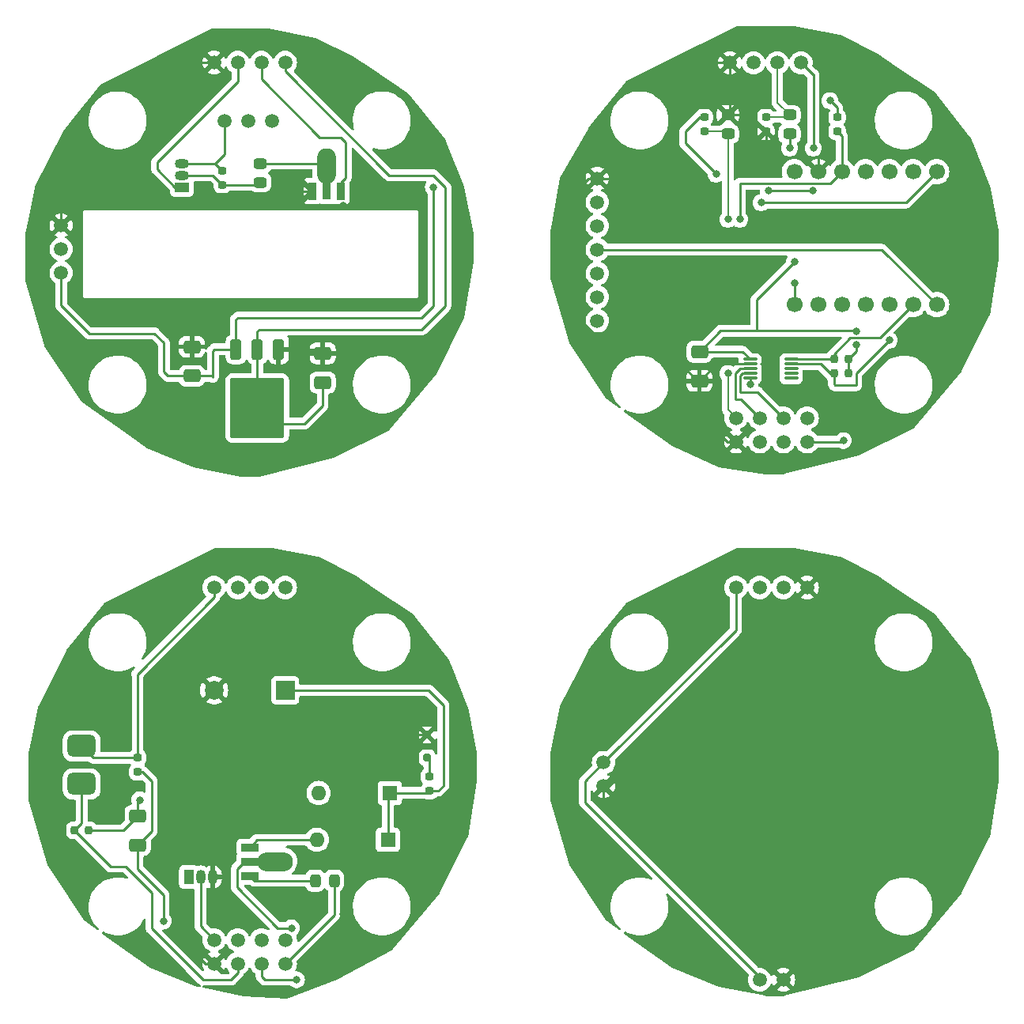
<source format=gtl>
G04 #@! TF.GenerationSoftware,KiCad,Pcbnew,7.0.8*
G04 #@! TF.CreationDate,2024-02-14T15:59:42+09:00*
G04 #@! TF.ProjectId,_______FMver2,2d098bb9-6bc5-46e4-964d-766572322e6b,rev?*
G04 #@! TF.SameCoordinates,Original*
G04 #@! TF.FileFunction,Copper,L1,Top*
G04 #@! TF.FilePolarity,Positive*
%FSLAX46Y46*%
G04 Gerber Fmt 4.6, Leading zero omitted, Abs format (unit mm)*
G04 Created by KiCad (PCBNEW 7.0.8) date 2024-02-14 15:59:42*
%MOMM*%
%LPD*%
G01*
G04 APERTURE LIST*
G04 Aperture macros list*
%AMRoundRect*
0 Rectangle with rounded corners*
0 $1 Rounding radius*
0 $2 $3 $4 $5 $6 $7 $8 $9 X,Y pos of 4 corners*
0 Add a 4 corners polygon primitive as box body*
4,1,4,$2,$3,$4,$5,$6,$7,$8,$9,$2,$3,0*
0 Add four circle primitives for the rounded corners*
1,1,$1+$1,$2,$3*
1,1,$1+$1,$4,$5*
1,1,$1+$1,$6,$7*
1,1,$1+$1,$8,$9*
0 Add four rect primitives between the rounded corners*
20,1,$1+$1,$2,$3,$4,$5,0*
20,1,$1+$1,$4,$5,$6,$7,0*
20,1,$1+$1,$6,$7,$8,$9,0*
20,1,$1+$1,$8,$9,$2,$3,0*%
G04 Aperture macros list end*
G04 #@! TA.AperFunction,SMDPad,CuDef*
%ADD10RoundRect,0.283134X-0.283133X-0.405371X0.283133X-0.405371X0.283133X0.405371X-0.283133X0.405371X0*%
G04 #@! TD*
G04 #@! TA.AperFunction,SMDPad,CuDef*
%ADD11O,3.810000X2.032000*%
G04 #@! TD*
G04 #@! TA.AperFunction,SMDPad,CuDef*
%ADD12R,2.298700X0.889000*%
G04 #@! TD*
G04 #@! TA.AperFunction,SMDPad,CuDef*
%ADD13R,1.841500X0.901700*%
G04 #@! TD*
G04 #@! TA.AperFunction,SMDPad,CuDef*
%ADD14R,1.841500X0.825500*%
G04 #@! TD*
G04 #@! TA.AperFunction,ComponentPad*
%ADD15R,2.000000X2.000000*%
G04 #@! TD*
G04 #@! TA.AperFunction,ComponentPad*
%ADD16C,2.000000*%
G04 #@! TD*
G04 #@! TA.AperFunction,ComponentPad*
%ADD17C,1.500000*%
G04 #@! TD*
G04 #@! TA.AperFunction,SMDPad,CuDef*
%ADD18RoundRect,0.250000X-0.650000X0.412500X-0.650000X-0.412500X0.650000X-0.412500X0.650000X0.412500X0*%
G04 #@! TD*
G04 #@! TA.AperFunction,SMDPad,CuDef*
%ADD19RoundRect,0.201619X0.201618X0.230384X-0.201618X0.230384X-0.201618X-0.230384X0.201618X-0.230384X0*%
G04 #@! TD*
G04 #@! TA.AperFunction,SMDPad,CuDef*
%ADD20RoundRect,0.250000X-0.350000X0.850000X-0.350000X-0.850000X0.350000X-0.850000X0.350000X0.850000X0*%
G04 #@! TD*
G04 #@! TA.AperFunction,SMDPad,CuDef*
%ADD21RoundRect,0.250000X-1.125000X1.275000X-1.125000X-1.275000X1.125000X-1.275000X1.125000X1.275000X0*%
G04 #@! TD*
G04 #@! TA.AperFunction,SMDPad,CuDef*
%ADD22RoundRect,0.249997X-2.650003X2.950003X-2.650003X-2.950003X2.650003X-2.950003X2.650003X2.950003X0*%
G04 #@! TD*
G04 #@! TA.AperFunction,SMDPad,CuDef*
%ADD23RoundRect,0.283134X0.405371X-0.283133X0.405371X0.283133X-0.405371X0.283133X-0.405371X-0.283133X0*%
G04 #@! TD*
G04 #@! TA.AperFunction,SMDPad,CuDef*
%ADD24RoundRect,0.201619X-0.230384X0.201618X-0.230384X-0.201618X0.230384X-0.201618X0.230384X0.201618X0*%
G04 #@! TD*
G04 #@! TA.AperFunction,SMDPad,CuDef*
%ADD25RoundRect,0.250000X0.650000X-0.412500X0.650000X0.412500X-0.650000X0.412500X-0.650000X-0.412500X0*%
G04 #@! TD*
G04 #@! TA.AperFunction,SMDPad,CuDef*
%ADD26R,0.825500X1.841500*%
G04 #@! TD*
G04 #@! TA.AperFunction,SMDPad,CuDef*
%ADD27R,0.901700X1.841500*%
G04 #@! TD*
G04 #@! TA.AperFunction,SMDPad,CuDef*
%ADD28R,0.889000X2.298700*%
G04 #@! TD*
G04 #@! TA.AperFunction,SMDPad,CuDef*
%ADD29O,2.032000X3.810000*%
G04 #@! TD*
G04 #@! TA.AperFunction,ComponentPad*
%ADD30R,1.600000X1.600000*%
G04 #@! TD*
G04 #@! TA.AperFunction,ComponentPad*
%ADD31O,1.600000X1.600000*%
G04 #@! TD*
G04 #@! TA.AperFunction,SMDPad,CuDef*
%ADD32RoundRect,0.201619X0.230384X-0.201618X0.230384X0.201618X-0.230384X0.201618X-0.230384X-0.201618X0*%
G04 #@! TD*
G04 #@! TA.AperFunction,ComponentPad*
%ADD33O,1.500000X1.050000*%
G04 #@! TD*
G04 #@! TA.AperFunction,ComponentPad*
%ADD34R,1.500000X1.050000*%
G04 #@! TD*
G04 #@! TA.AperFunction,SMDPad,CuDef*
%ADD35RoundRect,0.075000X0.650000X0.075000X-0.650000X0.075000X-0.650000X-0.075000X0.650000X-0.075000X0*%
G04 #@! TD*
G04 #@! TA.AperFunction,ComponentPad*
%ADD36R,1.050000X1.500000*%
G04 #@! TD*
G04 #@! TA.AperFunction,ComponentPad*
%ADD37O,1.050000X1.500000*%
G04 #@! TD*
G04 #@! TA.AperFunction,SMDPad,CuDef*
%ADD38RoundRect,0.200000X-0.200000X0.200000X-0.200000X-0.200000X0.200000X-0.200000X0.200000X0.200000X0*%
G04 #@! TD*
G04 #@! TA.AperFunction,SMDPad,CuDef*
%ADD39RoundRect,0.201619X-0.201618X-0.230384X0.201618X-0.230384X0.201618X0.230384X-0.201618X0.230384X0*%
G04 #@! TD*
G04 #@! TA.AperFunction,ComponentPad*
%ADD40C,1.700000*%
G04 #@! TD*
G04 #@! TA.AperFunction,SMDPad,CuDef*
%ADD41RoundRect,0.589998X0.935005X-0.589997X0.935005X0.589997X-0.935005X0.589997X-0.935005X-0.589997X0*%
G04 #@! TD*
G04 #@! TA.AperFunction,ViaPad*
%ADD42C,0.800000*%
G04 #@! TD*
G04 #@! TA.AperFunction,Conductor*
%ADD43C,0.250000*%
G04 #@! TD*
G04 #@! TA.AperFunction,Conductor*
%ADD44C,0.200000*%
G04 #@! TD*
G04 APERTURE END LIST*
D10*
X57810000Y-118054000D03*
X59842000Y-118054000D03*
D11*
X53492000Y-116022000D03*
D12*
X51009150Y-116022000D03*
D13*
X50786900Y-117546000D03*
D14*
X50786900Y-114498000D03*
D15*
X54600000Y-97680000D03*
D16*
X47000000Y-97680000D03*
D17*
X53200554Y-36691429D03*
X50660554Y-36691429D03*
X48120554Y-36691429D03*
D18*
X38800000Y-111117500D03*
X38800000Y-114242500D03*
D17*
X102870000Y-71070000D03*
X105410000Y-71070000D03*
X107950000Y-71070000D03*
X110490000Y-71070000D03*
X110490000Y-68530000D03*
X107950000Y-68530000D03*
X105410000Y-68530000D03*
X102870000Y-68530000D03*
D19*
X114884000Y-62216000D03*
X113360000Y-62216000D03*
D17*
X102870000Y-86680000D03*
X105410000Y-86680000D03*
X107950000Y-86680000D03*
X110490000Y-86680000D03*
D20*
X49332554Y-61163429D03*
D21*
X50087554Y-69138429D03*
X53137554Y-69138429D03*
D22*
X51612554Y-67463429D03*
D21*
X50087554Y-65788429D03*
X53137554Y-65788429D03*
D20*
X51612554Y-61163429D03*
X53892554Y-61163429D03*
D17*
X46990000Y-86680000D03*
X49530000Y-86680000D03*
X52070000Y-86680000D03*
X54610000Y-86680000D03*
X88680000Y-105410000D03*
X88680000Y-107950000D03*
D23*
X102000000Y-36068000D03*
X102000000Y-38100000D03*
D24*
X38800000Y-106442000D03*
X38800000Y-104918000D03*
D25*
X58612554Y-61600929D03*
X58612554Y-64725929D03*
D26*
X57518554Y-44222529D03*
D27*
X60566554Y-44222529D03*
D28*
X59042554Y-44000279D03*
D29*
X59042554Y-41517429D03*
D17*
X30612554Y-50443429D03*
X30612554Y-47903429D03*
X30612554Y-52983429D03*
D18*
X98952000Y-64554500D03*
X98952000Y-61429500D03*
D30*
X65610000Y-113680000D03*
D31*
X57990000Y-113680000D03*
D32*
X99460000Y-37846000D03*
X99460000Y-36322000D03*
X47866554Y-43549429D03*
X47866554Y-42025429D03*
D23*
X51930554Y-41263429D03*
X51930554Y-43295429D03*
D17*
X54610000Y-30463429D03*
X52070000Y-30463429D03*
X49530000Y-30463429D03*
X46990000Y-30463429D03*
X105410000Y-128680000D03*
X107950000Y-128680000D03*
D30*
X65800000Y-108680000D03*
D31*
X58180000Y-108680000D03*
D33*
X43548554Y-41263429D03*
X43548554Y-42533429D03*
D34*
X43548554Y-43803429D03*
D25*
X44612554Y-60900929D03*
X44612554Y-64025929D03*
D17*
X109826000Y-30498000D03*
X107286000Y-30498000D03*
X104746000Y-30498000D03*
X102206000Y-30498000D03*
D35*
X104372000Y-64246000D03*
X104372000Y-63746000D03*
X104372000Y-63246000D03*
X104372000Y-62746000D03*
X104372000Y-62246000D03*
X108772000Y-62246000D03*
X108772000Y-62746000D03*
X108772000Y-63246000D03*
X108772000Y-63746000D03*
X108772000Y-64246000D03*
D17*
X46990000Y-124410000D03*
X49530000Y-124410000D03*
X52070000Y-124410000D03*
X54610000Y-124410000D03*
X54610000Y-126950000D03*
X52070000Y-126950000D03*
X49530000Y-126950000D03*
X46990000Y-126950000D03*
D36*
X44260000Y-117680000D03*
D37*
X45530000Y-117680000D03*
X46800000Y-117680000D03*
D38*
X69800000Y-102455000D03*
X69800000Y-104905000D03*
D39*
X33562000Y-112680000D03*
X32038000Y-112680000D03*
D19*
X114884000Y-63754000D03*
X113360000Y-63754000D03*
D40*
X109112000Y-56388000D03*
X111652000Y-56388000D03*
X114192000Y-56388000D03*
X116732000Y-56388000D03*
X119272000Y-56388000D03*
X121812000Y-56388000D03*
X124352000Y-56388000D03*
X124352000Y-42164000D03*
X121812000Y-42164000D03*
X119272000Y-42164000D03*
X116732000Y-42164000D03*
X114192000Y-42164000D03*
X111652000Y-42164000D03*
X109112000Y-42164000D03*
D32*
X106064000Y-37846000D03*
X106064000Y-36322000D03*
D23*
X108604000Y-36068000D03*
X108604000Y-38100000D03*
D17*
X88016000Y-58118000D03*
X88016000Y-55578000D03*
X88016000Y-53038000D03*
X88016000Y-50498000D03*
X88016000Y-47958000D03*
X88016000Y-45418000D03*
X88016000Y-42878000D03*
D24*
X70038000Y-108442000D03*
X70038000Y-106918000D03*
D41*
X32800000Y-107712000D03*
X32800000Y-103648000D03*
D24*
X113684000Y-36322000D03*
X113684000Y-37846000D03*
D42*
X43040554Y-59043429D03*
X50800000Y-45800000D03*
X60800000Y-70800000D03*
X60800000Y-60800000D03*
X60800000Y-35800000D03*
X40800000Y-30800000D03*
X65800000Y-40800000D03*
X65800000Y-45800000D03*
X45800000Y-65800000D03*
X60800000Y-30800000D03*
X45800000Y-70800000D03*
X30800000Y-40800000D03*
X35800000Y-40800000D03*
X65800000Y-60800000D03*
X60800000Y-45800000D03*
X40800000Y-45800000D03*
X55232554Y-44057429D03*
X55800000Y-70800000D03*
X55800000Y-45800000D03*
X35800000Y-45800000D03*
X30800000Y-60800000D03*
X45800000Y-45800000D03*
X40754554Y-38215429D03*
X70800000Y-60800000D03*
X61074554Y-66663429D03*
X70800000Y-40800000D03*
X70472554Y-43803429D03*
X115784675Y-59219500D03*
X111144000Y-39624000D03*
X109112000Y-51816000D03*
X115716000Y-60706000D03*
X112922000Y-34544000D03*
X119272000Y-60198000D03*
X105556000Y-45466000D03*
X39014000Y-109418000D03*
X41554000Y-122372000D03*
X96680000Y-30800000D03*
X126680000Y-45800000D03*
X121680000Y-60800000D03*
X96680000Y-60800000D03*
X116680000Y-30800000D03*
X126680000Y-60800000D03*
X116680000Y-35800000D03*
X126680000Y-40800000D03*
X96680000Y-55800000D03*
X126680000Y-50800000D03*
X91680000Y-55800000D03*
X106680000Y-65800000D03*
X116680000Y-70800000D03*
X121680000Y-50800000D03*
X126680000Y-55800000D03*
X106680000Y-60800000D03*
X104372000Y-64938000D03*
X108604000Y-39624000D03*
X109112000Y-54102000D03*
X111139701Y-44191701D03*
X106318000Y-44196000D03*
X100730000Y-42418000D03*
X40800000Y-126680000D03*
X50800000Y-111680000D03*
X40800000Y-91680000D03*
X60800000Y-91680000D03*
X70800000Y-116680000D03*
X60800000Y-106680000D03*
X35800000Y-106680000D03*
X70800000Y-111680000D03*
X45800000Y-106680000D03*
X55800000Y-121680000D03*
X45800000Y-91680000D03*
X50800000Y-106680000D03*
X55800000Y-91680000D03*
X60800000Y-126680000D03*
X65800000Y-106680000D03*
X30800000Y-116680000D03*
X40800000Y-101680000D03*
X55800000Y-106680000D03*
X60800000Y-86680000D03*
X60800000Y-111680000D03*
X60800000Y-121680000D03*
X40800000Y-86680000D03*
X30800000Y-111680000D03*
X35800000Y-101680000D03*
X35800000Y-96680000D03*
X50800000Y-121680000D03*
X65800000Y-116680000D03*
X40800000Y-96680000D03*
X50800000Y-91680000D03*
X30800000Y-96680000D03*
X30800000Y-101680000D03*
X55800000Y-111680000D03*
X102000000Y-63754000D03*
X102000000Y-47244000D03*
X114376000Y-70942000D03*
X103270000Y-47244000D03*
X55800000Y-128680000D03*
X55270000Y-123134000D03*
X126680000Y-111680000D03*
X111680000Y-116680000D03*
X111680000Y-91680000D03*
X106680000Y-121680000D03*
X101680000Y-101680000D03*
X106680000Y-111680000D03*
X116680000Y-96680000D03*
X116680000Y-86680000D03*
X96680000Y-86680000D03*
X96680000Y-126680000D03*
X126680000Y-101680000D03*
X116680000Y-101680000D03*
X116680000Y-91680000D03*
X86680000Y-116680000D03*
X121680000Y-106680000D03*
X106680000Y-101680000D03*
X106680000Y-106680000D03*
X96680000Y-106680000D03*
X111680000Y-121680000D03*
X126680000Y-96680000D03*
X86680000Y-96680000D03*
X121680000Y-111680000D03*
X96680000Y-121680000D03*
X121680000Y-116680000D03*
X96680000Y-111680000D03*
X126680000Y-116680000D03*
X111680000Y-106680000D03*
X111680000Y-101680000D03*
X86680000Y-111680000D03*
X116680000Y-121680000D03*
X101680000Y-126680000D03*
X121680000Y-96680000D03*
X106680000Y-116680000D03*
X126680000Y-106680000D03*
X101680000Y-116680000D03*
X86680000Y-101680000D03*
X91680000Y-116680000D03*
X106680000Y-96680000D03*
X116680000Y-106680000D03*
X101680000Y-111680000D03*
X111680000Y-126680000D03*
X121680000Y-101680000D03*
X116680000Y-126680000D03*
X101680000Y-106680000D03*
X116680000Y-116680000D03*
X91680000Y-96680000D03*
X111680000Y-96680000D03*
X111680000Y-111680000D03*
X116680000Y-111680000D03*
X96680000Y-91680000D03*
D43*
X69800000Y-108680000D02*
X70038000Y-108442000D01*
X65800000Y-108680000D02*
X69800000Y-108680000D01*
X71526000Y-107894000D02*
X70978000Y-108442000D01*
X65610000Y-108870000D02*
X65800000Y-108680000D01*
X70978000Y-108442000D02*
X70038000Y-108442000D01*
X65610000Y-113680000D02*
X65610000Y-108870000D01*
X54600000Y-97680000D02*
X69948000Y-97680000D01*
X69948000Y-97680000D02*
X71526000Y-99258000D01*
X71526000Y-99258000D02*
X71526000Y-107894000D01*
X46990000Y-30463429D02*
X43426554Y-30463429D01*
X30612554Y-44819429D02*
X30612554Y-47903429D01*
X30594554Y-44801429D02*
X30612554Y-44819429D01*
X43426554Y-30463429D02*
X40754554Y-33135429D01*
X44310554Y-59043429D02*
X43040554Y-59043429D01*
X58175054Y-61163429D02*
X58612554Y-61600929D01*
X30594554Y-41771429D02*
X30594554Y-44801429D01*
X44612554Y-60900929D02*
X44612554Y-59345429D01*
X30612554Y-44547429D02*
X30612554Y-44819429D01*
X40754554Y-33135429D02*
X40754554Y-38088429D01*
X57518554Y-44222529D02*
X55397654Y-44222529D01*
X61074554Y-66663429D02*
X61074554Y-62345429D01*
X37071554Y-41771429D02*
X30594554Y-41771429D01*
X60295054Y-61600929D02*
X58612554Y-61600929D01*
X61074554Y-62345429D02*
X60312554Y-61583429D01*
X55397654Y-44222529D02*
X55232554Y-44057429D01*
X40754554Y-38088429D02*
X37071554Y-41771429D01*
X44612554Y-59345429D02*
X44310554Y-59043429D01*
X53892554Y-61163429D02*
X58175054Y-61163429D01*
X60312554Y-61583429D02*
X60295054Y-61600929D01*
X46850554Y-64123429D02*
X46850554Y-61329429D01*
X41612554Y-63588429D02*
X42050054Y-64025929D01*
X70472554Y-43803429D02*
X70472554Y-56503429D01*
X69202554Y-57773429D02*
X49517554Y-57773429D01*
X46753054Y-64025929D02*
X46850554Y-64123429D01*
X70472554Y-56503429D02*
X69202554Y-57773429D01*
X46850554Y-61329429D02*
X47016554Y-61163429D01*
X33612554Y-59463429D02*
X30612554Y-56463429D01*
X42050054Y-64025929D02*
X44612554Y-64025929D01*
X41612554Y-60463429D02*
X40612554Y-59463429D01*
X30612554Y-56463429D02*
X30612554Y-52983429D01*
X40612554Y-59463429D02*
X33612554Y-59463429D01*
X49517554Y-57773429D02*
X49332554Y-57958429D01*
X48895054Y-61600929D02*
X49332554Y-61163429D01*
X44612554Y-64025929D02*
X46753054Y-64025929D01*
X47016554Y-61163429D02*
X49332554Y-61163429D01*
X49332554Y-57958429D02*
X49332554Y-61163429D01*
X41612554Y-60463429D02*
X41612554Y-63588429D01*
X103270000Y-65786000D02*
X105206000Y-65786000D01*
X103270000Y-64008000D02*
X103270000Y-65786000D01*
X103532000Y-63746000D02*
X103270000Y-64008000D01*
X105206000Y-65786000D02*
X107950000Y-68530000D01*
X104372000Y-63746000D02*
X103532000Y-63746000D01*
X111078000Y-31750000D02*
X111144000Y-31750000D01*
X115716000Y-61384000D02*
X114884000Y-62216000D01*
X98952000Y-61429500D02*
X103555500Y-61429500D01*
X111144000Y-31750000D02*
X111144000Y-39624000D01*
X115716000Y-60706000D02*
X115716000Y-61384000D01*
X115784675Y-59219500D02*
X115747175Y-59182000D01*
X105048000Y-55880000D02*
X109112000Y-51816000D01*
X109826000Y-30498000D02*
X111078000Y-31750000D01*
X105048000Y-59182000D02*
X105048000Y-55880000D01*
X103555500Y-61429500D02*
X104372000Y-62246000D01*
X101199500Y-59182000D02*
X98952000Y-61429500D01*
X105048000Y-59182000D02*
X101199500Y-59182000D01*
X114884000Y-63754000D02*
X114884000Y-62216000D01*
X115747175Y-59182000D02*
X105048000Y-59182000D01*
X70038000Y-106918000D02*
X70038000Y-105143000D01*
X70038000Y-105143000D02*
X69800000Y-104905000D01*
X51604900Y-113680000D02*
X50786900Y-114498000D01*
X57990000Y-113680000D02*
X51604900Y-113680000D01*
X57695100Y-113974900D02*
X57990000Y-113680000D01*
X38800000Y-95996000D02*
X38800000Y-104918000D01*
X38800000Y-104918000D02*
X34070000Y-104918000D01*
X46990000Y-87726000D02*
X38760000Y-95956000D01*
X34070000Y-104918000D02*
X32800000Y-103648000D01*
X38760000Y-95956000D02*
X38800000Y-95996000D01*
X46990000Y-86680000D02*
X46990000Y-87726000D01*
X51294900Y-118054000D02*
X50786900Y-117546000D01*
X57810000Y-118054000D02*
X51294900Y-118054000D01*
X51930554Y-41263429D02*
X58788554Y-41263429D01*
X58788554Y-41263429D02*
X59042554Y-41517429D01*
X46850554Y-42533429D02*
X47866554Y-43549429D01*
X43548554Y-42533429D02*
X46850554Y-42533429D01*
X47866554Y-43549429D02*
X51676554Y-43549429D01*
X51676554Y-43549429D02*
X51930554Y-43295429D01*
X49530000Y-30463429D02*
X49530000Y-32487983D01*
X49530000Y-32487983D02*
X40881554Y-41136429D01*
X42798554Y-43803429D02*
X43548554Y-43803429D01*
X40881554Y-41886429D02*
X42798554Y-43803429D01*
X40881554Y-41136429D02*
X40881554Y-41886429D01*
X112922000Y-34544000D02*
X113684000Y-35306000D01*
X113684000Y-35306000D02*
X113684000Y-36322000D01*
X111914000Y-62746000D02*
X112922000Y-63754000D01*
X112922000Y-63754000D02*
X113360000Y-63754000D01*
X113360000Y-63754000D02*
X113360000Y-64940000D01*
X115716000Y-63754000D02*
X119272000Y-60198000D01*
X108772000Y-62746000D02*
X111914000Y-62746000D01*
X113360000Y-64940000D02*
X113444000Y-65024000D01*
X113444000Y-65024000D02*
X115716000Y-65024000D01*
X115716000Y-65024000D02*
X115716000Y-63754000D01*
X113360000Y-61701800D02*
X113360000Y-62216000D01*
X108802000Y-62216000D02*
X108772000Y-62246000D01*
X115117800Y-59944000D02*
X118256000Y-59944000D01*
X113330000Y-62246000D02*
X113360000Y-62216000D01*
X108772000Y-62246000D02*
X113330000Y-62246000D01*
X118256000Y-59944000D02*
X121812000Y-56388000D01*
X115117800Y-59944000D02*
X113360000Y-61701800D01*
X105556000Y-45466000D02*
X121050000Y-45466000D01*
X121050000Y-45466000D02*
X124352000Y-42164000D01*
X88016000Y-50498000D02*
X118462000Y-50498000D01*
X118462000Y-50498000D02*
X124352000Y-56388000D01*
X60566554Y-38469429D02*
X61074554Y-38977429D01*
X61074554Y-38977429D02*
X61074554Y-42787429D01*
X52070000Y-32258875D02*
X58280554Y-38469429D01*
X52070000Y-30463429D02*
X52070000Y-32258875D01*
X61074554Y-42787429D02*
X60566554Y-43295429D01*
X60566554Y-43295429D02*
X60566554Y-44222529D01*
X58280554Y-38469429D02*
X60566554Y-38469429D01*
X69202554Y-59043429D02*
X51802554Y-59043429D01*
X56637554Y-69138429D02*
X53137554Y-69138429D01*
X51612554Y-59233429D02*
X51612554Y-61163429D01*
X51612554Y-67463429D02*
X51612554Y-61163429D01*
X58612554Y-64725929D02*
X58612554Y-67163429D01*
X70472554Y-42533429D02*
X71742554Y-43803429D01*
X54610000Y-31400875D02*
X65742554Y-42533429D01*
X71742554Y-56503429D02*
X69202554Y-59043429D01*
X70472554Y-42533429D02*
X65742554Y-42533429D01*
X51802554Y-59043429D02*
X51612554Y-59233429D01*
X54610000Y-30463429D02*
X54610000Y-31400875D01*
X58612554Y-67163429D02*
X56637554Y-69138429D01*
X71742554Y-43803429D02*
X71742554Y-56503429D01*
X47104554Y-41263429D02*
X47866554Y-42025429D01*
X48120554Y-36691429D02*
X48120554Y-40247429D01*
X43548554Y-41263429D02*
X47104554Y-41263429D01*
X48120554Y-40247429D02*
X47104554Y-41263429D01*
X38800000Y-109632000D02*
X39014000Y-109418000D01*
X38800000Y-111117500D02*
X38800000Y-109632000D01*
X33562000Y-112680000D02*
X37237500Y-112680000D01*
X37237500Y-112680000D02*
X38800000Y-111117500D01*
X39340000Y-106442000D02*
X40284000Y-107386000D01*
X38800000Y-116824000D02*
X41554000Y-119578000D01*
X40284000Y-112758500D02*
X38800000Y-114242500D01*
X38800000Y-114242500D02*
X38800000Y-116824000D01*
X40284000Y-107386000D02*
X40284000Y-112758500D01*
X38800000Y-106442000D02*
X39340000Y-106442000D01*
X41554000Y-119578000D02*
X41554000Y-122372000D01*
X111652000Y-40640000D02*
X111652000Y-42164000D01*
X96412000Y-34036000D02*
X99950000Y-30498000D01*
X87062000Y-42878000D02*
X85490000Y-44450000D01*
X102206000Y-30498000D02*
X102206000Y-35862000D01*
X99950000Y-30498000D02*
X102206000Y-30498000D01*
X85490000Y-44450000D02*
X85490000Y-57404000D01*
X102870000Y-71070000D02*
X101950000Y-71070000D01*
X98952000Y-64554500D02*
X100760500Y-62746000D01*
X88030000Y-59944000D02*
X94126000Y-59944000D01*
X102206000Y-35862000D02*
X102000000Y-36068000D01*
X106064000Y-40386000D02*
X106318000Y-40640000D01*
X100760500Y-62746000D02*
X104372000Y-62746000D01*
X106318000Y-40640000D02*
X111652000Y-40640000D01*
X91602000Y-42878000D02*
X96412000Y-38068000D01*
X98736500Y-64554500D02*
X98952000Y-64554500D01*
X102000000Y-36068000D02*
X104286000Y-36068000D01*
X88016000Y-42878000D02*
X91602000Y-42878000D01*
X88016000Y-42878000D02*
X87062000Y-42878000D01*
X94126000Y-59944000D02*
X98736500Y-64554500D01*
X101950000Y-71070000D02*
X98952000Y-68072000D01*
X98952000Y-68072000D02*
X98952000Y-64554500D01*
X85490000Y-57404000D02*
X88030000Y-59944000D01*
X106064000Y-37846000D02*
X106064000Y-40386000D01*
X96412000Y-38068000D02*
X96412000Y-34036000D01*
X104286000Y-36068000D02*
X106064000Y-37846000D01*
X104372000Y-64246000D02*
X104286000Y-64332000D01*
X104372000Y-64246000D02*
X104372000Y-64938000D01*
X104372000Y-63246000D02*
X103270000Y-63246000D01*
X103378000Y-66498000D02*
X105410000Y-68530000D01*
X102762000Y-63754000D02*
X102762000Y-66498000D01*
X102762000Y-66498000D02*
X103378000Y-66498000D01*
X103270000Y-63246000D02*
X102762000Y-63754000D01*
X109112000Y-54102000D02*
X109112000Y-56388000D01*
X108604000Y-38100000D02*
X108604000Y-39624000D01*
X98952000Y-36322000D02*
X97428000Y-37846000D01*
X111135402Y-44196000D02*
X106318000Y-44196000D01*
X97428000Y-39116000D02*
X100730000Y-42418000D01*
X99460000Y-36322000D02*
X98952000Y-36322000D01*
X111139701Y-44191701D02*
X111135402Y-44196000D01*
X97428000Y-37846000D02*
X97428000Y-39116000D01*
X51775000Y-102455000D02*
X47000000Y-97680000D01*
X42300000Y-118180000D02*
X42800000Y-118680000D01*
X46925000Y-107305000D02*
X46800000Y-107430000D01*
X46800000Y-111180000D02*
X42300000Y-111180000D01*
X46800000Y-107430000D02*
X46800000Y-114680000D01*
X69800000Y-102455000D02*
X51775000Y-102455000D01*
X46800000Y-114680000D02*
X46800000Y-117680000D01*
X46070000Y-126950000D02*
X46990000Y-126950000D01*
X51775000Y-102455000D02*
X46925000Y-107305000D01*
X42300000Y-111180000D02*
X42300000Y-118180000D01*
X42800000Y-123680000D02*
X46070000Y-126950000D01*
X42800000Y-118680000D02*
X42800000Y-123680000D01*
D44*
X102000000Y-63754000D02*
X102000000Y-67660000D01*
X99460000Y-37846000D02*
X101746000Y-37846000D01*
X102000000Y-67660000D02*
X102870000Y-68530000D01*
X102000000Y-63754000D02*
X102254000Y-64008000D01*
X101746000Y-37846000D02*
X102000000Y-38100000D01*
X102000000Y-47244000D02*
X102000000Y-38100000D01*
D43*
X46990000Y-124410000D02*
X45530000Y-122950000D01*
X45530000Y-122950000D02*
X45530000Y-117680000D01*
X45800000Y-128680000D02*
X48800000Y-128680000D01*
X35888000Y-116530000D02*
X37490000Y-116530000D01*
X48800000Y-128680000D02*
X49530000Y-127950000D01*
X32038000Y-112680000D02*
X35888000Y-116530000D01*
X37490000Y-116530000D02*
X40284000Y-119324000D01*
X49530000Y-127950000D02*
X49530000Y-126950000D01*
X40284000Y-123164000D02*
X45800000Y-128680000D01*
X32800000Y-111918000D02*
X32038000Y-112680000D01*
X32800000Y-107712000D02*
X32800000Y-111918000D01*
X40284000Y-119324000D02*
X40284000Y-123164000D01*
X54610000Y-126950000D02*
X59842000Y-121718000D01*
X59842000Y-118054000D02*
X59842000Y-120680000D01*
X59842000Y-121718000D02*
X59842000Y-120680000D01*
D44*
X106064000Y-36322000D02*
X108350000Y-36322000D01*
X107286000Y-30498000D02*
X107286000Y-34750000D01*
X107286000Y-34750000D02*
X108604000Y-36068000D01*
X108350000Y-36322000D02*
X108604000Y-36068000D01*
D43*
X114248000Y-71070000D02*
X114376000Y-70942000D01*
X110490000Y-71070000D02*
X114248000Y-71070000D01*
X114192000Y-38354000D02*
X113684000Y-37846000D01*
X103270000Y-43434000D02*
X112922000Y-43434000D01*
X112922000Y-43434000D02*
X114192000Y-42164000D01*
X103270000Y-47244000D02*
X103270000Y-43434000D01*
X114192000Y-42164000D02*
X114192000Y-38354000D01*
X55270000Y-123134000D02*
X53754000Y-123134000D01*
X52070000Y-128316000D02*
X52070000Y-126950000D01*
X50444000Y-115768000D02*
X51517150Y-115768000D01*
X49428000Y-118808000D02*
X49428000Y-116784000D01*
X55800000Y-128680000D02*
X52434000Y-128680000D01*
X53754000Y-123134000D02*
X49428000Y-118808000D01*
X52434000Y-128680000D02*
X52070000Y-128316000D01*
X49428000Y-116784000D02*
X50444000Y-115768000D01*
X86680000Y-107410000D02*
X86680000Y-109680000D01*
X88680000Y-105410000D02*
X86680000Y-107410000D01*
X102870000Y-86680000D02*
X102870000Y-91220000D01*
X102870000Y-91220000D02*
X88680000Y-105410000D01*
X86680000Y-109680000D02*
X105410000Y-128410000D01*
X105410000Y-128410000D02*
X105410000Y-128680000D01*
X88680000Y-109410000D02*
X107950000Y-128680000D01*
X110490000Y-86680000D02*
X89220000Y-107950000D01*
X88680000Y-107950000D02*
X88680000Y-109410000D01*
X89220000Y-107950000D02*
X88680000Y-107950000D01*
G04 #@! TA.AperFunction,Conductor*
G36*
X104207865Y-68955041D02*
G01*
X104252381Y-69006414D01*
X104322898Y-69157639D01*
X104448402Y-69336877D01*
X104603123Y-69491598D01*
X104782360Y-69617101D01*
X104782361Y-69617102D01*
X104933583Y-69687618D01*
X104986022Y-69733790D01*
X105005174Y-69800984D01*
X104984958Y-69867865D01*
X104933583Y-69912382D01*
X104782361Y-69982898D01*
X104782357Y-69982900D01*
X104603121Y-70108402D01*
X104448402Y-70263121D01*
X104322900Y-70442357D01*
X104322900Y-70442358D01*
X104322898Y-70442361D01*
X104322898Y-70442362D01*
X104322779Y-70442617D01*
X104252105Y-70594176D01*
X104205932Y-70646615D01*
X104138738Y-70665766D01*
X104071857Y-70645550D01*
X104027341Y-70594174D01*
X103956669Y-70442617D01*
X103913123Y-70380428D01*
X103353076Y-70940475D01*
X103329493Y-70860156D01*
X103251761Y-70739202D01*
X103143100Y-70645048D01*
X103012315Y-70585320D01*
X103002534Y-70583913D01*
X103559572Y-70026875D01*
X103559571Y-70026873D01*
X103497391Y-69983335D01*
X103345824Y-69912658D01*
X103293385Y-69866486D01*
X103274233Y-69799292D01*
X103294449Y-69732411D01*
X103345822Y-69687895D01*
X103497639Y-69617102D01*
X103676877Y-69491598D01*
X103831598Y-69336877D01*
X103957102Y-69157639D01*
X104027618Y-69006414D01*
X104073790Y-68953977D01*
X104140984Y-68934825D01*
X104207865Y-68955041D01*
G37*
G04 #@! TD.AperFunction*
G04 #@! TA.AperFunction,Conductor*
G36*
X109038194Y-26533177D02*
G01*
X114009871Y-27527512D01*
X114041006Y-27538195D01*
X118022698Y-29529041D01*
X118029368Y-29532912D01*
X120007330Y-30851553D01*
X124010137Y-33520091D01*
X124038178Y-33545799D01*
X127988589Y-38483812D01*
X128014676Y-38516421D01*
X128032978Y-38547829D01*
X128281973Y-39170317D01*
X130021925Y-43520198D01*
X130028386Y-43541932D01*
X131023746Y-48518729D01*
X131026154Y-48543047D01*
X131026154Y-51520506D01*
X131024467Y-51540891D01*
X130029219Y-57512377D01*
X130017815Y-57547446D01*
X127032590Y-63517896D01*
X127016940Y-63541825D01*
X122042759Y-69510843D01*
X122002954Y-69542369D01*
X116038330Y-72524681D01*
X116012950Y-72534070D01*
X108040962Y-74527067D01*
X108010888Y-74530769D01*
X106035165Y-74530769D01*
X106017232Y-74529465D01*
X101043502Y-73802535D01*
X101010189Y-73792754D01*
X96037155Y-71535761D01*
X96016327Y-71523749D01*
X90887089Y-67860008D01*
X90843979Y-67805024D01*
X90837438Y-67735461D01*
X90869544Y-67673405D01*
X90930104Y-67638558D01*
X90999889Y-67641984D01*
X91013867Y-67647825D01*
X91328960Y-67802745D01*
X91662925Y-67921904D01*
X92008296Y-68002216D01*
X92294817Y-68035091D01*
X92360569Y-68042636D01*
X92360571Y-68042636D01*
X92626442Y-68042636D01*
X92714917Y-68037576D01*
X92891872Y-68027458D01*
X93241264Y-67966993D01*
X93581487Y-67867095D01*
X93908105Y-67729065D01*
X94216859Y-67554704D01*
X94503725Y-67346283D01*
X94764963Y-67106521D01*
X94997168Y-66838543D01*
X95197312Y-66545842D01*
X95362785Y-66232234D01*
X95491432Y-65901808D01*
X95536165Y-65731628D01*
X95579524Y-65566672D01*
X95581574Y-65558872D01*
X95632037Y-65207895D01*
X95638566Y-64979350D01*
X95642163Y-64853464D01*
X95642163Y-64853453D01*
X95637958Y-64804500D01*
X97552001Y-64804500D01*
X97552001Y-65016986D01*
X97562494Y-65119697D01*
X97617641Y-65286119D01*
X97617643Y-65286124D01*
X97709684Y-65435345D01*
X97833654Y-65559315D01*
X97982875Y-65651356D01*
X97982880Y-65651358D01*
X98149302Y-65706505D01*
X98149309Y-65706506D01*
X98252019Y-65716999D01*
X98701999Y-65716999D01*
X98702000Y-65716998D01*
X98702000Y-64804500D01*
X99202000Y-64804500D01*
X99202000Y-65716999D01*
X99651972Y-65716999D01*
X99651986Y-65716998D01*
X99754697Y-65706505D01*
X99921119Y-65651358D01*
X99921124Y-65651356D01*
X100070345Y-65559315D01*
X100194315Y-65435345D01*
X100286356Y-65286124D01*
X100286358Y-65286119D01*
X100341505Y-65119697D01*
X100341506Y-65119690D01*
X100351999Y-65016986D01*
X100352000Y-65016973D01*
X100352000Y-64804500D01*
X99202000Y-64804500D01*
X98702000Y-64804500D01*
X97552001Y-64804500D01*
X95637958Y-64804500D01*
X95620807Y-64604811D01*
X95611819Y-64500168D01*
X95605957Y-64471236D01*
X95572172Y-64304500D01*
X97552000Y-64304500D01*
X98702000Y-64304500D01*
X98702000Y-63392000D01*
X99202000Y-63392000D01*
X99202000Y-64304500D01*
X100351999Y-64304500D01*
X100351999Y-64092028D01*
X100351998Y-64092013D01*
X100341505Y-63989302D01*
X100286358Y-63822880D01*
X100286356Y-63822875D01*
X100194315Y-63673654D01*
X100070345Y-63549684D01*
X99921124Y-63457643D01*
X99921119Y-63457641D01*
X99754697Y-63402494D01*
X99754690Y-63402493D01*
X99651986Y-63392000D01*
X99202000Y-63392000D01*
X98702000Y-63392000D01*
X98252028Y-63392000D01*
X98252012Y-63392001D01*
X98149302Y-63402494D01*
X97982880Y-63457641D01*
X97982875Y-63457643D01*
X97833654Y-63549684D01*
X97709684Y-63673654D01*
X97617643Y-63822875D01*
X97617641Y-63822880D01*
X97562494Y-63989302D01*
X97562493Y-63989309D01*
X97552000Y-64092013D01*
X97552000Y-64304500D01*
X95572172Y-64304500D01*
X95541404Y-64152656D01*
X95541398Y-64152634D01*
X95509507Y-64054485D01*
X95431828Y-63815413D01*
X95357221Y-63652047D01*
X95284530Y-63492874D01*
X95284525Y-63492864D01*
X95101429Y-63189234D01*
X95101427Y-63189232D01*
X95101421Y-63189221D01*
X94971521Y-63020764D01*
X94884900Y-62908431D01*
X94884888Y-62908417D01*
X94637777Y-62654147D01*
X94637774Y-62654144D01*
X94637769Y-62654139D01*
X94610207Y-62631602D01*
X94482055Y-62526812D01*
X94363269Y-62429681D01*
X94363266Y-62429679D01*
X94064988Y-62237985D01*
X94064982Y-62237982D01*
X94064976Y-62237979D01*
X94064973Y-62237977D01*
X93746768Y-62081527D01*
X93746764Y-62081525D01*
X93746763Y-62081525D01*
X93412804Y-61962368D01*
X93218895Y-61917277D01*
X93067432Y-61882056D01*
X92950007Y-61868582D01*
X92715159Y-61841636D01*
X92715157Y-61841636D01*
X92449288Y-61841636D01*
X92449286Y-61841636D01*
X92183859Y-61856813D01*
X91834472Y-61917277D01*
X91834455Y-61917281D01*
X91494244Y-62017176D01*
X91494241Y-62017177D01*
X91167623Y-62155207D01*
X91156770Y-62161336D01*
X90858869Y-62329567D01*
X90858866Y-62329569D01*
X90572002Y-62537989D01*
X90310765Y-62777751D01*
X90310764Y-62777752D01*
X90078559Y-63045729D01*
X89878419Y-63338424D01*
X89878412Y-63338435D01*
X89712949Y-63652025D01*
X89712939Y-63652047D01*
X89584293Y-63982469D01*
X89494154Y-64325396D01*
X89443692Y-64676369D01*
X89443690Y-64676389D01*
X89433564Y-65030807D01*
X89433564Y-65030814D01*
X89463908Y-65384097D01*
X89463911Y-65384119D01*
X89534323Y-65731615D01*
X89534329Y-65731637D01*
X89643902Y-66068865D01*
X89791197Y-66391397D01*
X89791202Y-66391407D01*
X89974298Y-66695037D01*
X89974302Y-66695042D01*
X89974307Y-66695051D01*
X89974312Y-66695057D01*
X90190827Y-66975840D01*
X90190839Y-66975854D01*
X90411783Y-67203199D01*
X90437959Y-67230133D01*
X90482667Y-67266691D01*
X90522105Y-67324365D01*
X90524100Y-67394206D01*
X90488020Y-67454039D01*
X90425320Y-67484868D01*
X90355905Y-67476904D01*
X90332101Y-67463587D01*
X89044647Y-66543978D01*
X89013548Y-66511860D01*
X85705256Y-61549422D01*
X85036891Y-60546874D01*
X85020836Y-60512156D01*
X84336792Y-58118002D01*
X86760723Y-58118002D01*
X86779793Y-58335975D01*
X86779793Y-58335979D01*
X86836422Y-58547322D01*
X86836424Y-58547326D01*
X86836425Y-58547330D01*
X86882661Y-58646484D01*
X86928897Y-58745638D01*
X86939347Y-58760562D01*
X87054402Y-58924877D01*
X87209123Y-59079598D01*
X87388361Y-59205102D01*
X87586670Y-59297575D01*
X87586676Y-59297576D01*
X87586677Y-59297577D01*
X87617364Y-59305799D01*
X87798023Y-59354207D01*
X87980926Y-59370208D01*
X88015998Y-59373277D01*
X88016000Y-59373277D01*
X88016002Y-59373277D01*
X88044254Y-59370805D01*
X88233977Y-59354207D01*
X88445330Y-59297575D01*
X88643639Y-59205102D01*
X88822877Y-59079598D01*
X88977598Y-58924877D01*
X89103102Y-58745639D01*
X89195575Y-58547330D01*
X89252207Y-58335977D01*
X89271277Y-58118000D01*
X89252207Y-57900023D01*
X89215584Y-57763344D01*
X89195577Y-57688677D01*
X89195576Y-57688676D01*
X89195575Y-57688670D01*
X89103102Y-57490362D01*
X89103100Y-57490359D01*
X89103099Y-57490357D01*
X88977599Y-57311124D01*
X88925870Y-57259395D01*
X88822877Y-57156402D01*
X88643639Y-57030898D01*
X88492414Y-56960381D01*
X88439977Y-56914210D01*
X88420825Y-56847016D01*
X88441041Y-56780135D01*
X88492414Y-56735618D01*
X88643639Y-56665102D01*
X88822877Y-56539598D01*
X88977598Y-56384877D01*
X89103102Y-56205639D01*
X89195575Y-56007330D01*
X89252207Y-55795977D01*
X89271277Y-55578000D01*
X89269620Y-55559064D01*
X89262305Y-55475447D01*
X89252207Y-55360023D01*
X89206532Y-55189563D01*
X89195577Y-55148677D01*
X89195576Y-55148676D01*
X89195575Y-55148670D01*
X89103102Y-54950362D01*
X89103100Y-54950359D01*
X89103099Y-54950357D01*
X88977599Y-54771124D01*
X88924190Y-54717715D01*
X88822877Y-54616402D01*
X88643639Y-54490898D01*
X88492414Y-54420381D01*
X88439977Y-54374210D01*
X88420825Y-54307016D01*
X88441041Y-54240135D01*
X88492414Y-54195618D01*
X88643639Y-54125102D01*
X88822877Y-53999598D01*
X88977598Y-53844877D01*
X89103102Y-53665639D01*
X89195575Y-53467330D01*
X89252207Y-53255977D01*
X89271277Y-53038000D01*
X89252207Y-52820023D01*
X89195575Y-52608670D01*
X89103102Y-52410362D01*
X89103100Y-52410359D01*
X89103099Y-52410357D01*
X88977599Y-52231124D01*
X88930752Y-52184277D01*
X88822877Y-52076402D01*
X88643639Y-51950898D01*
X88492414Y-51880381D01*
X88439977Y-51834210D01*
X88420825Y-51767016D01*
X88441041Y-51700135D01*
X88492414Y-51655618D01*
X88643639Y-51585102D01*
X88822877Y-51459598D01*
X88977598Y-51304877D01*
X89067575Y-51176375D01*
X89122151Y-51132752D01*
X89169149Y-51123500D01*
X108257233Y-51123500D01*
X108324272Y-51143185D01*
X108370027Y-51195989D01*
X108379971Y-51265147D01*
X108364620Y-51309500D01*
X108284821Y-51447715D01*
X108284818Y-51447722D01*
X108240181Y-51585102D01*
X108226326Y-51627744D01*
X108221089Y-51677575D01*
X108208678Y-51795651D01*
X108182093Y-51860266D01*
X108173038Y-51870370D01*
X104664208Y-55379199D01*
X104651951Y-55389020D01*
X104652134Y-55389241D01*
X104646123Y-55394213D01*
X104598772Y-55444636D01*
X104577889Y-55465519D01*
X104577877Y-55465532D01*
X104573621Y-55471017D01*
X104569837Y-55475447D01*
X104537937Y-55509418D01*
X104537936Y-55509420D01*
X104528284Y-55526976D01*
X104517610Y-55543226D01*
X104505329Y-55559061D01*
X104505324Y-55559068D01*
X104486815Y-55601838D01*
X104484245Y-55607084D01*
X104461803Y-55647906D01*
X104456822Y-55667307D01*
X104450521Y-55685710D01*
X104442562Y-55704102D01*
X104442561Y-55704105D01*
X104435271Y-55750127D01*
X104434087Y-55755846D01*
X104422501Y-55800972D01*
X104422500Y-55800982D01*
X104422500Y-55821016D01*
X104420973Y-55840415D01*
X104417840Y-55860194D01*
X104417840Y-55860195D01*
X104422225Y-55906583D01*
X104422500Y-55912421D01*
X104422500Y-58432500D01*
X104402815Y-58499539D01*
X104350011Y-58545294D01*
X104298500Y-58556500D01*
X101282243Y-58556500D01*
X101266622Y-58554775D01*
X101266596Y-58555061D01*
X101258834Y-58554327D01*
X101258833Y-58554327D01*
X101189686Y-58556500D01*
X101160149Y-58556500D01*
X101153266Y-58557369D01*
X101147449Y-58557826D01*
X101100873Y-58559290D01*
X101081629Y-58564881D01*
X101062579Y-58568825D01*
X101042711Y-58571334D01*
X100999384Y-58588488D01*
X100993858Y-58590379D01*
X100949114Y-58603379D01*
X100949110Y-58603381D01*
X100931866Y-58613579D01*
X100914405Y-58622133D01*
X100895774Y-58629510D01*
X100895762Y-58629517D01*
X100858070Y-58656902D01*
X100853187Y-58660109D01*
X100813080Y-58683829D01*
X100798914Y-58697995D01*
X100784124Y-58710627D01*
X100767914Y-58722404D01*
X100767911Y-58722407D01*
X100738210Y-58758309D01*
X100734277Y-58762631D01*
X99266727Y-60230181D01*
X99205404Y-60263666D01*
X99179046Y-60266500D01*
X98251998Y-60266500D01*
X98251980Y-60266501D01*
X98149203Y-60277000D01*
X98149200Y-60277001D01*
X97982668Y-60332185D01*
X97982663Y-60332187D01*
X97833342Y-60424289D01*
X97709289Y-60548342D01*
X97617187Y-60697663D01*
X97617185Y-60697668D01*
X97606400Y-60730216D01*
X97562001Y-60864203D01*
X97562001Y-60864204D01*
X97562000Y-60864204D01*
X97551500Y-60966983D01*
X97551500Y-61892001D01*
X97551501Y-61892019D01*
X97562000Y-61994796D01*
X97562001Y-61994799D01*
X97617185Y-62161331D01*
X97617187Y-62161336D01*
X97652069Y-62217888D01*
X97709288Y-62310656D01*
X97833344Y-62434712D01*
X97982666Y-62526814D01*
X98149203Y-62581999D01*
X98251991Y-62592500D01*
X99652008Y-62592499D01*
X99754797Y-62581999D01*
X99921334Y-62526814D01*
X100070656Y-62434712D01*
X100194712Y-62310656D01*
X100286814Y-62161334D01*
X100288845Y-62155204D01*
X100293886Y-62139994D01*
X100333659Y-62082550D01*
X100398175Y-62055728D01*
X100411591Y-62055000D01*
X103022500Y-62055000D01*
X103089539Y-62074685D01*
X103135294Y-62127489D01*
X103146500Y-62179000D01*
X103146500Y-62358727D01*
X103162374Y-62479293D01*
X103160593Y-62479527D01*
X103162804Y-62513270D01*
X103158092Y-62549059D01*
X103129825Y-62612956D01*
X103080805Y-62648163D01*
X103069884Y-62652488D01*
X103064354Y-62654381D01*
X103019609Y-62667383D01*
X103019604Y-62667385D01*
X103002365Y-62677580D01*
X102984898Y-62686137D01*
X102966269Y-62693512D01*
X102966267Y-62693513D01*
X102928564Y-62720906D01*
X102923682Y-62724112D01*
X102883580Y-62747828D01*
X102869408Y-62762000D01*
X102854623Y-62774628D01*
X102838412Y-62786407D01*
X102808709Y-62822310D01*
X102804777Y-62826631D01*
X102648568Y-62982839D01*
X102587245Y-63016324D01*
X102517553Y-63011340D01*
X102488004Y-62995477D01*
X102452730Y-62969849D01*
X102452729Y-62969848D01*
X102279807Y-62892857D01*
X102279802Y-62892855D01*
X102119204Y-62858720D01*
X102094646Y-62853500D01*
X101905354Y-62853500D01*
X101880796Y-62858720D01*
X101720197Y-62892855D01*
X101720192Y-62892857D01*
X101547270Y-62969848D01*
X101547265Y-62969851D01*
X101394129Y-63081111D01*
X101267466Y-63221785D01*
X101172821Y-63385715D01*
X101172818Y-63385722D01*
X101119544Y-63549684D01*
X101114326Y-63565744D01*
X101094540Y-63754000D01*
X101114326Y-63942256D01*
X101114327Y-63942259D01*
X101172818Y-64122277D01*
X101172821Y-64122284D01*
X101267467Y-64286216D01*
X101367650Y-64397480D01*
X101397880Y-64460471D01*
X101399500Y-64480452D01*
X101399500Y-67616571D01*
X101398969Y-67624669D01*
X101394318Y-67660000D01*
X101402628Y-67723123D01*
X101414956Y-67816762D01*
X101475464Y-67962841D01*
X101571718Y-68088282D01*
X101599995Y-68109980D01*
X101606085Y-68115320D01*
X101615939Y-68125174D01*
X101618882Y-68128117D01*
X101652367Y-68189440D01*
X101650976Y-68247889D01*
X101633795Y-68312011D01*
X101633792Y-68312029D01*
X101614723Y-68529997D01*
X101614723Y-68530002D01*
X101633793Y-68747975D01*
X101633793Y-68747979D01*
X101690422Y-68959322D01*
X101690424Y-68959326D01*
X101690425Y-68959330D01*
X101712382Y-69006416D01*
X101782897Y-69157638D01*
X101782898Y-69157639D01*
X101908402Y-69336877D01*
X102063123Y-69491598D01*
X102242360Y-69617101D01*
X102242361Y-69617102D01*
X102394175Y-69687894D01*
X102446614Y-69734066D01*
X102465766Y-69801260D01*
X102445550Y-69868141D01*
X102394175Y-69912658D01*
X102242614Y-69983332D01*
X102242612Y-69983333D01*
X102180428Y-70026875D01*
X102180427Y-70026875D01*
X102737466Y-70583913D01*
X102727685Y-70585320D01*
X102596900Y-70645048D01*
X102488239Y-70739202D01*
X102410507Y-70860156D01*
X102386923Y-70940475D01*
X101826875Y-70380427D01*
X101826875Y-70380428D01*
X101783333Y-70442612D01*
X101783332Y-70442614D01*
X101690898Y-70640840D01*
X101690894Y-70640849D01*
X101634289Y-70852105D01*
X101634287Y-70852115D01*
X101615225Y-71069999D01*
X101615225Y-71070000D01*
X101634287Y-71287884D01*
X101634289Y-71287894D01*
X101690894Y-71499150D01*
X101690898Y-71499159D01*
X101783335Y-71697391D01*
X101826873Y-71759571D01*
X101826875Y-71759572D01*
X102386923Y-71199523D01*
X102410507Y-71279844D01*
X102488239Y-71400798D01*
X102596900Y-71494952D01*
X102727685Y-71554680D01*
X102737466Y-71556086D01*
X102180426Y-72113124D01*
X102242611Y-72156666D01*
X102242613Y-72156667D01*
X102440840Y-72249101D01*
X102440849Y-72249105D01*
X102652105Y-72305710D01*
X102652115Y-72305712D01*
X102869999Y-72324775D01*
X102870001Y-72324775D01*
X103087884Y-72305712D01*
X103087894Y-72305710D01*
X103299150Y-72249105D01*
X103299159Y-72249101D01*
X103497387Y-72156666D01*
X103559572Y-72113124D01*
X103002534Y-71556086D01*
X103012315Y-71554680D01*
X103143100Y-71494952D01*
X103251761Y-71400798D01*
X103329493Y-71279844D01*
X103353076Y-71199524D01*
X103913124Y-71759572D01*
X103956667Y-71697386D01*
X103956668Y-71697384D01*
X104027341Y-71545825D01*
X104073513Y-71493385D01*
X104140706Y-71474233D01*
X104207587Y-71494448D01*
X104252105Y-71545824D01*
X104322897Y-71697638D01*
X104335184Y-71715185D01*
X104448402Y-71876877D01*
X104603123Y-72031598D01*
X104782361Y-72157102D01*
X104980670Y-72249575D01*
X105192023Y-72306207D01*
X105374926Y-72322208D01*
X105409998Y-72325277D01*
X105410000Y-72325277D01*
X105410002Y-72325277D01*
X105438254Y-72322805D01*
X105627977Y-72306207D01*
X105839330Y-72249575D01*
X106037639Y-72157102D01*
X106216877Y-72031598D01*
X106371598Y-71876877D01*
X106497102Y-71697639D01*
X106567618Y-71546414D01*
X106613790Y-71493977D01*
X106680984Y-71474825D01*
X106747865Y-71495041D01*
X106792381Y-71546414D01*
X106862898Y-71697639D01*
X106988402Y-71876877D01*
X107143123Y-72031598D01*
X107322361Y-72157102D01*
X107520670Y-72249575D01*
X107732023Y-72306207D01*
X107914926Y-72322208D01*
X107949998Y-72325277D01*
X107950000Y-72325277D01*
X107950002Y-72325277D01*
X107978254Y-72322805D01*
X108167977Y-72306207D01*
X108379330Y-72249575D01*
X108577639Y-72157102D01*
X108756877Y-72031598D01*
X108911598Y-71876877D01*
X109037102Y-71697639D01*
X109107618Y-71546414D01*
X109153790Y-71493977D01*
X109220984Y-71474825D01*
X109287865Y-71495041D01*
X109332381Y-71546414D01*
X109402898Y-71697639D01*
X109528402Y-71876877D01*
X109683123Y-72031598D01*
X109862361Y-72157102D01*
X110060670Y-72249575D01*
X110272023Y-72306207D01*
X110454926Y-72322208D01*
X110489998Y-72325277D01*
X110490000Y-72325277D01*
X110490002Y-72325277D01*
X110518254Y-72322805D01*
X110707977Y-72306207D01*
X110919330Y-72249575D01*
X111117639Y-72157102D01*
X111296877Y-72031598D01*
X111451598Y-71876877D01*
X111541575Y-71748375D01*
X111596151Y-71704752D01*
X111643149Y-71695500D01*
X113840792Y-71695500D01*
X113907831Y-71715185D01*
X113913668Y-71719175D01*
X113923270Y-71726151D01*
X114096192Y-71803142D01*
X114096197Y-71803144D01*
X114281354Y-71842500D01*
X114281355Y-71842500D01*
X114470644Y-71842500D01*
X114470646Y-71842500D01*
X114655803Y-71803144D01*
X114828730Y-71726151D01*
X114981871Y-71614888D01*
X115108533Y-71474216D01*
X115203179Y-71310284D01*
X115261674Y-71130256D01*
X115281460Y-70942000D01*
X115261674Y-70753744D01*
X115203179Y-70573716D01*
X115108533Y-70409784D01*
X114981871Y-70269112D01*
X114981870Y-70269111D01*
X114828734Y-70157851D01*
X114828729Y-70157848D01*
X114655807Y-70080857D01*
X114655802Y-70080855D01*
X114510001Y-70049865D01*
X114470646Y-70041500D01*
X114281354Y-70041500D01*
X114248897Y-70048398D01*
X114096197Y-70080855D01*
X114096192Y-70080857D01*
X113923270Y-70157848D01*
X113923265Y-70157851D01*
X113770129Y-70269111D01*
X113649150Y-70403472D01*
X113589663Y-70440121D01*
X113557000Y-70444500D01*
X111643150Y-70444500D01*
X111576111Y-70424815D01*
X111541575Y-70391623D01*
X111451599Y-70263124D01*
X111451596Y-70263121D01*
X111296877Y-70108402D01*
X111117639Y-69982898D01*
X110966414Y-69912381D01*
X110913977Y-69866210D01*
X110894825Y-69799016D01*
X110915041Y-69732135D01*
X110966414Y-69687618D01*
X111117639Y-69617102D01*
X111296877Y-69491598D01*
X111451598Y-69336877D01*
X111577102Y-69157639D01*
X111669575Y-68959330D01*
X111726207Y-68747977D01*
X111745277Y-68530000D01*
X111726207Y-68312023D01*
X111690494Y-68178740D01*
X111669577Y-68100677D01*
X111669576Y-68100676D01*
X111669575Y-68100670D01*
X111577102Y-67902362D01*
X111577100Y-67902359D01*
X111577099Y-67902357D01*
X111451598Y-67723123D01*
X111374761Y-67646286D01*
X111296877Y-67568402D01*
X111134340Y-67454592D01*
X111117638Y-67442897D01*
X111006468Y-67391058D01*
X110919330Y-67350425D01*
X110919326Y-67350424D01*
X110919322Y-67350422D01*
X110707977Y-67293793D01*
X110490002Y-67274723D01*
X110489998Y-67274723D01*
X110344682Y-67287436D01*
X110272023Y-67293793D01*
X110272020Y-67293793D01*
X110060677Y-67350422D01*
X110060668Y-67350426D01*
X109862361Y-67442898D01*
X109862357Y-67442900D01*
X109683121Y-67568402D01*
X109528402Y-67723121D01*
X109402900Y-67902357D01*
X109402898Y-67902361D01*
X109332382Y-68053583D01*
X109286209Y-68106022D01*
X109219016Y-68125174D01*
X109152135Y-68104958D01*
X109107618Y-68053583D01*
X109072941Y-67979218D01*
X109037102Y-67902362D01*
X109037100Y-67902359D01*
X109037099Y-67902357D01*
X108911598Y-67723123D01*
X108834761Y-67646286D01*
X108756877Y-67568402D01*
X108594340Y-67454592D01*
X108577638Y-67442897D01*
X108466468Y-67391058D01*
X108379330Y-67350425D01*
X108379326Y-67350424D01*
X108379322Y-67350422D01*
X108167977Y-67293793D01*
X107950002Y-67274723D01*
X107949998Y-67274723D01*
X107804682Y-67287436D01*
X107732023Y-67293793D01*
X107732021Y-67293793D01*
X107732017Y-67293794D01*
X107695774Y-67303505D01*
X107625924Y-67301841D01*
X107576001Y-67271411D01*
X105706803Y-65402212D01*
X105696980Y-65389950D01*
X105696759Y-65390134D01*
X105691786Y-65384123D01*
X105684357Y-65377147D01*
X105641364Y-65336773D01*
X105630919Y-65326328D01*
X105620475Y-65315883D01*
X105614986Y-65311625D01*
X105610561Y-65307847D01*
X105576582Y-65275938D01*
X105576580Y-65275936D01*
X105576577Y-65275935D01*
X105559029Y-65266288D01*
X105542763Y-65255604D01*
X105526933Y-65243325D01*
X105484168Y-65224818D01*
X105478922Y-65222248D01*
X105438093Y-65199803D01*
X105438092Y-65199802D01*
X105418693Y-65194822D01*
X105400281Y-65188518D01*
X105381898Y-65180562D01*
X105381892Y-65180560D01*
X105370315Y-65178727D01*
X105307180Y-65148797D01*
X105270250Y-65089485D01*
X105266393Y-65043295D01*
X105277460Y-64938000D01*
X105276197Y-64925984D01*
X105288764Y-64857255D01*
X105324028Y-64814646D01*
X105432451Y-64731451D01*
X105524698Y-64611233D01*
X105582687Y-64471236D01*
X105597500Y-64358720D01*
X105597500Y-64133280D01*
X105582687Y-64020764D01*
X105582686Y-64020763D01*
X105581626Y-64012705D01*
X105584689Y-64012301D01*
X105584689Y-63979698D01*
X105581626Y-63979295D01*
X105586502Y-63942256D01*
X105597500Y-63858720D01*
X105597500Y-63633280D01*
X105582687Y-63520764D01*
X105582686Y-63520763D01*
X105581626Y-63512705D01*
X105584689Y-63512301D01*
X105584689Y-63479698D01*
X105581626Y-63479295D01*
X105583726Y-63463341D01*
X105597500Y-63358720D01*
X105597500Y-63133280D01*
X105582687Y-63020764D01*
X105582686Y-63020763D01*
X105581626Y-63012705D01*
X105583406Y-63012470D01*
X105581196Y-62978729D01*
X105592088Y-62896000D01*
X105590198Y-62893845D01*
X105530498Y-62876315D01*
X105499162Y-62847488D01*
X105498712Y-62846902D01*
X105479210Y-62821486D01*
X105454016Y-62756319D01*
X105468054Y-62687874D01*
X105479211Y-62670512D01*
X105481611Y-62667385D01*
X105499162Y-62644512D01*
X105555590Y-62603310D01*
X105591105Y-62597120D01*
X105592088Y-62595999D01*
X105581196Y-62513270D01*
X105583409Y-62479529D01*
X105581626Y-62479295D01*
X105587495Y-62434712D01*
X105597500Y-62358720D01*
X105597500Y-62133280D01*
X105582687Y-62020764D01*
X105524698Y-61880767D01*
X105432451Y-61760549D01*
X105312233Y-61668302D01*
X105312229Y-61668300D01*
X105196829Y-61620500D01*
X105172236Y-61610313D01*
X105158171Y-61608461D01*
X105059727Y-61595500D01*
X105059720Y-61595500D01*
X104657453Y-61595500D01*
X104590414Y-61575815D01*
X104569772Y-61559181D01*
X104056303Y-61045712D01*
X104046480Y-61033450D01*
X104046259Y-61033634D01*
X104041286Y-61027623D01*
X103990864Y-60980273D01*
X103977574Y-60966983D01*
X103969975Y-60959383D01*
X103964486Y-60955125D01*
X103960061Y-60951347D01*
X103926082Y-60919438D01*
X103926080Y-60919436D01*
X103926077Y-60919435D01*
X103908529Y-60909788D01*
X103892263Y-60899104D01*
X103876433Y-60886825D01*
X103833668Y-60868318D01*
X103828422Y-60865748D01*
X103787593Y-60843303D01*
X103787592Y-60843302D01*
X103768193Y-60838322D01*
X103749781Y-60832018D01*
X103731398Y-60824062D01*
X103731392Y-60824060D01*
X103685374Y-60816772D01*
X103679652Y-60815587D01*
X103634521Y-60804000D01*
X103634519Y-60804000D01*
X103614484Y-60804000D01*
X103595086Y-60802473D01*
X103587662Y-60801297D01*
X103575305Y-60799340D01*
X103575304Y-60799340D01*
X103528916Y-60803725D01*
X103523078Y-60804000D01*
X100761452Y-60804000D01*
X100694413Y-60784315D01*
X100648658Y-60731511D01*
X100638714Y-60662353D01*
X100667739Y-60598797D01*
X100673771Y-60592319D01*
X100989090Y-60277001D01*
X101422272Y-59843819D01*
X101483595Y-59810334D01*
X101509953Y-59807500D01*
X104968981Y-59807500D01*
X104977153Y-59807500D01*
X105000385Y-59809696D01*
X105001989Y-59810001D01*
X105008412Y-59811227D01*
X105065724Y-59807621D01*
X105069597Y-59807500D01*
X114070348Y-59807500D01*
X114137387Y-59827185D01*
X114183142Y-59879989D01*
X114193086Y-59949147D01*
X114164061Y-60012703D01*
X114158033Y-60019176D01*
X113947028Y-60230181D01*
X112976208Y-61200999D01*
X112963951Y-61210820D01*
X112964134Y-61211041D01*
X112958123Y-61216013D01*
X112910772Y-61266436D01*
X112889889Y-61287319D01*
X112889877Y-61287332D01*
X112885621Y-61292817D01*
X112881837Y-61297247D01*
X112849937Y-61331218D01*
X112849932Y-61331225D01*
X112849151Y-61332647D01*
X112848117Y-61333723D01*
X112845352Y-61337530D01*
X112844828Y-61337149D01*
X112804649Y-61379011D01*
X112722187Y-61428862D01*
X112601627Y-61549422D01*
X112601625Y-61549426D01*
X112595297Y-61559895D01*
X112594839Y-61560652D01*
X112543310Y-61607838D01*
X112488723Y-61620500D01*
X109621495Y-61620500D01*
X109580128Y-61612271D01*
X109580090Y-61612417D01*
X109577873Y-61611823D01*
X109574042Y-61611061D01*
X109572237Y-61610313D01*
X109459727Y-61595500D01*
X109459720Y-61595500D01*
X108907108Y-61595500D01*
X108880061Y-61592514D01*
X108861331Y-61588327D01*
X108703368Y-61593291D01*
X108699063Y-61593973D01*
X108679665Y-61595500D01*
X108084272Y-61595500D01*
X107971764Y-61610313D01*
X107971763Y-61610313D01*
X107831770Y-61668300D01*
X107831767Y-61668301D01*
X107831767Y-61668302D01*
X107711549Y-61760549D01*
X107649329Y-61841636D01*
X107619300Y-61880770D01*
X107561313Y-62020763D01*
X107561313Y-62020764D01*
X107546500Y-62133272D01*
X107546500Y-62358727D01*
X107562374Y-62479292D01*
X107559399Y-62479683D01*
X107559399Y-62512316D01*
X107562374Y-62512708D01*
X107546500Y-62633272D01*
X107546500Y-62858727D01*
X107557499Y-62942271D01*
X107561130Y-62969849D01*
X107562374Y-62979292D01*
X107559399Y-62979683D01*
X107559399Y-63012316D01*
X107562374Y-63012708D01*
X107546500Y-63133272D01*
X107546500Y-63358727D01*
X107552964Y-63407819D01*
X107560339Y-63463840D01*
X107562374Y-63479292D01*
X107559399Y-63479683D01*
X107559399Y-63512316D01*
X107562374Y-63512708D01*
X107546500Y-63633272D01*
X107546500Y-63858727D01*
X107562374Y-63979292D01*
X107559399Y-63979683D01*
X107559399Y-64012316D01*
X107562374Y-64012708D01*
X107546500Y-64133272D01*
X107546500Y-64358727D01*
X107561313Y-64471235D01*
X107561313Y-64471236D01*
X107605723Y-64578452D01*
X107619302Y-64611233D01*
X107711549Y-64731451D01*
X107831767Y-64823698D01*
X107971764Y-64881687D01*
X108084280Y-64896500D01*
X108084287Y-64896500D01*
X109459713Y-64896500D01*
X109459720Y-64896500D01*
X109572236Y-64881687D01*
X109712233Y-64823698D01*
X109832451Y-64731451D01*
X109924698Y-64611233D01*
X109982687Y-64471236D01*
X109997500Y-64358720D01*
X109997500Y-64133280D01*
X109982687Y-64020764D01*
X109982686Y-64020763D01*
X109981626Y-64012705D01*
X109984689Y-64012301D01*
X109984689Y-63979698D01*
X109981626Y-63979295D01*
X109986502Y-63942256D01*
X109997500Y-63858720D01*
X109997500Y-63633280D01*
X109982687Y-63520764D01*
X109982686Y-63520763D01*
X109981626Y-63512705D01*
X109984671Y-63512304D01*
X109984668Y-63463840D01*
X109984802Y-63463341D01*
X110021199Y-63403700D01*
X110084063Y-63373206D01*
X110104559Y-63371500D01*
X111603548Y-63371500D01*
X111670587Y-63391185D01*
X111691229Y-63407819D01*
X112421197Y-64137788D01*
X112431022Y-64150051D01*
X112431243Y-64149869D01*
X112436210Y-64155873D01*
X112436213Y-64155876D01*
X112436214Y-64155877D01*
X112469234Y-64186886D01*
X112502736Y-64240386D01*
X112513416Y-64274659D01*
X112601625Y-64420574D01*
X112698182Y-64517131D01*
X112731666Y-64578452D01*
X112734500Y-64604811D01*
X112734500Y-64857255D01*
X112732775Y-64872872D01*
X112733061Y-64872899D01*
X112732326Y-64880665D01*
X112734500Y-64949814D01*
X112734500Y-64979343D01*
X112734501Y-64979360D01*
X112735368Y-64986231D01*
X112735826Y-64992050D01*
X112737290Y-65038624D01*
X112737291Y-65038627D01*
X112742880Y-65057867D01*
X112746824Y-65076911D01*
X112749336Y-65096792D01*
X112761001Y-65126256D01*
X112766490Y-65140119D01*
X112768382Y-65145647D01*
X112781381Y-65190388D01*
X112791580Y-65207634D01*
X112800138Y-65225103D01*
X112807514Y-65243732D01*
X112834898Y-65281423D01*
X112838106Y-65286307D01*
X112861829Y-65326420D01*
X112875994Y-65340585D01*
X112888627Y-65355376D01*
X112900404Y-65371585D01*
X112900405Y-65371586D01*
X112900406Y-65371587D01*
X112925722Y-65392530D01*
X112936306Y-65401285D01*
X112940617Y-65405207D01*
X112943197Y-65407787D01*
X112953022Y-65420050D01*
X112953243Y-65419868D01*
X112958213Y-65425876D01*
X113008638Y-65473229D01*
X113029523Y-65494115D01*
X113029527Y-65494118D01*
X113029529Y-65494120D01*
X113035011Y-65498373D01*
X113039443Y-65502157D01*
X113073418Y-65534062D01*
X113090976Y-65543714D01*
X113107233Y-65554393D01*
X113123064Y-65566673D01*
X113142737Y-65575186D01*
X113165833Y-65585182D01*
X113171077Y-65587750D01*
X113211908Y-65610197D01*
X113219718Y-65612202D01*
X113231305Y-65615177D01*
X113249719Y-65621481D01*
X113268104Y-65629438D01*
X113314157Y-65636732D01*
X113319826Y-65637906D01*
X113364981Y-65649500D01*
X113385016Y-65649500D01*
X113404413Y-65651026D01*
X113424196Y-65654160D01*
X113470584Y-65649775D01*
X113476422Y-65649500D01*
X115645153Y-65649500D01*
X115668385Y-65651696D01*
X115669989Y-65652001D01*
X115676412Y-65653227D01*
X115733724Y-65649621D01*
X115737597Y-65649500D01*
X115755342Y-65649500D01*
X115755350Y-65649500D01*
X115772990Y-65647271D01*
X115776807Y-65646910D01*
X115834138Y-65643304D01*
X115841905Y-65640780D01*
X115864680Y-65635688D01*
X115872792Y-65634664D01*
X115926195Y-65613519D01*
X115929835Y-65612209D01*
X115984441Y-65594467D01*
X115991337Y-65590090D01*
X116012133Y-65579494D01*
X116019732Y-65576486D01*
X116066191Y-65542730D01*
X116069390Y-65540555D01*
X116117877Y-65509786D01*
X116123466Y-65503833D01*
X116140979Y-65488394D01*
X116147587Y-65483594D01*
X116184190Y-65439347D01*
X116186736Y-65436457D01*
X116226062Y-65394582D01*
X116229998Y-65387421D01*
X116243119Y-65368114D01*
X116248324Y-65361823D01*
X116258318Y-65340585D01*
X116272769Y-65309874D01*
X116274528Y-65306419D01*
X116302197Y-65256092D01*
X116304227Y-65248181D01*
X116312135Y-65226218D01*
X116315614Y-65218826D01*
X116326377Y-65162401D01*
X116327210Y-65158670D01*
X116341500Y-65103019D01*
X116341500Y-65094844D01*
X116343697Y-65071606D01*
X116345227Y-65063588D01*
X116343165Y-65030814D01*
X117717836Y-65030814D01*
X117748180Y-65384097D01*
X117748183Y-65384119D01*
X117818595Y-65731615D01*
X117818601Y-65731637D01*
X117928174Y-66068865D01*
X118075469Y-66391397D01*
X118075474Y-66391407D01*
X118258570Y-66695037D01*
X118258574Y-66695042D01*
X118258579Y-66695051D01*
X118258584Y-66695057D01*
X118475099Y-66975840D01*
X118475111Y-66975854D01*
X118696055Y-67203199D01*
X118722231Y-67230133D01*
X118996731Y-67454591D01*
X118996733Y-67454592D01*
X119295011Y-67646286D01*
X119295017Y-67646289D01*
X119295019Y-67646290D01*
X119295027Y-67646295D01*
X119613232Y-67802745D01*
X119947197Y-67921904D01*
X120292568Y-68002216D01*
X120579089Y-68035091D01*
X120644841Y-68042636D01*
X120644843Y-68042636D01*
X120910714Y-68042636D01*
X120999189Y-68037576D01*
X121176144Y-68027458D01*
X121525536Y-67966993D01*
X121865759Y-67867095D01*
X122192377Y-67729065D01*
X122501131Y-67554704D01*
X122787997Y-67346283D01*
X123049235Y-67106521D01*
X123281440Y-66838543D01*
X123481584Y-66545842D01*
X123647057Y-66232234D01*
X123775704Y-65901808D01*
X123820437Y-65731628D01*
X123863796Y-65566672D01*
X123865846Y-65558872D01*
X123916309Y-65207895D01*
X123922838Y-64979350D01*
X123926435Y-64853464D01*
X123926435Y-64853453D01*
X123905079Y-64604811D01*
X123896091Y-64500168D01*
X123890229Y-64471236D01*
X123825676Y-64152656D01*
X123825670Y-64152634D01*
X123793779Y-64054485D01*
X123716100Y-63815413D01*
X123641493Y-63652047D01*
X123568802Y-63492874D01*
X123568797Y-63492864D01*
X123385701Y-63189234D01*
X123385699Y-63189232D01*
X123385693Y-63189221D01*
X123255793Y-63020764D01*
X123169172Y-62908431D01*
X123169160Y-62908417D01*
X122922049Y-62654147D01*
X122922046Y-62654144D01*
X122922041Y-62654139D01*
X122894479Y-62631602D01*
X122766327Y-62526812D01*
X122647541Y-62429681D01*
X122647538Y-62429679D01*
X122349260Y-62237985D01*
X122349254Y-62237982D01*
X122349248Y-62237979D01*
X122349245Y-62237977D01*
X122031040Y-62081527D01*
X122031036Y-62081525D01*
X122031035Y-62081525D01*
X121697076Y-61962368D01*
X121503167Y-61917277D01*
X121351704Y-61882056D01*
X121234279Y-61868582D01*
X120999431Y-61841636D01*
X120999429Y-61841636D01*
X120733560Y-61841636D01*
X120733558Y-61841636D01*
X120468131Y-61856813D01*
X120118744Y-61917277D01*
X120118727Y-61917281D01*
X119778516Y-62017176D01*
X119778513Y-62017177D01*
X119451895Y-62155207D01*
X119441042Y-62161336D01*
X119143141Y-62329567D01*
X119143138Y-62329569D01*
X118856274Y-62537989D01*
X118595037Y-62777751D01*
X118595036Y-62777752D01*
X118362831Y-63045729D01*
X118162691Y-63338424D01*
X118162684Y-63338435D01*
X117997221Y-63652025D01*
X117997211Y-63652047D01*
X117868565Y-63982469D01*
X117778426Y-64325396D01*
X117727964Y-64676369D01*
X117727962Y-64676389D01*
X117717836Y-65030807D01*
X117717836Y-65030814D01*
X116343165Y-65030814D01*
X116341621Y-65006275D01*
X116341500Y-65002403D01*
X116341500Y-64064452D01*
X116361185Y-63997413D01*
X116377819Y-63976771D01*
X119219772Y-61134819D01*
X119281095Y-61101334D01*
X119307453Y-61098500D01*
X119366644Y-61098500D01*
X119366646Y-61098500D01*
X119551803Y-61059144D01*
X119724730Y-60982151D01*
X119877871Y-60870888D01*
X120004533Y-60730216D01*
X120099179Y-60566284D01*
X120157674Y-60386256D01*
X120177460Y-60198000D01*
X120157674Y-60009744D01*
X120099179Y-59829716D01*
X120004533Y-59665784D01*
X119877871Y-59525112D01*
X119855404Y-59508788D01*
X119810916Y-59476466D01*
X119768250Y-59421135D01*
X119762272Y-59351522D01*
X119794878Y-59289727D01*
X119796043Y-59288545D01*
X121356354Y-57728235D01*
X121417675Y-57694752D01*
X121476123Y-57696142D01*
X121576592Y-57723063D01*
X121764918Y-57739539D01*
X121811999Y-57743659D01*
X121812000Y-57743659D01*
X121812001Y-57743659D01*
X121851234Y-57740226D01*
X122047408Y-57723063D01*
X122275663Y-57661903D01*
X122489830Y-57562035D01*
X122683401Y-57426495D01*
X122850495Y-57259401D01*
X122980425Y-57073842D01*
X123035002Y-57030217D01*
X123104500Y-57023023D01*
X123166855Y-57054546D01*
X123183575Y-57073842D01*
X123313500Y-57259395D01*
X123313505Y-57259401D01*
X123480599Y-57426495D01*
X123571803Y-57490357D01*
X123674165Y-57562032D01*
X123674167Y-57562033D01*
X123674170Y-57562035D01*
X123888337Y-57661903D01*
X124116592Y-57723063D01*
X124304918Y-57739539D01*
X124351999Y-57743659D01*
X124352000Y-57743659D01*
X124352001Y-57743659D01*
X124391234Y-57740226D01*
X124587408Y-57723063D01*
X124815663Y-57661903D01*
X125029830Y-57562035D01*
X125223401Y-57426495D01*
X125390495Y-57259401D01*
X125526035Y-57065830D01*
X125625903Y-56851663D01*
X125687063Y-56623408D01*
X125707659Y-56388000D01*
X125687063Y-56152592D01*
X125625903Y-55924337D01*
X125526035Y-55710171D01*
X125521786Y-55704102D01*
X125390494Y-55516597D01*
X125223402Y-55349506D01*
X125223395Y-55349501D01*
X125029834Y-55213967D01*
X125029830Y-55213965D01*
X124977500Y-55189563D01*
X124815663Y-55114097D01*
X124815659Y-55114096D01*
X124815655Y-55114094D01*
X124587413Y-55052938D01*
X124587403Y-55052936D01*
X124352001Y-55032341D01*
X124351999Y-55032341D01*
X124116596Y-55052936D01*
X124116586Y-55052938D01*
X124016126Y-55079856D01*
X123946276Y-55078193D01*
X123896352Y-55047762D01*
X121448741Y-52600151D01*
X118962803Y-50114212D01*
X118952980Y-50101950D01*
X118952759Y-50102134D01*
X118947786Y-50096123D01*
X118918559Y-50068677D01*
X118897364Y-50048773D01*
X118886919Y-50038328D01*
X118876475Y-50027883D01*
X118870986Y-50023625D01*
X118866561Y-50019847D01*
X118832582Y-49987938D01*
X118832580Y-49987936D01*
X118832577Y-49987935D01*
X118815029Y-49978288D01*
X118798763Y-49967604D01*
X118782933Y-49955325D01*
X118740168Y-49936818D01*
X118734922Y-49934248D01*
X118694093Y-49911803D01*
X118694092Y-49911802D01*
X118674693Y-49906822D01*
X118656281Y-49900518D01*
X118637898Y-49892562D01*
X118637892Y-49892560D01*
X118591874Y-49885272D01*
X118586152Y-49884087D01*
X118541021Y-49872500D01*
X118541019Y-49872500D01*
X118520984Y-49872500D01*
X118501586Y-49870973D01*
X118494162Y-49869797D01*
X118481805Y-49867840D01*
X118481804Y-49867840D01*
X118435416Y-49872225D01*
X118429578Y-49872500D01*
X89169150Y-49872500D01*
X89102111Y-49852815D01*
X89067575Y-49819623D01*
X88977599Y-49691124D01*
X88977596Y-49691121D01*
X88822877Y-49536402D01*
X88643639Y-49410898D01*
X88492414Y-49340381D01*
X88439977Y-49294210D01*
X88420825Y-49227016D01*
X88441041Y-49160135D01*
X88492414Y-49115618D01*
X88643639Y-49045102D01*
X88822877Y-48919598D01*
X88977598Y-48764877D01*
X89103102Y-48585639D01*
X89195575Y-48387330D01*
X89252207Y-48175977D01*
X89271277Y-47958000D01*
X89270461Y-47948678D01*
X89264850Y-47884537D01*
X89252207Y-47740023D01*
X89195575Y-47528670D01*
X89103102Y-47330362D01*
X89103100Y-47330359D01*
X89103099Y-47330357D01*
X88977599Y-47151124D01*
X88977596Y-47151121D01*
X88822877Y-46996402D01*
X88643639Y-46870898D01*
X88492414Y-46800381D01*
X88439977Y-46754210D01*
X88420825Y-46687016D01*
X88441041Y-46620135D01*
X88492414Y-46575618D01*
X88643639Y-46505102D01*
X88822877Y-46379598D01*
X88977598Y-46224877D01*
X89103102Y-46045639D01*
X89195575Y-45847330D01*
X89252207Y-45635977D01*
X89271277Y-45418000D01*
X89252207Y-45200023D01*
X89195575Y-44988670D01*
X89103102Y-44790362D01*
X89103100Y-44790359D01*
X89103099Y-44790357D01*
X88977599Y-44611124D01*
X88924736Y-44558261D01*
X88822877Y-44456402D01*
X88643639Y-44330898D01*
X88643640Y-44330898D01*
X88643638Y-44330897D01*
X88491824Y-44260105D01*
X88439385Y-44213932D01*
X88420233Y-44146739D01*
X88440449Y-44079858D01*
X88491825Y-44035341D01*
X88643384Y-43964668D01*
X88643386Y-43964667D01*
X88705572Y-43921124D01*
X88148534Y-43364086D01*
X88158315Y-43362680D01*
X88289100Y-43302952D01*
X88397761Y-43208798D01*
X88475493Y-43087844D01*
X88499076Y-43007524D01*
X89059124Y-43567572D01*
X89102666Y-43505387D01*
X89195101Y-43307159D01*
X89195105Y-43307150D01*
X89251710Y-43095894D01*
X89251712Y-43095884D01*
X89270775Y-42878000D01*
X89270775Y-42877999D01*
X89251712Y-42660115D01*
X89251710Y-42660105D01*
X89195105Y-42448849D01*
X89195101Y-42448840D01*
X89102668Y-42250615D01*
X89059123Y-42188428D01*
X88499076Y-42748475D01*
X88475493Y-42668156D01*
X88397761Y-42547202D01*
X88289100Y-42453048D01*
X88158315Y-42393320D01*
X88148534Y-42391913D01*
X88705572Y-41834875D01*
X88705571Y-41834873D01*
X88643391Y-41791335D01*
X88445159Y-41698898D01*
X88445150Y-41698894D01*
X88233894Y-41642289D01*
X88233884Y-41642287D01*
X88016001Y-41623225D01*
X88015999Y-41623225D01*
X87798115Y-41642287D01*
X87798105Y-41642289D01*
X87586849Y-41698894D01*
X87586840Y-41698898D01*
X87388614Y-41791332D01*
X87388612Y-41791333D01*
X87326428Y-41834875D01*
X87326427Y-41834875D01*
X87883466Y-42391913D01*
X87873685Y-42393320D01*
X87742900Y-42453048D01*
X87634239Y-42547202D01*
X87556507Y-42668156D01*
X87532923Y-42748475D01*
X86972875Y-42188427D01*
X86972875Y-42188428D01*
X86929333Y-42250612D01*
X86929332Y-42250614D01*
X86836898Y-42448840D01*
X86836894Y-42448849D01*
X86780289Y-42660105D01*
X86780287Y-42660115D01*
X86761225Y-42877999D01*
X86761225Y-42878000D01*
X86780287Y-43095884D01*
X86780289Y-43095894D01*
X86836894Y-43307150D01*
X86836898Y-43307159D01*
X86929335Y-43505391D01*
X86972873Y-43567571D01*
X86972875Y-43567572D01*
X87532923Y-43007523D01*
X87556507Y-43087844D01*
X87634239Y-43208798D01*
X87742900Y-43302952D01*
X87873685Y-43362680D01*
X87883466Y-43364086D01*
X87326426Y-43921124D01*
X87388611Y-43964666D01*
X87388617Y-43964669D01*
X87540174Y-44035341D01*
X87592614Y-44081513D01*
X87611766Y-44148706D01*
X87591551Y-44215588D01*
X87540176Y-44260105D01*
X87388358Y-44330900D01*
X87388357Y-44330900D01*
X87209121Y-44456402D01*
X87054402Y-44611121D01*
X86928900Y-44790357D01*
X86928898Y-44790361D01*
X86836426Y-44988668D01*
X86836422Y-44988677D01*
X86779793Y-45200020D01*
X86779793Y-45200024D01*
X86760723Y-45417997D01*
X86760723Y-45418002D01*
X86779793Y-45635975D01*
X86779793Y-45635979D01*
X86836422Y-45847322D01*
X86836424Y-45847326D01*
X86836425Y-45847330D01*
X86872920Y-45925594D01*
X86928897Y-46045638D01*
X86950621Y-46076662D01*
X87054402Y-46224877D01*
X87209123Y-46379598D01*
X87388360Y-46505101D01*
X87388361Y-46505102D01*
X87539583Y-46575618D01*
X87592022Y-46621790D01*
X87611174Y-46688984D01*
X87590958Y-46755865D01*
X87539583Y-46800382D01*
X87388361Y-46870898D01*
X87388357Y-46870900D01*
X87209121Y-46996402D01*
X87054402Y-47151121D01*
X86928900Y-47330357D01*
X86928898Y-47330361D01*
X86836426Y-47528668D01*
X86836422Y-47528677D01*
X86779793Y-47740020D01*
X86779793Y-47740024D01*
X86760723Y-47957997D01*
X86760723Y-47958002D01*
X86779793Y-48175975D01*
X86779793Y-48175979D01*
X86836422Y-48387322D01*
X86836424Y-48387326D01*
X86836425Y-48387330D01*
X86882661Y-48486484D01*
X86928897Y-48585638D01*
X86928898Y-48585639D01*
X87054402Y-48764877D01*
X87209123Y-48919598D01*
X87388360Y-49045101D01*
X87388361Y-49045102D01*
X87539583Y-49115618D01*
X87592022Y-49161790D01*
X87611174Y-49228984D01*
X87590958Y-49295865D01*
X87539583Y-49340382D01*
X87388361Y-49410898D01*
X87388357Y-49410900D01*
X87209121Y-49536402D01*
X87054402Y-49691121D01*
X86928900Y-49870357D01*
X86928898Y-49870361D01*
X86836426Y-50068668D01*
X86836422Y-50068677D01*
X86779793Y-50280020D01*
X86779793Y-50280024D01*
X86760723Y-50497997D01*
X86760723Y-50498002D01*
X86779793Y-50715975D01*
X86779793Y-50715979D01*
X86836422Y-50927322D01*
X86836424Y-50927326D01*
X86836425Y-50927330D01*
X86882661Y-51026484D01*
X86928897Y-51125638D01*
X86941133Y-51143112D01*
X87054402Y-51304877D01*
X87209123Y-51459598D01*
X87388360Y-51585101D01*
X87388361Y-51585102D01*
X87539583Y-51655618D01*
X87592022Y-51701790D01*
X87611174Y-51768984D01*
X87590958Y-51835865D01*
X87539583Y-51880382D01*
X87388361Y-51950898D01*
X87388357Y-51950900D01*
X87209121Y-52076402D01*
X87054402Y-52231121D01*
X86928900Y-52410357D01*
X86928898Y-52410361D01*
X86848100Y-52583631D01*
X86840398Y-52600151D01*
X86836426Y-52608668D01*
X86836422Y-52608677D01*
X86779793Y-52820020D01*
X86779793Y-52820024D01*
X86760723Y-53037997D01*
X86760723Y-53038002D01*
X86779793Y-53255975D01*
X86779793Y-53255979D01*
X86836422Y-53467322D01*
X86836424Y-53467326D01*
X86836425Y-53467330D01*
X86882661Y-53566484D01*
X86928897Y-53665638D01*
X86928898Y-53665639D01*
X87054402Y-53844877D01*
X87209123Y-53999598D01*
X87355368Y-54102000D01*
X87388361Y-54125102D01*
X87539583Y-54195618D01*
X87592022Y-54241790D01*
X87611174Y-54308984D01*
X87590958Y-54375865D01*
X87539583Y-54420382D01*
X87388361Y-54490898D01*
X87388357Y-54490900D01*
X87209121Y-54616402D01*
X87054402Y-54771121D01*
X86928900Y-54950357D01*
X86928898Y-54950361D01*
X86836426Y-55148668D01*
X86836422Y-55148677D01*
X86779793Y-55360020D01*
X86779793Y-55360024D01*
X86760723Y-55577997D01*
X86760723Y-55578002D01*
X86763267Y-55607084D01*
X86776692Y-55760537D01*
X86779793Y-55795975D01*
X86779793Y-55795979D01*
X86836422Y-56007322D01*
X86836424Y-56007326D01*
X86836425Y-56007330D01*
X86880930Y-56102771D01*
X86928897Y-56205638D01*
X86928898Y-56205639D01*
X87054402Y-56384877D01*
X87209123Y-56539598D01*
X87388360Y-56665101D01*
X87388361Y-56665102D01*
X87539583Y-56735618D01*
X87592022Y-56781790D01*
X87611174Y-56848984D01*
X87590958Y-56915865D01*
X87539583Y-56960382D01*
X87388361Y-57030898D01*
X87388357Y-57030900D01*
X87209121Y-57156402D01*
X87054402Y-57311121D01*
X86928900Y-57490357D01*
X86928898Y-57490361D01*
X86836426Y-57688668D01*
X86836422Y-57688677D01*
X86779793Y-57900020D01*
X86779793Y-57900024D01*
X86760723Y-58117997D01*
X86760723Y-58118002D01*
X84336792Y-58118002D01*
X83030925Y-53547467D01*
X83026154Y-53513402D01*
X83026154Y-48541505D01*
X83028000Y-48520190D01*
X83164137Y-47740020D01*
X84022442Y-42821267D01*
X84036834Y-42781241D01*
X87021327Y-37539246D01*
X87032249Y-37523149D01*
X87653535Y-36746542D01*
X89433564Y-36746542D01*
X89463908Y-37099825D01*
X89463911Y-37099847D01*
X89534323Y-37447343D01*
X89534329Y-37447365D01*
X89643902Y-37784593D01*
X89791195Y-38107122D01*
X89791201Y-38107133D01*
X89974298Y-38410765D01*
X89974302Y-38410770D01*
X89974307Y-38410779D01*
X90029858Y-38482819D01*
X90190827Y-38691568D01*
X90190839Y-38691582D01*
X90437406Y-38945292D01*
X90437959Y-38945861D01*
X90712459Y-39170319D01*
X90712461Y-39170320D01*
X91010739Y-39362014D01*
X91010745Y-39362017D01*
X91010747Y-39362018D01*
X91010755Y-39362023D01*
X91328960Y-39518473D01*
X91662925Y-39637632D01*
X92008296Y-39717944D01*
X92294817Y-39750819D01*
X92360569Y-39758364D01*
X92360571Y-39758364D01*
X92626442Y-39758364D01*
X92714917Y-39753304D01*
X92891872Y-39743186D01*
X93241264Y-39682721D01*
X93581487Y-39582823D01*
X93908105Y-39444793D01*
X94216859Y-39270432D01*
X94503725Y-39062011D01*
X94764963Y-38822249D01*
X94997168Y-38554271D01*
X95197312Y-38261570D01*
X95362785Y-37947962D01*
X95410193Y-37826195D01*
X96797840Y-37826195D01*
X96802225Y-37872583D01*
X96802500Y-37878421D01*
X96802500Y-39033255D01*
X96800775Y-39048872D01*
X96801061Y-39048899D01*
X96800326Y-39056665D01*
X96802500Y-39125814D01*
X96802500Y-39155343D01*
X96802501Y-39155360D01*
X96803368Y-39162231D01*
X96803826Y-39168050D01*
X96805290Y-39214624D01*
X96805291Y-39214627D01*
X96810880Y-39233867D01*
X96814824Y-39252911D01*
X96815180Y-39255722D01*
X96817336Y-39272791D01*
X96834490Y-39316119D01*
X96836382Y-39321647D01*
X96849381Y-39366388D01*
X96859580Y-39383634D01*
X96868138Y-39401103D01*
X96875514Y-39419732D01*
X96902898Y-39457423D01*
X96906106Y-39462307D01*
X96929827Y-39502416D01*
X96929833Y-39502424D01*
X96943990Y-39516580D01*
X96956628Y-39531376D01*
X96968405Y-39547586D01*
X96968406Y-39547587D01*
X97004309Y-39577288D01*
X97008620Y-39581210D01*
X99098124Y-41670715D01*
X99791038Y-42363629D01*
X99824523Y-42424952D01*
X99826678Y-42438348D01*
X99834968Y-42517227D01*
X99844326Y-42606256D01*
X99844327Y-42606259D01*
X99902818Y-42786277D01*
X99902821Y-42786284D01*
X99997467Y-42950216D01*
X100060430Y-43020143D01*
X100124129Y-43090888D01*
X100277265Y-43202148D01*
X100277270Y-43202151D01*
X100450192Y-43279142D01*
X100450197Y-43279144D01*
X100635354Y-43318500D01*
X100635355Y-43318500D01*
X100824644Y-43318500D01*
X100824646Y-43318500D01*
X101009803Y-43279144D01*
X101182730Y-43202151D01*
X101202615Y-43187703D01*
X101268420Y-43164224D01*
X101336474Y-43180049D01*
X101385169Y-43230154D01*
X101399500Y-43288022D01*
X101399500Y-46517547D01*
X101379815Y-46584586D01*
X101367650Y-46600519D01*
X101267466Y-46711785D01*
X101172821Y-46875715D01*
X101172818Y-46875722D01*
X101133607Y-46996403D01*
X101114326Y-47055744D01*
X101094540Y-47244000D01*
X101114326Y-47432256D01*
X101114327Y-47432259D01*
X101172818Y-47612277D01*
X101172821Y-47612284D01*
X101267467Y-47776216D01*
X101298563Y-47810751D01*
X101394129Y-47916888D01*
X101547265Y-48028148D01*
X101547270Y-48028151D01*
X101720192Y-48105142D01*
X101720197Y-48105144D01*
X101905354Y-48144500D01*
X101905355Y-48144500D01*
X102094644Y-48144500D01*
X102094646Y-48144500D01*
X102279803Y-48105144D01*
X102452730Y-48028151D01*
X102562117Y-47948676D01*
X102627920Y-47925198D01*
X102695974Y-47941023D01*
X102707871Y-47948668D01*
X102817266Y-48028148D01*
X102817270Y-48028151D01*
X102990192Y-48105142D01*
X102990197Y-48105144D01*
X103175354Y-48144500D01*
X103175355Y-48144500D01*
X103364644Y-48144500D01*
X103364646Y-48144500D01*
X103549803Y-48105144D01*
X103722730Y-48028151D01*
X103875871Y-47916888D01*
X104002533Y-47776216D01*
X104097179Y-47612284D01*
X104155674Y-47432256D01*
X104175460Y-47244000D01*
X104155674Y-47055744D01*
X104097179Y-46875716D01*
X104002533Y-46711784D01*
X103927350Y-46628284D01*
X103897120Y-46565292D01*
X103895500Y-46545312D01*
X103895500Y-44183500D01*
X103915185Y-44116461D01*
X103967989Y-44070706D01*
X104019500Y-44059500D01*
X105289171Y-44059500D01*
X105356210Y-44079185D01*
X105401965Y-44131989D01*
X105411354Y-44189502D01*
X105412540Y-44189502D01*
X105412540Y-44195997D01*
X105412540Y-44196000D01*
X105432326Y-44384256D01*
X105432327Y-44384259D01*
X105446730Y-44428587D01*
X105448725Y-44498428D01*
X105412645Y-44558261D01*
X105354580Y-44588195D01*
X105276197Y-44604855D01*
X105276192Y-44604857D01*
X105103270Y-44681848D01*
X105103265Y-44681851D01*
X104950129Y-44793111D01*
X104823466Y-44933785D01*
X104728821Y-45097715D01*
X104728818Y-45097722D01*
X104670327Y-45277740D01*
X104670326Y-45277744D01*
X104650540Y-45466000D01*
X104670326Y-45654256D01*
X104670327Y-45654259D01*
X104728818Y-45834277D01*
X104728821Y-45834284D01*
X104823467Y-45998216D01*
X104944401Y-46132526D01*
X104950129Y-46138888D01*
X105103265Y-46250148D01*
X105103270Y-46250151D01*
X105276192Y-46327142D01*
X105276197Y-46327144D01*
X105461354Y-46366500D01*
X105461355Y-46366500D01*
X105650644Y-46366500D01*
X105650646Y-46366500D01*
X105835803Y-46327144D01*
X106008730Y-46250151D01*
X106161871Y-46138888D01*
X106164788Y-46135647D01*
X106167600Y-46132526D01*
X106227087Y-46095879D01*
X106259748Y-46091500D01*
X120967257Y-46091500D01*
X120982877Y-46093224D01*
X120982904Y-46092939D01*
X120990660Y-46093671D01*
X120990667Y-46093673D01*
X121059814Y-46091500D01*
X121089350Y-46091500D01*
X121096228Y-46090630D01*
X121102041Y-46090172D01*
X121148627Y-46088709D01*
X121167869Y-46083117D01*
X121186912Y-46079174D01*
X121206792Y-46076664D01*
X121250122Y-46059507D01*
X121255646Y-46057617D01*
X121259396Y-46056527D01*
X121300390Y-46044618D01*
X121317629Y-46034422D01*
X121335103Y-46025862D01*
X121353727Y-46018488D01*
X121353727Y-46018487D01*
X121353732Y-46018486D01*
X121391449Y-45991082D01*
X121396305Y-45987892D01*
X121436420Y-45964170D01*
X121450589Y-45949999D01*
X121465379Y-45937368D01*
X121481587Y-45925594D01*
X121511299Y-45889676D01*
X121515212Y-45885376D01*
X123896354Y-43504235D01*
X123957675Y-43470752D01*
X124016123Y-43472142D01*
X124116592Y-43499063D01*
X124304918Y-43515539D01*
X124351999Y-43519659D01*
X124352000Y-43519659D01*
X124352001Y-43519659D01*
X124391234Y-43516226D01*
X124587408Y-43499063D01*
X124815663Y-43437903D01*
X125029830Y-43338035D01*
X125223401Y-43202495D01*
X125390495Y-43035401D01*
X125526035Y-42841830D01*
X125625903Y-42627663D01*
X125687063Y-42399408D01*
X125707659Y-42164000D01*
X125687063Y-41928592D01*
X125625903Y-41700337D01*
X125526035Y-41486171D01*
X125520731Y-41478595D01*
X125390494Y-41292597D01*
X125223402Y-41125506D01*
X125223395Y-41125501D01*
X125029834Y-40989967D01*
X125029830Y-40989965D01*
X124977500Y-40965563D01*
X124815663Y-40890097D01*
X124815659Y-40890096D01*
X124815655Y-40890094D01*
X124587413Y-40828938D01*
X124587403Y-40828936D01*
X124352001Y-40808341D01*
X124351999Y-40808341D01*
X124116596Y-40828936D01*
X124116586Y-40828938D01*
X123888344Y-40890094D01*
X123888335Y-40890098D01*
X123674171Y-40989964D01*
X123674169Y-40989965D01*
X123480597Y-41125505D01*
X123313505Y-41292597D01*
X123183575Y-41478158D01*
X123128998Y-41521783D01*
X123059500Y-41528977D01*
X122997145Y-41497454D01*
X122980425Y-41478158D01*
X122850494Y-41292597D01*
X122683402Y-41125506D01*
X122683395Y-41125501D01*
X122489834Y-40989967D01*
X122489830Y-40989965D01*
X122437500Y-40965563D01*
X122275663Y-40890097D01*
X122275659Y-40890096D01*
X122275655Y-40890094D01*
X122047413Y-40828938D01*
X122047403Y-40828936D01*
X121812001Y-40808341D01*
X121811999Y-40808341D01*
X121576596Y-40828936D01*
X121576586Y-40828938D01*
X121348344Y-40890094D01*
X121348335Y-40890098D01*
X121134171Y-40989964D01*
X121134169Y-40989965D01*
X120940597Y-41125505D01*
X120773505Y-41292597D01*
X120643575Y-41478158D01*
X120588998Y-41521783D01*
X120519500Y-41528977D01*
X120457145Y-41497454D01*
X120440425Y-41478158D01*
X120310494Y-41292597D01*
X120143402Y-41125506D01*
X120143395Y-41125501D01*
X119949834Y-40989967D01*
X119949830Y-40989965D01*
X119897500Y-40965563D01*
X119735663Y-40890097D01*
X119735659Y-40890096D01*
X119735655Y-40890094D01*
X119507413Y-40828938D01*
X119507403Y-40828936D01*
X119272001Y-40808341D01*
X119271999Y-40808341D01*
X119036596Y-40828936D01*
X119036586Y-40828938D01*
X118808344Y-40890094D01*
X118808335Y-40890098D01*
X118594171Y-40989964D01*
X118594169Y-40989965D01*
X118400597Y-41125505D01*
X118233505Y-41292597D01*
X118103575Y-41478158D01*
X118048998Y-41521783D01*
X117979500Y-41528977D01*
X117917145Y-41497454D01*
X117900425Y-41478158D01*
X117770494Y-41292597D01*
X117603402Y-41125506D01*
X117603395Y-41125501D01*
X117409834Y-40989967D01*
X117409830Y-40989965D01*
X117357500Y-40965563D01*
X117195663Y-40890097D01*
X117195659Y-40890096D01*
X117195655Y-40890094D01*
X116967413Y-40828938D01*
X116967403Y-40828936D01*
X116732001Y-40808341D01*
X116731999Y-40808341D01*
X116496596Y-40828936D01*
X116496586Y-40828938D01*
X116268344Y-40890094D01*
X116268335Y-40890098D01*
X116054171Y-40989964D01*
X116054169Y-40989965D01*
X115860597Y-41125505D01*
X115693505Y-41292597D01*
X115563575Y-41478158D01*
X115508998Y-41521783D01*
X115439500Y-41528977D01*
X115377145Y-41497454D01*
X115360425Y-41478158D01*
X115230494Y-41292597D01*
X115063402Y-41125506D01*
X115063401Y-41125505D01*
X114930093Y-41032161D01*
X114870376Y-40990347D01*
X114826751Y-40935770D01*
X114817500Y-40888772D01*
X114817500Y-38436737D01*
X114819224Y-38421123D01*
X114818938Y-38421096D01*
X114819672Y-38413333D01*
X114817500Y-38344202D01*
X114817500Y-38314651D01*
X114817500Y-38314650D01*
X114816629Y-38307759D01*
X114816172Y-38301945D01*
X114814903Y-38261564D01*
X114814709Y-38255372D01*
X114809120Y-38236137D01*
X114805174Y-38217084D01*
X114802664Y-38197208D01*
X114785501Y-38153859D01*
X114783614Y-38148346D01*
X114770617Y-38103610D01*
X114770616Y-38103608D01*
X114760421Y-38086369D01*
X114751860Y-38068893D01*
X114744486Y-38050269D01*
X114744486Y-38050267D01*
X114734474Y-38036488D01*
X114717083Y-38012550D01*
X114713900Y-38007705D01*
X114690170Y-37967579D01*
X114690165Y-37967573D01*
X114676005Y-37953413D01*
X114663370Y-37938620D01*
X114651596Y-37922415D01*
X114650110Y-37920833D01*
X114649338Y-37919308D01*
X114647011Y-37916105D01*
X114647527Y-37915729D01*
X114618568Y-37858488D01*
X114616503Y-37835950D01*
X114616503Y-37587632D01*
X114615181Y-37573084D01*
X114610075Y-37516891D01*
X114559590Y-37354878D01*
X114559350Y-37354109D01*
X114559349Y-37354108D01*
X114559349Y-37354106D01*
X114471140Y-37208191D01*
X114471138Y-37208189D01*
X114471137Y-37208187D01*
X114434631Y-37171681D01*
X114401146Y-37110358D01*
X114406130Y-37040666D01*
X114434631Y-36996319D01*
X114471136Y-36959813D01*
X114471137Y-36959812D01*
X114471140Y-36959809D01*
X114559349Y-36813894D01*
X114580337Y-36746542D01*
X117717836Y-36746542D01*
X117748180Y-37099825D01*
X117748183Y-37099847D01*
X117818595Y-37447343D01*
X117818601Y-37447365D01*
X117928174Y-37784593D01*
X118075467Y-38107122D01*
X118075473Y-38107133D01*
X118258570Y-38410765D01*
X118258574Y-38410770D01*
X118258579Y-38410779D01*
X118314130Y-38482819D01*
X118475099Y-38691568D01*
X118475111Y-38691582D01*
X118721678Y-38945292D01*
X118722231Y-38945861D01*
X118996731Y-39170319D01*
X118996733Y-39170320D01*
X119295011Y-39362014D01*
X119295017Y-39362017D01*
X119295019Y-39362018D01*
X119295027Y-39362023D01*
X119613232Y-39518473D01*
X119947197Y-39637632D01*
X120292568Y-39717944D01*
X120579089Y-39750819D01*
X120644841Y-39758364D01*
X120644843Y-39758364D01*
X120910714Y-39758364D01*
X120999189Y-39753304D01*
X121176144Y-39743186D01*
X121525536Y-39682721D01*
X121865759Y-39582823D01*
X122192377Y-39444793D01*
X122501131Y-39270432D01*
X122787997Y-39062011D01*
X123049235Y-38822249D01*
X123281440Y-38554271D01*
X123481584Y-38261570D01*
X123647057Y-37947962D01*
X123775704Y-37617536D01*
X123776659Y-37613906D01*
X123844947Y-37354109D01*
X123865846Y-37274600D01*
X123916309Y-36923623D01*
X123922896Y-36693069D01*
X123926435Y-36569192D01*
X123926435Y-36569181D01*
X123911487Y-36395146D01*
X123896091Y-36215896D01*
X123896088Y-36215880D01*
X123825676Y-35868384D01*
X123825670Y-35868362D01*
X123795686Y-35776083D01*
X123716100Y-35531141D01*
X123690651Y-35475416D01*
X123568802Y-35208602D01*
X123568797Y-35208592D01*
X123385701Y-34904962D01*
X123385699Y-34904960D01*
X123385693Y-34904949D01*
X123266209Y-34750000D01*
X123169172Y-34624159D01*
X123169160Y-34624145D01*
X122922049Y-34369875D01*
X122922046Y-34369872D01*
X122922041Y-34369867D01*
X122904764Y-34355740D01*
X122684605Y-34175716D01*
X122647541Y-34145409D01*
X122647538Y-34145407D01*
X122349260Y-33953713D01*
X122349254Y-33953710D01*
X122349248Y-33953707D01*
X122349245Y-33953705D01*
X122031040Y-33797255D01*
X122031036Y-33797253D01*
X122031035Y-33797253D01*
X121697076Y-33678096D01*
X121503167Y-33633005D01*
X121351704Y-33597784D01*
X121234279Y-33584310D01*
X120999431Y-33557364D01*
X120999429Y-33557364D01*
X120733560Y-33557364D01*
X120733558Y-33557364D01*
X120468131Y-33572541D01*
X120118744Y-33633005D01*
X120118727Y-33633009D01*
X119778516Y-33732904D01*
X119778513Y-33732905D01*
X119451895Y-33870935D01*
X119451582Y-33871112D01*
X119143141Y-34045295D01*
X119143138Y-34045297D01*
X118856274Y-34253717D01*
X118595037Y-34493479D01*
X118595036Y-34493480D01*
X118362831Y-34761457D01*
X118162691Y-35054152D01*
X118162684Y-35054163D01*
X117997221Y-35367753D01*
X117997211Y-35367775D01*
X117868565Y-35698197D01*
X117778426Y-36041124D01*
X117727964Y-36392097D01*
X117727962Y-36392117D01*
X117717836Y-36746535D01*
X117717836Y-36746542D01*
X114580337Y-36746542D01*
X114610075Y-36651109D01*
X114616503Y-36580370D01*
X114616503Y-36063630D01*
X114610075Y-35992891D01*
X114559349Y-35830106D01*
X114471140Y-35684191D01*
X114471138Y-35684189D01*
X114471137Y-35684187D01*
X114345819Y-35558869D01*
X114312334Y-35497546D01*
X114309500Y-35471188D01*
X114309500Y-35388742D01*
X114311224Y-35373122D01*
X114310939Y-35373095D01*
X114311673Y-35365333D01*
X114309500Y-35296172D01*
X114309500Y-35266656D01*
X114309500Y-35266650D01*
X114308631Y-35259779D01*
X114308173Y-35253952D01*
X114306710Y-35207373D01*
X114301119Y-35188130D01*
X114297173Y-35169078D01*
X114294664Y-35149208D01*
X114277504Y-35105867D01*
X114275624Y-35100379D01*
X114262618Y-35055610D01*
X114261762Y-35054163D01*
X114252423Y-35038371D01*
X114243861Y-35020894D01*
X114236487Y-35002270D01*
X114236097Y-35001733D01*
X114209079Y-34964545D01*
X114205888Y-34959686D01*
X114182172Y-34919583D01*
X114182165Y-34919574D01*
X114168006Y-34905415D01*
X114155368Y-34890619D01*
X114143594Y-34874413D01*
X114107688Y-34844709D01*
X114103376Y-34840786D01*
X113860960Y-34598369D01*
X113827475Y-34537046D01*
X113825323Y-34523668D01*
X113807674Y-34355744D01*
X113749179Y-34175716D01*
X113654533Y-34011784D01*
X113527871Y-33871112D01*
X113527870Y-33871111D01*
X113374734Y-33759851D01*
X113374729Y-33759848D01*
X113201807Y-33682857D01*
X113201802Y-33682855D01*
X113056001Y-33651865D01*
X113016646Y-33643500D01*
X112827354Y-33643500D01*
X112794897Y-33650398D01*
X112642197Y-33682855D01*
X112642192Y-33682857D01*
X112469270Y-33759848D01*
X112469265Y-33759851D01*
X112316129Y-33871111D01*
X112189466Y-34011785D01*
X112094821Y-34175715D01*
X112094818Y-34175722D01*
X112067593Y-34259514D01*
X112036326Y-34355744D01*
X112016821Y-34541329D01*
X112016107Y-34543062D01*
X112016820Y-34546665D01*
X112036326Y-34732256D01*
X112036327Y-34732259D01*
X112094818Y-34912277D01*
X112094821Y-34912284D01*
X112189467Y-35076216D01*
X112303130Y-35202451D01*
X112316129Y-35216888D01*
X112469265Y-35328148D01*
X112469270Y-35328151D01*
X112642192Y-35405142D01*
X112642197Y-35405144D01*
X112827354Y-35444500D01*
X112837188Y-35444500D01*
X112904227Y-35464185D01*
X112949982Y-35516989D01*
X112959926Y-35586147D01*
X112930901Y-35649703D01*
X112924869Y-35656181D01*
X112896863Y-35684186D01*
X112896862Y-35684187D01*
X112808649Y-35830109D01*
X112757925Y-35992889D01*
X112751497Y-36063632D01*
X112751497Y-36580367D01*
X112757925Y-36651110D01*
X112808649Y-36813890D01*
X112808650Y-36813892D01*
X112808651Y-36813894D01*
X112886206Y-36942185D01*
X112896862Y-36959812D01*
X112933369Y-36996319D01*
X112966854Y-37057642D01*
X112961870Y-37127334D01*
X112933369Y-37171681D01*
X112896863Y-37208186D01*
X112896862Y-37208187D01*
X112808649Y-37354109D01*
X112757925Y-37516889D01*
X112757182Y-37525064D01*
X112751497Y-37587630D01*
X112751497Y-38104370D01*
X112755996Y-38153877D01*
X112757925Y-38175110D01*
X112808649Y-38337890D01*
X112808650Y-38337892D01*
X112808651Y-38337894D01*
X112868404Y-38436737D01*
X112896862Y-38483812D01*
X113017422Y-38604372D01*
X113017424Y-38604373D01*
X113017426Y-38604375D01*
X113163341Y-38692584D01*
X113163344Y-38692585D01*
X113163343Y-38692585D01*
X113220922Y-38710527D01*
X113326126Y-38743310D01*
X113396865Y-38749738D01*
X113442500Y-38749738D01*
X113509539Y-38769423D01*
X113555294Y-38822227D01*
X113566500Y-38873738D01*
X113566500Y-40888773D01*
X113546815Y-40955812D01*
X113513623Y-40990348D01*
X113320597Y-41125505D01*
X113153505Y-41292597D01*
X113023269Y-41478595D01*
X112968692Y-41522220D01*
X112899194Y-41529414D01*
X112836839Y-41497891D01*
X112820119Y-41478595D01*
X112766925Y-41402626D01*
X112766925Y-41402625D01*
X112214772Y-41954778D01*
X112176099Y-41861412D01*
X112079925Y-41736075D01*
X111954588Y-41639901D01*
X111861220Y-41601227D01*
X112413373Y-41049073D01*
X112413373Y-41049072D01*
X112329583Y-40990402D01*
X112329579Y-40990400D01*
X112115492Y-40890570D01*
X112115483Y-40890566D01*
X111887326Y-40829432D01*
X111887315Y-40829430D01*
X111652002Y-40808843D01*
X111651998Y-40808843D01*
X111416684Y-40829430D01*
X111416673Y-40829432D01*
X111188516Y-40890566D01*
X111188507Y-40890570D01*
X110974419Y-40990401D01*
X110890625Y-41049072D01*
X111442779Y-41601226D01*
X111349412Y-41639901D01*
X111224075Y-41736075D01*
X111127901Y-41861411D01*
X111089226Y-41954779D01*
X110537073Y-41402626D01*
X110483881Y-41478594D01*
X110429304Y-41522219D01*
X110359806Y-41529413D01*
X110297451Y-41497891D01*
X110280730Y-41478594D01*
X110150494Y-41292597D01*
X109983402Y-41125506D01*
X109983395Y-41125501D01*
X109789834Y-40989967D01*
X109789830Y-40989965D01*
X109737500Y-40965563D01*
X109575663Y-40890097D01*
X109575659Y-40890096D01*
X109575655Y-40890094D01*
X109347413Y-40828938D01*
X109347403Y-40828936D01*
X109112001Y-40808341D01*
X109111999Y-40808341D01*
X108876596Y-40828936D01*
X108876586Y-40828938D01*
X108648344Y-40890094D01*
X108648335Y-40890098D01*
X108434171Y-40989964D01*
X108434169Y-40989965D01*
X108240597Y-41125505D01*
X108073505Y-41292597D01*
X107937965Y-41486169D01*
X107937964Y-41486171D01*
X107838098Y-41700335D01*
X107838094Y-41700344D01*
X107776938Y-41928586D01*
X107776936Y-41928596D01*
X107756341Y-42163999D01*
X107756341Y-42164000D01*
X107776936Y-42399403D01*
X107776938Y-42399413D01*
X107838094Y-42627655D01*
X107838099Y-42627669D01*
X107840163Y-42632094D01*
X107850656Y-42701171D01*
X107822137Y-42764955D01*
X107763661Y-42803196D01*
X107727782Y-42808500D01*
X103340847Y-42808500D01*
X103317615Y-42806304D01*
X103309588Y-42804773D01*
X103309586Y-42804773D01*
X103300633Y-42805336D01*
X103252275Y-42808378D01*
X103248403Y-42808500D01*
X103230643Y-42808500D01*
X103213032Y-42810725D01*
X103209164Y-42811090D01*
X103177375Y-42813090D01*
X103151859Y-42814696D01*
X103144085Y-42817222D01*
X103121320Y-42822310D01*
X103113218Y-42823333D01*
X103113205Y-42823337D01*
X103059810Y-42844477D01*
X103056154Y-42845792D01*
X103001559Y-42863533D01*
X103001556Y-42863534D01*
X102994652Y-42867915D01*
X102973880Y-42878499D01*
X102966273Y-42881511D01*
X102966262Y-42881517D01*
X102919814Y-42915263D01*
X102916595Y-42917451D01*
X102868123Y-42948213D01*
X102868120Y-42948216D01*
X102862529Y-42954170D01*
X102845029Y-42969599D01*
X102838413Y-42974405D01*
X102838413Y-42974406D01*
X102820041Y-42996613D01*
X102762140Y-43035718D01*
X102692289Y-43037312D01*
X102632664Y-43000889D01*
X102602197Y-42938012D01*
X102600500Y-42917569D01*
X102600500Y-39233061D01*
X102620185Y-39166022D01*
X102672989Y-39120267D01*
X102683544Y-39116020D01*
X102747529Y-39093632D01*
X102897051Y-38999681D01*
X103021918Y-38874814D01*
X103115869Y-38725292D01*
X103125157Y-38698747D01*
X105564804Y-38698747D01*
X105564805Y-38698748D01*
X105706216Y-38742813D01*
X105706214Y-38742813D01*
X105776912Y-38749237D01*
X106351096Y-38749237D01*
X106421776Y-38742815D01*
X106421783Y-38742813D01*
X106563193Y-38698748D01*
X106563194Y-38698747D01*
X106064001Y-38199553D01*
X106064000Y-38199553D01*
X105564804Y-38698747D01*
X103125157Y-38698747D01*
X103174192Y-38558612D01*
X103174417Y-38556623D01*
X103187924Y-38436737D01*
X103189005Y-38427146D01*
X103189005Y-38104332D01*
X105131997Y-38104332D01*
X105138419Y-38175011D01*
X105138421Y-38175018D01*
X105189109Y-38337684D01*
X105189112Y-38337690D01*
X105200280Y-38356164D01*
X105200281Y-38356165D01*
X105710447Y-37846000D01*
X105200281Y-37335834D01*
X105200280Y-37335834D01*
X105189115Y-37354305D01*
X105189109Y-37354316D01*
X105138421Y-37516982D01*
X105131997Y-37587677D01*
X105131997Y-38104332D01*
X103189005Y-38104332D01*
X103189005Y-37772854D01*
X103177428Y-37670104D01*
X103174193Y-37641392D01*
X103174192Y-37641388D01*
X103155382Y-37587632D01*
X103115869Y-37474708D01*
X103098674Y-37447343D01*
X103075609Y-37410635D01*
X103021918Y-37325186D01*
X102897051Y-37200319D01*
X102747529Y-37106368D01*
X102677770Y-37081958D01*
X102631045Y-37052598D01*
X102000001Y-36421553D01*
X102000000Y-36421553D01*
X101368954Y-37052597D01*
X101322229Y-37081957D01*
X101252472Y-37106366D01*
X101102948Y-37200319D01*
X101094087Y-37209181D01*
X101032764Y-37242666D01*
X101006406Y-37245500D01*
X100335811Y-37245500D01*
X100268772Y-37225815D01*
X100248130Y-37209181D01*
X100210630Y-37171681D01*
X100177145Y-37110358D01*
X100182129Y-37040666D01*
X100210631Y-36996318D01*
X100227944Y-36979005D01*
X100247140Y-36959809D01*
X100335349Y-36813894D01*
X100386075Y-36651109D01*
X100392503Y-36580370D01*
X100392503Y-36395112D01*
X100811495Y-36395112D01*
X100811496Y-36395118D01*
X100826297Y-36526497D01*
X100884583Y-36693069D01*
X100937368Y-36777076D01*
X101646446Y-36068001D01*
X102353553Y-36068001D01*
X103062629Y-36777077D01*
X103115415Y-36693071D01*
X103115415Y-36693070D01*
X103173701Y-36526501D01*
X103173701Y-36526498D01*
X103188504Y-36395117D01*
X103188504Y-35740887D01*
X103188503Y-35740881D01*
X103173702Y-35609502D01*
X103115416Y-35442929D01*
X103062629Y-35358921D01*
X102353553Y-36067999D01*
X102353553Y-36068001D01*
X101646446Y-36068001D01*
X101646447Y-36068000D01*
X100937369Y-35358922D01*
X100937368Y-35358922D01*
X100884586Y-35442924D01*
X100884585Y-35442925D01*
X100826297Y-35609502D01*
X100811495Y-35740882D01*
X100811495Y-36395112D01*
X100392503Y-36395112D01*
X100392503Y-36063630D01*
X100386075Y-35992891D01*
X100335349Y-35830106D01*
X100247140Y-35684191D01*
X100247138Y-35684189D01*
X100247137Y-35684187D01*
X100126577Y-35563627D01*
X100126574Y-35563625D01*
X99980659Y-35475416D01*
X99980657Y-35475415D01*
X99980655Y-35475414D01*
X99980656Y-35475414D01*
X99817874Y-35424690D01*
X99817875Y-35424690D01*
X99800189Y-35423083D01*
X99747135Y-35418262D01*
X99172865Y-35418262D01*
X99130421Y-35422118D01*
X99102124Y-35424690D01*
X98939344Y-35475414D01*
X98793422Y-35563627D01*
X98672863Y-35684186D01*
X98672860Y-35684190D01*
X98617308Y-35776083D01*
X98574318Y-35818661D01*
X98565580Y-35823828D01*
X98551408Y-35838000D01*
X98536623Y-35850628D01*
X98520412Y-35862407D01*
X98490709Y-35898310D01*
X98486777Y-35902631D01*
X97044208Y-37345199D01*
X97031951Y-37355020D01*
X97032134Y-37355241D01*
X97026123Y-37360213D01*
X96978772Y-37410636D01*
X96957889Y-37431519D01*
X96957877Y-37431532D01*
X96953621Y-37437017D01*
X96949837Y-37441447D01*
X96917937Y-37475418D01*
X96917936Y-37475420D01*
X96908284Y-37492976D01*
X96897610Y-37509226D01*
X96885329Y-37525061D01*
X96885324Y-37525068D01*
X96866815Y-37567838D01*
X96864245Y-37573084D01*
X96841803Y-37613906D01*
X96836822Y-37633307D01*
X96830521Y-37651710D01*
X96822562Y-37670102D01*
X96822561Y-37670105D01*
X96815271Y-37716127D01*
X96814087Y-37721846D01*
X96802501Y-37766972D01*
X96802500Y-37766982D01*
X96802500Y-37787016D01*
X96800973Y-37806415D01*
X96797840Y-37826194D01*
X96797840Y-37826195D01*
X95410193Y-37826195D01*
X95491432Y-37617536D01*
X95492387Y-37613906D01*
X95560675Y-37354109D01*
X95581574Y-37274600D01*
X95632037Y-36923623D01*
X95638624Y-36693069D01*
X95642163Y-36569192D01*
X95642163Y-36569181D01*
X95627215Y-36395146D01*
X95611819Y-36215896D01*
X95611816Y-36215880D01*
X95541404Y-35868384D01*
X95541398Y-35868362D01*
X95511414Y-35776083D01*
X95431828Y-35531141D01*
X95406379Y-35475416D01*
X95284530Y-35208602D01*
X95284525Y-35208592D01*
X95187026Y-35046908D01*
X101332461Y-35046908D01*
X102000000Y-35714447D01*
X102000001Y-35714447D01*
X102667538Y-35046908D01*
X102667537Y-35046907D01*
X102580735Y-35016535D01*
X102449352Y-35001732D01*
X101550650Y-35001732D01*
X101550646Y-35001733D01*
X101419265Y-35016535D01*
X101419264Y-35016535D01*
X101332461Y-35046907D01*
X101332461Y-35046908D01*
X95187026Y-35046908D01*
X95101429Y-34904962D01*
X95101427Y-34904960D01*
X95101421Y-34904949D01*
X94981937Y-34750000D01*
X94884900Y-34624159D01*
X94884888Y-34624145D01*
X94637777Y-34369875D01*
X94637774Y-34369872D01*
X94637769Y-34369867D01*
X94620492Y-34355740D01*
X94400333Y-34175716D01*
X94363269Y-34145409D01*
X94363266Y-34145407D01*
X94064988Y-33953713D01*
X94064982Y-33953710D01*
X94064976Y-33953707D01*
X94064973Y-33953705D01*
X93746768Y-33797255D01*
X93746764Y-33797253D01*
X93746763Y-33797253D01*
X93412804Y-33678096D01*
X93218895Y-33633005D01*
X93067432Y-33597784D01*
X92950007Y-33584310D01*
X92715159Y-33557364D01*
X92715157Y-33557364D01*
X92449288Y-33557364D01*
X92449286Y-33557364D01*
X92183859Y-33572541D01*
X91834472Y-33633005D01*
X91834455Y-33633009D01*
X91494244Y-33732904D01*
X91494241Y-33732905D01*
X91167623Y-33870935D01*
X91167310Y-33871112D01*
X90858869Y-34045295D01*
X90858866Y-34045297D01*
X90572002Y-34253717D01*
X90310765Y-34493479D01*
X90310764Y-34493480D01*
X90078559Y-34761457D01*
X89878419Y-35054152D01*
X89878412Y-35054163D01*
X89712949Y-35367753D01*
X89712939Y-35367775D01*
X89584293Y-35698197D01*
X89494154Y-36041124D01*
X89443692Y-36392097D01*
X89443690Y-36392117D01*
X89433564Y-36746535D01*
X89433564Y-36746542D01*
X87653535Y-36746542D01*
X91009143Y-32552032D01*
X91050510Y-32518590D01*
X95091691Y-30498000D01*
X100951225Y-30498000D01*
X100970287Y-30715884D01*
X100970289Y-30715894D01*
X101026894Y-30927150D01*
X101026898Y-30927159D01*
X101119335Y-31125391D01*
X101162873Y-31187571D01*
X101162875Y-31187572D01*
X101722923Y-30627523D01*
X101746507Y-30707844D01*
X101824239Y-30828798D01*
X101932900Y-30922952D01*
X102063685Y-30982680D01*
X102073466Y-30984086D01*
X101516426Y-31541124D01*
X101578611Y-31584666D01*
X101578613Y-31584667D01*
X101776840Y-31677101D01*
X101776849Y-31677105D01*
X101988105Y-31733710D01*
X101988115Y-31733712D01*
X102205999Y-31752775D01*
X102206001Y-31752775D01*
X102423884Y-31733712D01*
X102423894Y-31733710D01*
X102635150Y-31677105D01*
X102635159Y-31677101D01*
X102833387Y-31584666D01*
X102895572Y-31541124D01*
X102338534Y-30984086D01*
X102348315Y-30982680D01*
X102479100Y-30922952D01*
X102587761Y-30828798D01*
X102665493Y-30707844D01*
X102689076Y-30627524D01*
X103249124Y-31187572D01*
X103292667Y-31125386D01*
X103292668Y-31125384D01*
X103363341Y-30973825D01*
X103409513Y-30921385D01*
X103476706Y-30902233D01*
X103543587Y-30922448D01*
X103588105Y-30973824D01*
X103658897Y-31125638D01*
X103658898Y-31125639D01*
X103784402Y-31304877D01*
X103939123Y-31459598D01*
X104118361Y-31585102D01*
X104316670Y-31677575D01*
X104528023Y-31734207D01*
X104710926Y-31750208D01*
X104745998Y-31753277D01*
X104746000Y-31753277D01*
X104746002Y-31753277D01*
X104774254Y-31750805D01*
X104963977Y-31734207D01*
X105175330Y-31677575D01*
X105373639Y-31585102D01*
X105552877Y-31459598D01*
X105707598Y-31304877D01*
X105833102Y-31125639D01*
X105903618Y-30974414D01*
X105949790Y-30921977D01*
X106016984Y-30902825D01*
X106083865Y-30923041D01*
X106128381Y-30974414D01*
X106198898Y-31125639D01*
X106324402Y-31304877D01*
X106479123Y-31459598D01*
X106632625Y-31567081D01*
X106676249Y-31621657D01*
X106685500Y-31668655D01*
X106685500Y-34706571D01*
X106684969Y-34714673D01*
X106680318Y-34749999D01*
X106680318Y-34750000D01*
X106685500Y-34789360D01*
X106700955Y-34906760D01*
X106700956Y-34906762D01*
X106746425Y-35016535D01*
X106761464Y-35052841D01*
X106857718Y-35178282D01*
X106885995Y-35199980D01*
X106892085Y-35205320D01*
X107045686Y-35358921D01*
X107196584Y-35509819D01*
X107230069Y-35571142D01*
X107225085Y-35640834D01*
X107183213Y-35696767D01*
X107117749Y-35721184D01*
X107108903Y-35721500D01*
X106939811Y-35721500D01*
X106872772Y-35701815D01*
X106852129Y-35685181D01*
X106851141Y-35684193D01*
X106851140Y-35684191D01*
X106730574Y-35563625D01*
X106584659Y-35475416D01*
X106584657Y-35475415D01*
X106584655Y-35475414D01*
X106584656Y-35475414D01*
X106421874Y-35424690D01*
X106421875Y-35424690D01*
X106404189Y-35423083D01*
X106351135Y-35418262D01*
X105776865Y-35418262D01*
X105734421Y-35422118D01*
X105706124Y-35424690D01*
X105543344Y-35475414D01*
X105397422Y-35563627D01*
X105276862Y-35684187D01*
X105188649Y-35830109D01*
X105137925Y-35992889D01*
X105131497Y-36063632D01*
X105131497Y-36580367D01*
X105137925Y-36651110D01*
X105188649Y-36813890D01*
X105188650Y-36813892D01*
X105188651Y-36813894D01*
X105266206Y-36942185D01*
X105276862Y-36959812D01*
X105397422Y-37080372D01*
X105397424Y-37080373D01*
X105397426Y-37080375D01*
X105543341Y-37168584D01*
X105543344Y-37168585D01*
X105543343Y-37168585D01*
X105600922Y-37186527D01*
X105706126Y-37219310D01*
X105754622Y-37223716D01*
X105819603Y-37249386D01*
X105831080Y-37259526D01*
X106064000Y-37492447D01*
X106927717Y-38356164D01*
X106927718Y-38356164D01*
X106938889Y-38337686D01*
X106938890Y-38337684D01*
X106989578Y-38175019D01*
X106996002Y-38104322D01*
X106996002Y-37587667D01*
X106989580Y-37516988D01*
X106989578Y-37516981D01*
X106938890Y-37354315D01*
X106938888Y-37354311D01*
X106850746Y-37208505D01*
X106850743Y-37208501D01*
X106814276Y-37172034D01*
X106780791Y-37110711D01*
X106785775Y-37041019D01*
X106814275Y-36996673D01*
X106851140Y-36959809D01*
X106851140Y-36959808D01*
X106852131Y-36958818D01*
X106913455Y-36925333D01*
X106939811Y-36922500D01*
X107610406Y-36922500D01*
X107677445Y-36942185D01*
X107698087Y-36958819D01*
X107706948Y-36967680D01*
X107706953Y-36967684D01*
X107724974Y-36979008D01*
X107771264Y-37031343D01*
X107781911Y-37100397D01*
X107753535Y-37164245D01*
X107724974Y-37188992D01*
X107706953Y-37200315D01*
X107706948Y-37200319D01*
X107582082Y-37325185D01*
X107488131Y-37474706D01*
X107429807Y-37641388D01*
X107429806Y-37641392D01*
X107414995Y-37772849D01*
X107414995Y-38427150D01*
X107429806Y-38558607D01*
X107429807Y-38558611D01*
X107488131Y-38725293D01*
X107581406Y-38873738D01*
X107582082Y-38874814D01*
X107706949Y-38999681D01*
X107765553Y-39036504D01*
X107811844Y-39088839D01*
X107822492Y-39157892D01*
X107806968Y-39203497D01*
X107776822Y-39255711D01*
X107776821Y-39255713D01*
X107718327Y-39435740D01*
X107718326Y-39435744D01*
X107698540Y-39624000D01*
X107718326Y-39812256D01*
X107718327Y-39812259D01*
X107776818Y-39992277D01*
X107776821Y-39992284D01*
X107871467Y-40156216D01*
X107882653Y-40168639D01*
X107998129Y-40296888D01*
X108151265Y-40408148D01*
X108151270Y-40408151D01*
X108324192Y-40485142D01*
X108324197Y-40485144D01*
X108509354Y-40524500D01*
X108509355Y-40524500D01*
X108698644Y-40524500D01*
X108698646Y-40524500D01*
X108883803Y-40485144D01*
X109056730Y-40408151D01*
X109209871Y-40296888D01*
X109336533Y-40156216D01*
X109431179Y-39992284D01*
X109489674Y-39812256D01*
X109509460Y-39624000D01*
X109489674Y-39435744D01*
X109431179Y-39255716D01*
X109401028Y-39203494D01*
X109384557Y-39135599D01*
X109407409Y-39069572D01*
X109442442Y-39036507D01*
X109501051Y-38999681D01*
X109625918Y-38874814D01*
X109719869Y-38725292D01*
X109778192Y-38558612D01*
X109778417Y-38556623D01*
X109791924Y-38436737D01*
X109793005Y-38427146D01*
X109793005Y-37772854D01*
X109781428Y-37670104D01*
X109778193Y-37641392D01*
X109778192Y-37641388D01*
X109759382Y-37587632D01*
X109719869Y-37474708D01*
X109702674Y-37447343D01*
X109679609Y-37410635D01*
X109625918Y-37325186D01*
X109501051Y-37200319D01*
X109483026Y-37188993D01*
X109436736Y-37136661D01*
X109426086Y-37067608D01*
X109454460Y-37003759D01*
X109483025Y-36979007D01*
X109501051Y-36967681D01*
X109625918Y-36842814D01*
X109719869Y-36693292D01*
X109778192Y-36526612D01*
X109793005Y-36395146D01*
X109793005Y-35740854D01*
X109786444Y-35682632D01*
X109778193Y-35609392D01*
X109778192Y-35609388D01*
X109753490Y-35538794D01*
X109719869Y-35442708D01*
X109625918Y-35293186D01*
X109501051Y-35168319D01*
X109470636Y-35149208D01*
X109351530Y-35074368D01*
X109184848Y-35016044D01*
X109184844Y-35016043D01*
X109053387Y-35001232D01*
X109053383Y-35001232D01*
X108437830Y-35001232D01*
X108370791Y-34981547D01*
X108350149Y-34964913D01*
X107922819Y-34537583D01*
X107889334Y-34476260D01*
X107886500Y-34449902D01*
X107886500Y-31668655D01*
X107906185Y-31601616D01*
X107939373Y-31567082D01*
X108092877Y-31459598D01*
X108247598Y-31304877D01*
X108373102Y-31125639D01*
X108443618Y-30974414D01*
X108489790Y-30921977D01*
X108556984Y-30902825D01*
X108623865Y-30923041D01*
X108668381Y-30974414D01*
X108738898Y-31125639D01*
X108864402Y-31304877D01*
X109019123Y-31459598D01*
X109198361Y-31585102D01*
X109396670Y-31677575D01*
X109608023Y-31734207D01*
X109790926Y-31750208D01*
X109825998Y-31753277D01*
X109826000Y-31753277D01*
X109826002Y-31753277D01*
X109856212Y-31750633D01*
X110043977Y-31734207D01*
X110045825Y-31733712D01*
X110065637Y-31728403D01*
X110080221Y-31724495D01*
X110150071Y-31726156D01*
X110199998Y-31756588D01*
X110482181Y-32038771D01*
X110515666Y-32100094D01*
X110518500Y-32126452D01*
X110518500Y-38925312D01*
X110498815Y-38992351D01*
X110486650Y-39008284D01*
X110411466Y-39091784D01*
X110316821Y-39255715D01*
X110316818Y-39255722D01*
X110258327Y-39435740D01*
X110258326Y-39435744D01*
X110238540Y-39624000D01*
X110258326Y-39812256D01*
X110258327Y-39812259D01*
X110316818Y-39992277D01*
X110316821Y-39992284D01*
X110411467Y-40156216D01*
X110422653Y-40168639D01*
X110538129Y-40296888D01*
X110691265Y-40408148D01*
X110691270Y-40408151D01*
X110864192Y-40485142D01*
X110864197Y-40485144D01*
X111049354Y-40524500D01*
X111049355Y-40524500D01*
X111238644Y-40524500D01*
X111238646Y-40524500D01*
X111423803Y-40485144D01*
X111596730Y-40408151D01*
X111749871Y-40296888D01*
X111876533Y-40156216D01*
X111971179Y-39992284D01*
X112029674Y-39812256D01*
X112049460Y-39624000D01*
X112029674Y-39435744D01*
X111971179Y-39255716D01*
X111876533Y-39091784D01*
X111856533Y-39069572D01*
X111801350Y-39008284D01*
X111771120Y-38945292D01*
X111769500Y-38925312D01*
X111769500Y-34559631D01*
X111771906Y-34551436D01*
X111771523Y-34550675D01*
X111769500Y-34528368D01*
X111769500Y-31820844D01*
X111771697Y-31797606D01*
X111773227Y-31789588D01*
X111769621Y-31732275D01*
X111769500Y-31728403D01*
X111769500Y-31710650D01*
X111767270Y-31693002D01*
X111766910Y-31689191D01*
X111763304Y-31631862D01*
X111760779Y-31624092D01*
X111755687Y-31601314D01*
X111754664Y-31593208D01*
X111733520Y-31539806D01*
X111732211Y-31536170D01*
X111714467Y-31481559D01*
X111710089Y-31474661D01*
X111699495Y-31453868D01*
X111696486Y-31446268D01*
X111662736Y-31399815D01*
X111660545Y-31396592D01*
X111629785Y-31348122D01*
X111623834Y-31342534D01*
X111608398Y-31325025D01*
X111603594Y-31318413D01*
X111603591Y-31318411D01*
X111603591Y-31318410D01*
X111559361Y-31281820D01*
X111556438Y-31279243D01*
X111514585Y-31239940D01*
X111514577Y-31239934D01*
X111507415Y-31235997D01*
X111488114Y-31222880D01*
X111481824Y-31217676D01*
X111429878Y-31193232D01*
X111426406Y-31191463D01*
X111392225Y-31172672D01*
X111364282Y-31151691D01*
X111084588Y-30871997D01*
X111051103Y-30810674D01*
X111052495Y-30752220D01*
X111062206Y-30715980D01*
X111062207Y-30715977D01*
X111081277Y-30498000D01*
X111062207Y-30280023D01*
X111025879Y-30144447D01*
X111005577Y-30068677D01*
X111005576Y-30068676D01*
X111005575Y-30068670D01*
X110913102Y-29870362D01*
X110913099Y-29870358D01*
X110913099Y-29870357D01*
X110787599Y-29691124D01*
X110766482Y-29670007D01*
X110632877Y-29536402D01*
X110494978Y-29439844D01*
X110453638Y-29410897D01*
X110354484Y-29364661D01*
X110255330Y-29318425D01*
X110255326Y-29318424D01*
X110255322Y-29318422D01*
X110043977Y-29261793D01*
X109826002Y-29242723D01*
X109825998Y-29242723D01*
X109680682Y-29255436D01*
X109608023Y-29261793D01*
X109608020Y-29261793D01*
X109396677Y-29318422D01*
X109396670Y-29318424D01*
X109396670Y-29318425D01*
X109371631Y-29330100D01*
X109198361Y-29410898D01*
X109198357Y-29410900D01*
X109019121Y-29536402D01*
X108864402Y-29691121D01*
X108738900Y-29870357D01*
X108738898Y-29870361D01*
X108668382Y-30021583D01*
X108622209Y-30074022D01*
X108555016Y-30093174D01*
X108488135Y-30072958D01*
X108443618Y-30021583D01*
X108429118Y-29990488D01*
X108373102Y-29870362D01*
X108373099Y-29870358D01*
X108373099Y-29870357D01*
X108247599Y-29691124D01*
X108226482Y-29670007D01*
X108092877Y-29536402D01*
X107954978Y-29439844D01*
X107913638Y-29410897D01*
X107814484Y-29364661D01*
X107715330Y-29318425D01*
X107715326Y-29318424D01*
X107715322Y-29318422D01*
X107503977Y-29261793D01*
X107286002Y-29242723D01*
X107285998Y-29242723D01*
X107140682Y-29255436D01*
X107068023Y-29261793D01*
X107068020Y-29261793D01*
X106856677Y-29318422D01*
X106856670Y-29318424D01*
X106856670Y-29318425D01*
X106831631Y-29330100D01*
X106658361Y-29410898D01*
X106658357Y-29410900D01*
X106479121Y-29536402D01*
X106324402Y-29691121D01*
X106198900Y-29870357D01*
X106198898Y-29870361D01*
X106128382Y-30021583D01*
X106082209Y-30074022D01*
X106015016Y-30093174D01*
X105948135Y-30072958D01*
X105903618Y-30021583D01*
X105889118Y-29990488D01*
X105833102Y-29870362D01*
X105833099Y-29870358D01*
X105833099Y-29870357D01*
X105707599Y-29691124D01*
X105686482Y-29670007D01*
X105552877Y-29536402D01*
X105414978Y-29439844D01*
X105373638Y-29410897D01*
X105274484Y-29364661D01*
X105175330Y-29318425D01*
X105175326Y-29318424D01*
X105175322Y-29318422D01*
X104963977Y-29261793D01*
X104746002Y-29242723D01*
X104745998Y-29242723D01*
X104600682Y-29255436D01*
X104528023Y-29261793D01*
X104528020Y-29261793D01*
X104316677Y-29318422D01*
X104316670Y-29318424D01*
X104316670Y-29318425D01*
X104291631Y-29330100D01*
X104118361Y-29410898D01*
X104118357Y-29410900D01*
X103939121Y-29536402D01*
X103784402Y-29691121D01*
X103658900Y-29870357D01*
X103658900Y-29870358D01*
X103658898Y-29870361D01*
X103658898Y-29870362D01*
X103658779Y-29870617D01*
X103588105Y-30022176D01*
X103541932Y-30074615D01*
X103474738Y-30093766D01*
X103407857Y-30073550D01*
X103363341Y-30022174D01*
X103292669Y-29870617D01*
X103249123Y-29808428D01*
X102689076Y-30368475D01*
X102665493Y-30288156D01*
X102587761Y-30167202D01*
X102479100Y-30073048D01*
X102348315Y-30013320D01*
X102338534Y-30011913D01*
X102895572Y-29454875D01*
X102895571Y-29454873D01*
X102833391Y-29411335D01*
X102635159Y-29318898D01*
X102635150Y-29318894D01*
X102423894Y-29262289D01*
X102423884Y-29262287D01*
X102206001Y-29243225D01*
X102205999Y-29243225D01*
X101988115Y-29262287D01*
X101988105Y-29262289D01*
X101776849Y-29318894D01*
X101776840Y-29318898D01*
X101578614Y-29411332D01*
X101578612Y-29411333D01*
X101516428Y-29454875D01*
X101516427Y-29454875D01*
X102073466Y-30011913D01*
X102063685Y-30013320D01*
X101932900Y-30073048D01*
X101824239Y-30167202D01*
X101746507Y-30288156D01*
X101722923Y-30368475D01*
X101162875Y-29808427D01*
X101162875Y-29808428D01*
X101119333Y-29870612D01*
X101119332Y-29870614D01*
X101026898Y-30068840D01*
X101026894Y-30068849D01*
X100970289Y-30280105D01*
X100970287Y-30280115D01*
X100951225Y-30497999D01*
X100951225Y-30498000D01*
X95091691Y-30498000D01*
X102999972Y-26543860D01*
X103055426Y-26530769D01*
X109013876Y-26530769D01*
X109038194Y-26533177D01*
G37*
G04 #@! TD.AperFunction*
G04 #@! TA.AperFunction,Conductor*
G36*
X52812040Y-26802408D02*
G01*
X57783717Y-27796743D01*
X57814852Y-27807426D01*
X61796544Y-29798272D01*
X61803214Y-29802143D01*
X63736222Y-31090815D01*
X67783983Y-33789322D01*
X67812024Y-33815030D01*
X71713255Y-38691568D01*
X71788522Y-38785652D01*
X71806824Y-38817060D01*
X72024806Y-39362014D01*
X73795771Y-43789429D01*
X73802232Y-43811163D01*
X74797592Y-48787960D01*
X74800000Y-48812278D01*
X74800000Y-51789737D01*
X74798313Y-51810122D01*
X73803065Y-57781608D01*
X73791661Y-57816677D01*
X70806436Y-63787127D01*
X70790786Y-63811056D01*
X65816605Y-69780074D01*
X65776800Y-69811600D01*
X59812176Y-72793912D01*
X59786796Y-72803301D01*
X51814808Y-74796298D01*
X51784734Y-74800000D01*
X49812278Y-74800000D01*
X49787960Y-74797592D01*
X44811163Y-73802232D01*
X44789429Y-73795771D01*
X39813870Y-71805548D01*
X39787848Y-71791320D01*
X37928809Y-70463435D01*
X32818490Y-66813207D01*
X32787394Y-66781091D01*
X31620543Y-65030814D01*
X33553564Y-65030814D01*
X33583908Y-65384097D01*
X33583911Y-65384119D01*
X33654323Y-65731615D01*
X33654329Y-65731637D01*
X33763902Y-66068865D01*
X33911197Y-66391397D01*
X33911202Y-66391407D01*
X34094298Y-66695037D01*
X34094302Y-66695042D01*
X34094307Y-66695051D01*
X34094312Y-66695057D01*
X34310827Y-66975840D01*
X34310839Y-66975854D01*
X34540973Y-67212655D01*
X34557959Y-67230133D01*
X34832459Y-67454591D01*
X34832461Y-67454592D01*
X35130739Y-67646286D01*
X35130745Y-67646289D01*
X35130747Y-67646290D01*
X35130755Y-67646295D01*
X35448960Y-67802745D01*
X35782925Y-67921904D01*
X36128296Y-68002216D01*
X36414817Y-68035091D01*
X36480569Y-68042636D01*
X36480571Y-68042636D01*
X36746442Y-68042636D01*
X36834917Y-68037576D01*
X37011872Y-68027458D01*
X37361264Y-67966993D01*
X37701487Y-67867095D01*
X38028105Y-67729065D01*
X38336859Y-67554704D01*
X38623725Y-67346283D01*
X38884963Y-67106521D01*
X39117168Y-66838543D01*
X39317312Y-66545842D01*
X39482785Y-66232234D01*
X39611432Y-65901808D01*
X39613032Y-65895723D01*
X39701573Y-65558875D01*
X39701574Y-65558872D01*
X39752037Y-65207895D01*
X39762163Y-64853453D01*
X39731819Y-64500168D01*
X39731816Y-64500152D01*
X39661404Y-64152656D01*
X39661398Y-64152634D01*
X39626351Y-64044771D01*
X39551828Y-63815413D01*
X39540800Y-63791266D01*
X39404530Y-63492874D01*
X39404525Y-63492864D01*
X39221429Y-63189234D01*
X39221427Y-63189232D01*
X39221421Y-63189221D01*
X39091485Y-63020717D01*
X39004900Y-62908431D01*
X39004888Y-62908417D01*
X38757777Y-62654147D01*
X38757774Y-62654144D01*
X38757769Y-62654139D01*
X38483269Y-62429681D01*
X38483266Y-62429679D01*
X38184988Y-62237985D01*
X38184982Y-62237982D01*
X38184976Y-62237979D01*
X38184973Y-62237977D01*
X37866768Y-62081527D01*
X37866764Y-62081525D01*
X37866763Y-62081525D01*
X37532804Y-61962368D01*
X37289299Y-61905744D01*
X37187432Y-61882056D01*
X37070007Y-61868582D01*
X36835159Y-61841636D01*
X36835157Y-61841636D01*
X36569288Y-61841636D01*
X36569286Y-61841636D01*
X36303859Y-61856813D01*
X35954472Y-61917277D01*
X35954455Y-61917281D01*
X35614244Y-62017176D01*
X35614241Y-62017177D01*
X35461971Y-62081527D01*
X35287630Y-62155204D01*
X35287625Y-62155206D01*
X34978869Y-62329567D01*
X34978866Y-62329569D01*
X34692002Y-62537989D01*
X34430765Y-62777751D01*
X34430764Y-62777752D01*
X34198559Y-63045729D01*
X33998419Y-63338424D01*
X33998412Y-63338435D01*
X33832949Y-63652025D01*
X33832939Y-63652047D01*
X33704293Y-63982469D01*
X33614154Y-64325396D01*
X33563692Y-64676369D01*
X33563690Y-64676389D01*
X33553564Y-65030807D01*
X33553564Y-65030814D01*
X31620543Y-65030814D01*
X29494424Y-61841636D01*
X28810737Y-60816105D01*
X28794682Y-60781387D01*
X26804771Y-53816698D01*
X26800000Y-53782633D01*
X26800000Y-52983431D01*
X29357277Y-52983431D01*
X29376347Y-53201404D01*
X29376347Y-53201408D01*
X29432976Y-53412751D01*
X29432978Y-53412755D01*
X29432979Y-53412759D01*
X29479215Y-53511913D01*
X29525451Y-53611067D01*
X29525452Y-53611068D01*
X29650956Y-53790306D01*
X29805677Y-53945027D01*
X29934178Y-54035004D01*
X29977802Y-54089580D01*
X29987054Y-54136578D01*
X29987054Y-56380684D01*
X29985329Y-56396301D01*
X29985615Y-56396328D01*
X29984880Y-56404094D01*
X29987054Y-56473243D01*
X29987054Y-56502772D01*
X29987055Y-56502789D01*
X29987922Y-56509660D01*
X29988380Y-56515479D01*
X29989844Y-56562053D01*
X29989845Y-56562056D01*
X29995434Y-56581296D01*
X29999378Y-56600340D01*
X30001890Y-56620221D01*
X30005927Y-56630417D01*
X30019044Y-56663548D01*
X30020936Y-56669076D01*
X30033935Y-56713817D01*
X30044134Y-56731063D01*
X30052692Y-56748532D01*
X30060068Y-56767161D01*
X30087452Y-56804852D01*
X30090660Y-56809736D01*
X30114381Y-56849845D01*
X30114387Y-56849853D01*
X30128544Y-56864009D01*
X30141181Y-56878804D01*
X30152960Y-56895016D01*
X30180628Y-56917905D01*
X30188863Y-56924717D01*
X30193174Y-56928639D01*
X31663464Y-58398929D01*
X33111748Y-59847213D01*
X33121573Y-59859477D01*
X33121794Y-59859295D01*
X33126764Y-59865302D01*
X33126767Y-59865305D01*
X33126768Y-59865306D01*
X33177205Y-59912670D01*
X33198084Y-59933549D01*
X33203558Y-59937795D01*
X33207996Y-59941585D01*
X33241972Y-59973491D01*
X33241976Y-59973493D01*
X33259527Y-59983142D01*
X33275785Y-59993821D01*
X33291618Y-60006103D01*
X33313569Y-60015601D01*
X33334391Y-60024612D01*
X33339635Y-60027181D01*
X33380462Y-60049626D01*
X33399866Y-60054608D01*
X33418264Y-60060907D01*
X33436659Y-60068867D01*
X33482683Y-60076155D01*
X33488386Y-60077336D01*
X33533535Y-60088929D01*
X33553570Y-60088929D01*
X33572967Y-60090455D01*
X33592750Y-60093589D01*
X33639138Y-60089204D01*
X33644976Y-60088929D01*
X40302102Y-60088929D01*
X40369141Y-60108614D01*
X40389783Y-60125248D01*
X40950735Y-60686200D01*
X40984220Y-60747523D01*
X40987054Y-60773881D01*
X40987054Y-63505684D01*
X40985329Y-63521301D01*
X40985615Y-63521328D01*
X40984880Y-63529094D01*
X40987054Y-63598243D01*
X40987054Y-63627772D01*
X40987055Y-63627789D01*
X40987922Y-63634660D01*
X40988380Y-63640479D01*
X40989844Y-63687053D01*
X40989845Y-63687056D01*
X40995434Y-63706296D01*
X40999378Y-63725340D01*
X41001890Y-63745221D01*
X41018481Y-63787127D01*
X41019044Y-63788548D01*
X41020936Y-63794076D01*
X41033935Y-63838817D01*
X41044134Y-63856063D01*
X41052692Y-63873532D01*
X41060068Y-63892161D01*
X41087452Y-63929852D01*
X41090660Y-63934736D01*
X41114381Y-63974845D01*
X41114387Y-63974853D01*
X41128544Y-63989009D01*
X41141182Y-64003805D01*
X41152959Y-64020015D01*
X41152960Y-64020016D01*
X41188863Y-64049717D01*
X41193174Y-64053639D01*
X41402944Y-64263409D01*
X41549248Y-64409713D01*
X41559071Y-64421974D01*
X41559293Y-64421792D01*
X41564266Y-64427804D01*
X41614690Y-64475156D01*
X41635577Y-64496044D01*
X41635581Y-64496047D01*
X41635583Y-64496049D01*
X41641065Y-64500302D01*
X41645497Y-64504086D01*
X41679472Y-64535991D01*
X41697030Y-64545643D01*
X41713289Y-64556324D01*
X41729118Y-64568602D01*
X41771892Y-64587111D01*
X41777110Y-64589667D01*
X41817962Y-64612126D01*
X41837370Y-64617109D01*
X41855771Y-64623409D01*
X41874158Y-64631366D01*
X41917542Y-64638237D01*
X41920173Y-64638654D01*
X41925893Y-64639838D01*
X41971035Y-64651429D01*
X41991070Y-64651429D01*
X42010468Y-64652955D01*
X42030248Y-64656088D01*
X42030249Y-64656089D01*
X42030249Y-64656088D01*
X42030250Y-64656089D01*
X42076638Y-64651704D01*
X42082476Y-64651429D01*
X43152963Y-64651429D01*
X43220002Y-64671114D01*
X43265757Y-64723918D01*
X43270668Y-64736423D01*
X43277738Y-64757760D01*
X43277740Y-64757763D01*
X43369842Y-64907085D01*
X43493898Y-65031141D01*
X43643220Y-65123243D01*
X43809757Y-65178428D01*
X43912545Y-65188929D01*
X45312562Y-65188928D01*
X45415351Y-65178428D01*
X45581888Y-65123243D01*
X45731210Y-65031141D01*
X45855266Y-64907085D01*
X45947368Y-64757763D01*
X45952349Y-64742733D01*
X45954440Y-64736423D01*
X45994213Y-64678979D01*
X46058729Y-64652157D01*
X46072145Y-64651429D01*
X46470885Y-64651429D01*
X46521480Y-64665267D01*
X46522460Y-64663004D01*
X46529616Y-64666100D01*
X46529618Y-64666102D01*
X46593131Y-64693586D01*
X46639223Y-64715276D01*
X46655730Y-64723044D01*
X46663146Y-64725453D01*
X46663056Y-64725727D01*
X46667087Y-64726966D01*
X46667168Y-64726690D01*
X46674655Y-64728866D01*
X46674658Y-64728867D01*
X46742765Y-64739653D01*
X46743005Y-64739691D01*
X46810959Y-64752655D01*
X46810961Y-64752655D01*
X46810966Y-64752656D01*
X46810970Y-64752655D01*
X46818748Y-64753145D01*
X46818729Y-64753433D01*
X46822937Y-64753631D01*
X46822947Y-64753344D01*
X46830746Y-64753589D01*
X46830748Y-64753588D01*
X46830750Y-64753589D01*
X46899627Y-64747078D01*
X46968692Y-64742733D01*
X46968696Y-64742731D01*
X46976358Y-64741270D01*
X46976412Y-64741554D01*
X46980536Y-64740700D01*
X46980473Y-64740417D01*
X46988074Y-64738717D01*
X46988087Y-64738716D01*
X47053192Y-64715276D01*
X47118995Y-64693896D01*
X47118997Y-64693894D01*
X47126063Y-64690570D01*
X47126186Y-64690832D01*
X47129962Y-64688982D01*
X47129831Y-64688724D01*
X47136778Y-64685184D01*
X47136782Y-64685183D01*
X47194032Y-64646275D01*
X47252431Y-64609215D01*
X47252433Y-64609212D01*
X47258436Y-64604247D01*
X47258621Y-64604470D01*
X47261828Y-64601731D01*
X47261638Y-64601515D01*
X47267490Y-64596355D01*
X47273379Y-64589675D01*
X47313256Y-64544442D01*
X47360616Y-64494011D01*
X47360617Y-64494008D01*
X47365199Y-64487702D01*
X47365432Y-64487871D01*
X47367854Y-64484426D01*
X47367616Y-64484264D01*
X47371998Y-64477813D01*
X47372004Y-64477807D01*
X47387858Y-64446690D01*
X47403417Y-64416156D01*
X47424926Y-64377030D01*
X47436751Y-64355521D01*
X47436751Y-64355518D01*
X47439623Y-64348266D01*
X47439893Y-64348372D01*
X47441378Y-64344442D01*
X47441106Y-64344344D01*
X47443749Y-64337000D01*
X47443749Y-64336999D01*
X47443752Y-64336994D01*
X47458845Y-64269470D01*
X47476054Y-64202448D01*
X47476054Y-64202442D01*
X47477032Y-64194705D01*
X47477315Y-64194740D01*
X47477778Y-64190551D01*
X47477493Y-64190525D01*
X47478225Y-64182769D01*
X47478227Y-64182762D01*
X47476054Y-64113614D01*
X47476054Y-61912929D01*
X47495739Y-61845890D01*
X47548543Y-61800135D01*
X47600054Y-61788929D01*
X48108055Y-61788929D01*
X48175094Y-61808614D01*
X48220849Y-61861418D01*
X48232055Y-61912929D01*
X48232055Y-62063447D01*
X48242554Y-62166225D01*
X48242555Y-62166228D01*
X48297739Y-62332760D01*
X48297741Y-62332765D01*
X48297799Y-62332859D01*
X48389842Y-62482085D01*
X48513898Y-62606141D01*
X48663220Y-62698243D01*
X48829757Y-62753428D01*
X48932545Y-62763929D01*
X49732562Y-62763928D01*
X49732570Y-62763927D01*
X49732573Y-62763927D01*
X49788856Y-62758177D01*
X49835351Y-62753428D01*
X50001888Y-62698243D01*
X50151210Y-62606141D01*
X50275266Y-62482085D01*
X50367015Y-62333334D01*
X50418963Y-62286610D01*
X50487925Y-62275387D01*
X50552008Y-62303230D01*
X50578092Y-62333334D01*
X50669842Y-62482085D01*
X50793898Y-62606141D01*
X50928151Y-62688948D01*
X50974875Y-62740894D01*
X50987054Y-62794486D01*
X50987054Y-63638929D01*
X50967369Y-63705968D01*
X50914565Y-63751723D01*
X50863054Y-63762929D01*
X48912534Y-63762929D01*
X48809752Y-63773430D01*
X48643220Y-63828613D01*
X48643209Y-63828618D01*
X48493900Y-63920714D01*
X48493896Y-63920717D01*
X48369842Y-64044771D01*
X48369839Y-64044775D01*
X48277743Y-64194084D01*
X48277738Y-64194095D01*
X48222555Y-64360627D01*
X48212054Y-64463409D01*
X48212054Y-70463448D01*
X48222555Y-70566230D01*
X48277738Y-70732762D01*
X48277743Y-70732773D01*
X48369839Y-70882082D01*
X48369842Y-70882086D01*
X48493896Y-71006140D01*
X48493900Y-71006143D01*
X48643209Y-71098239D01*
X48643212Y-71098240D01*
X48643218Y-71098244D01*
X48809754Y-71153428D01*
X48912542Y-71163929D01*
X48912545Y-71163929D01*
X48912547Y-71163929D01*
X54312561Y-71163929D01*
X54312566Y-71163929D01*
X54415354Y-71153428D01*
X54581890Y-71098244D01*
X54731211Y-71006141D01*
X54855266Y-70882086D01*
X54947369Y-70732765D01*
X55002553Y-70566229D01*
X55013054Y-70463441D01*
X55013054Y-69887929D01*
X55032739Y-69820890D01*
X55085543Y-69775135D01*
X55137054Y-69763929D01*
X56554811Y-69763929D01*
X56570431Y-69765653D01*
X56570458Y-69765368D01*
X56578214Y-69766100D01*
X56578221Y-69766102D01*
X56647368Y-69763929D01*
X56676904Y-69763929D01*
X56683782Y-69763059D01*
X56689595Y-69762601D01*
X56736181Y-69761138D01*
X56755423Y-69755546D01*
X56774466Y-69751603D01*
X56794346Y-69749093D01*
X56837676Y-69731936D01*
X56843200Y-69730046D01*
X56846950Y-69728956D01*
X56887944Y-69717047D01*
X56905183Y-69706851D01*
X56922657Y-69698291D01*
X56941281Y-69690917D01*
X56941281Y-69690916D01*
X56941286Y-69690915D01*
X56979003Y-69663511D01*
X56983859Y-69660321D01*
X57023974Y-69636599D01*
X57038143Y-69622428D01*
X57052933Y-69609797D01*
X57069141Y-69598023D01*
X57098853Y-69562105D01*
X57102766Y-69557805D01*
X58996340Y-67664231D01*
X59008602Y-67654409D01*
X59008419Y-67654188D01*
X59014421Y-67649221D01*
X59014431Y-67649215D01*
X59061795Y-67598777D01*
X59082674Y-67577899D01*
X59086924Y-67572418D01*
X59090705Y-67567990D01*
X59122616Y-67534011D01*
X59132267Y-67516453D01*
X59142950Y-67500190D01*
X59155227Y-67484365D01*
X59173737Y-67441587D01*
X59176297Y-67436361D01*
X59198751Y-67395521D01*
X59203732Y-67376116D01*
X59210036Y-67357708D01*
X59214980Y-67346283D01*
X59217992Y-67339324D01*
X59225283Y-67293282D01*
X59226462Y-67287591D01*
X59238054Y-67242448D01*
X59238054Y-67222412D01*
X59239581Y-67203011D01*
X59242714Y-67183233D01*
X59238329Y-67136844D01*
X59238054Y-67131006D01*
X59238054Y-66008517D01*
X59257739Y-65941478D01*
X59310543Y-65895723D01*
X59349451Y-65885159D01*
X59415351Y-65878428D01*
X59581888Y-65823243D01*
X59731210Y-65731141D01*
X59855266Y-65607085D01*
X59947368Y-65457763D01*
X60002553Y-65291226D01*
X60013054Y-65188438D01*
X60013054Y-65030814D01*
X61837836Y-65030814D01*
X61868180Y-65384097D01*
X61868183Y-65384119D01*
X61938595Y-65731615D01*
X61938601Y-65731637D01*
X62048174Y-66068865D01*
X62195469Y-66391397D01*
X62195474Y-66391407D01*
X62378570Y-66695037D01*
X62378574Y-66695042D01*
X62378579Y-66695051D01*
X62378584Y-66695057D01*
X62595099Y-66975840D01*
X62595111Y-66975854D01*
X62825245Y-67212655D01*
X62842231Y-67230133D01*
X63116731Y-67454591D01*
X63116733Y-67454592D01*
X63415011Y-67646286D01*
X63415017Y-67646289D01*
X63415019Y-67646290D01*
X63415027Y-67646295D01*
X63733232Y-67802745D01*
X64067197Y-67921904D01*
X64412568Y-68002216D01*
X64699089Y-68035091D01*
X64764841Y-68042636D01*
X64764843Y-68042636D01*
X65030714Y-68042636D01*
X65119189Y-68037576D01*
X65296144Y-68027458D01*
X65645536Y-67966993D01*
X65985759Y-67867095D01*
X66312377Y-67729065D01*
X66621131Y-67554704D01*
X66907997Y-67346283D01*
X67169235Y-67106521D01*
X67401440Y-66838543D01*
X67601584Y-66545842D01*
X67767057Y-66232234D01*
X67895704Y-65901808D01*
X67897304Y-65895723D01*
X67985845Y-65558875D01*
X67985846Y-65558872D01*
X68036309Y-65207895D01*
X68046435Y-64853453D01*
X68016091Y-64500168D01*
X68016088Y-64500152D01*
X67945676Y-64152656D01*
X67945670Y-64152634D01*
X67910623Y-64044771D01*
X67836100Y-63815413D01*
X67825072Y-63791266D01*
X67688802Y-63492874D01*
X67688797Y-63492864D01*
X67505701Y-63189234D01*
X67505699Y-63189232D01*
X67505693Y-63189221D01*
X67375757Y-63020717D01*
X67289172Y-62908431D01*
X67289160Y-62908417D01*
X67042049Y-62654147D01*
X67042046Y-62654144D01*
X67042041Y-62654139D01*
X66767541Y-62429681D01*
X66767538Y-62429679D01*
X66469260Y-62237985D01*
X66469254Y-62237982D01*
X66469248Y-62237979D01*
X66469245Y-62237977D01*
X66151040Y-62081527D01*
X66151036Y-62081525D01*
X66151035Y-62081525D01*
X65817076Y-61962368D01*
X65573571Y-61905744D01*
X65471704Y-61882056D01*
X65354279Y-61868582D01*
X65119431Y-61841636D01*
X65119429Y-61841636D01*
X64853560Y-61841636D01*
X64853558Y-61841636D01*
X64588131Y-61856813D01*
X64238744Y-61917277D01*
X64238727Y-61917281D01*
X63898516Y-62017176D01*
X63898513Y-62017177D01*
X63746243Y-62081527D01*
X63571902Y-62155204D01*
X63571897Y-62155206D01*
X63263141Y-62329567D01*
X63263138Y-62329569D01*
X62976274Y-62537989D01*
X62715037Y-62777751D01*
X62715036Y-62777752D01*
X62482831Y-63045729D01*
X62282691Y-63338424D01*
X62282684Y-63338435D01*
X62117221Y-63652025D01*
X62117211Y-63652047D01*
X61988565Y-63982469D01*
X61898426Y-64325396D01*
X61847964Y-64676369D01*
X61847962Y-64676389D01*
X61837836Y-65030807D01*
X61837836Y-65030814D01*
X60013054Y-65030814D01*
X60013053Y-64263421D01*
X60002553Y-64160632D01*
X59947368Y-63994095D01*
X59855266Y-63844773D01*
X59731210Y-63720717D01*
X59581888Y-63628615D01*
X59415351Y-63573430D01*
X59415349Y-63573429D01*
X59312564Y-63562929D01*
X57912552Y-63562929D01*
X57912535Y-63562930D01*
X57809757Y-63573429D01*
X57809754Y-63573430D01*
X57643222Y-63628614D01*
X57643217Y-63628616D01*
X57493896Y-63720718D01*
X57369843Y-63844771D01*
X57277741Y-63994092D01*
X57277739Y-63994097D01*
X57260947Y-64044772D01*
X57222555Y-64160632D01*
X57222555Y-64160633D01*
X57222554Y-64160633D01*
X57212054Y-64263412D01*
X57212054Y-65188430D01*
X57212055Y-65188448D01*
X57222554Y-65291225D01*
X57222555Y-65291228D01*
X57277739Y-65457760D01*
X57277740Y-65457763D01*
X57369842Y-65607085D01*
X57493898Y-65731141D01*
X57643220Y-65823243D01*
X57809757Y-65878428D01*
X57875657Y-65885160D01*
X57940348Y-65911556D01*
X57980499Y-65968736D01*
X57987054Y-66008518D01*
X57987054Y-66852976D01*
X57967369Y-66920015D01*
X57950735Y-66940657D01*
X56414782Y-68476610D01*
X56353459Y-68510095D01*
X56327101Y-68512929D01*
X55137054Y-68512929D01*
X55070015Y-68493244D01*
X55024260Y-68440440D01*
X55013054Y-68388929D01*
X55013054Y-64463422D01*
X55013053Y-64463409D01*
X55009416Y-64427806D01*
X55002553Y-64360629D01*
X54947369Y-64194093D01*
X54947365Y-64194087D01*
X54947364Y-64194084D01*
X54855268Y-64044775D01*
X54855265Y-64044771D01*
X54731211Y-63920717D01*
X54731207Y-63920714D01*
X54581898Y-63828618D01*
X54581892Y-63828615D01*
X54581890Y-63828614D01*
X54542052Y-63815413D01*
X54415355Y-63773430D01*
X54312573Y-63762929D01*
X54312566Y-63762929D01*
X52362054Y-63762929D01*
X52295015Y-63743244D01*
X52249260Y-63690440D01*
X52238054Y-63638929D01*
X52238054Y-62794486D01*
X52257739Y-62727447D01*
X52296955Y-62688949D01*
X52431210Y-62606141D01*
X52555266Y-62482085D01*
X52647309Y-62332857D01*
X52699255Y-62286134D01*
X52768218Y-62274911D01*
X52832300Y-62302754D01*
X52858386Y-62332858D01*
X52950238Y-62481774D01*
X53074208Y-62605744D01*
X53223429Y-62697785D01*
X53223434Y-62697787D01*
X53389856Y-62752934D01*
X53389863Y-62752935D01*
X53492573Y-62763428D01*
X53642553Y-62763428D01*
X53642554Y-62763427D01*
X53642554Y-61413429D01*
X54142554Y-61413429D01*
X54142554Y-62763428D01*
X54292526Y-62763428D01*
X54292540Y-62763427D01*
X54395251Y-62752934D01*
X54561673Y-62697787D01*
X54561678Y-62697785D01*
X54710899Y-62605744D01*
X54834869Y-62481774D01*
X54926910Y-62332553D01*
X54926912Y-62332548D01*
X54982059Y-62166126D01*
X54982060Y-62166119D01*
X54992553Y-62063415D01*
X54992554Y-62063402D01*
X54992554Y-61850929D01*
X57212555Y-61850929D01*
X57212555Y-62063415D01*
X57223048Y-62166126D01*
X57278195Y-62332548D01*
X57278197Y-62332553D01*
X57370238Y-62481774D01*
X57494208Y-62605744D01*
X57643429Y-62697785D01*
X57643434Y-62697787D01*
X57809856Y-62752934D01*
X57809863Y-62752935D01*
X57912573Y-62763428D01*
X58362553Y-62763428D01*
X58362554Y-62763427D01*
X58362554Y-61850929D01*
X58862554Y-61850929D01*
X58862554Y-62763428D01*
X59312526Y-62763428D01*
X59312540Y-62763427D01*
X59415251Y-62752934D01*
X59581673Y-62697787D01*
X59581678Y-62697785D01*
X59730899Y-62605744D01*
X59854869Y-62481774D01*
X59946910Y-62332553D01*
X59946912Y-62332548D01*
X60002059Y-62166126D01*
X60002060Y-62166119D01*
X60012553Y-62063415D01*
X60012554Y-62063402D01*
X60012554Y-61850929D01*
X58862554Y-61850929D01*
X58362554Y-61850929D01*
X57212555Y-61850929D01*
X54992554Y-61850929D01*
X54992554Y-61413429D01*
X54142554Y-61413429D01*
X53642554Y-61413429D01*
X53642554Y-61350929D01*
X57212554Y-61350929D01*
X58362554Y-61350929D01*
X58362554Y-60438429D01*
X58862554Y-60438429D01*
X58862554Y-61350929D01*
X60012553Y-61350929D01*
X60012553Y-61138457D01*
X60012552Y-61138442D01*
X60002059Y-61035731D01*
X59946912Y-60869309D01*
X59946910Y-60869304D01*
X59854869Y-60720083D01*
X59730899Y-60596113D01*
X59581678Y-60504072D01*
X59581673Y-60504070D01*
X59415251Y-60448923D01*
X59415244Y-60448922D01*
X59312540Y-60438429D01*
X58862554Y-60438429D01*
X58362554Y-60438429D01*
X57912582Y-60438429D01*
X57912566Y-60438430D01*
X57809856Y-60448923D01*
X57643434Y-60504070D01*
X57643429Y-60504072D01*
X57494208Y-60596113D01*
X57370238Y-60720083D01*
X57278197Y-60869304D01*
X57278195Y-60869309D01*
X57223048Y-61035731D01*
X57223047Y-61035738D01*
X57212554Y-61138442D01*
X57212554Y-61350929D01*
X53642554Y-61350929D01*
X53642554Y-61037429D01*
X53662239Y-60970390D01*
X53715043Y-60924635D01*
X53766554Y-60913429D01*
X54992553Y-60913429D01*
X54992553Y-60263457D01*
X54992552Y-60263442D01*
X54982059Y-60160731D01*
X54926912Y-59994309D01*
X54926910Y-59994304D01*
X54842853Y-59858026D01*
X54824413Y-59790633D01*
X54845336Y-59723970D01*
X54898978Y-59679200D01*
X54948392Y-59668929D01*
X69119811Y-59668929D01*
X69135431Y-59670653D01*
X69135458Y-59670368D01*
X69143214Y-59671100D01*
X69143221Y-59671102D01*
X69212368Y-59668929D01*
X69241904Y-59668929D01*
X69248782Y-59668059D01*
X69254595Y-59667601D01*
X69301181Y-59666138D01*
X69320423Y-59660546D01*
X69339466Y-59656603D01*
X69359346Y-59654093D01*
X69402676Y-59636936D01*
X69408200Y-59635046D01*
X69411950Y-59633956D01*
X69452944Y-59622047D01*
X69470183Y-59611851D01*
X69487657Y-59603291D01*
X69506281Y-59595917D01*
X69506281Y-59595916D01*
X69506286Y-59595915D01*
X69544003Y-59568511D01*
X69548859Y-59565321D01*
X69588974Y-59541599D01*
X69603143Y-59527428D01*
X69617933Y-59514797D01*
X69634141Y-59503023D01*
X69663853Y-59467105D01*
X69667766Y-59462805D01*
X72126342Y-57004230D01*
X72138596Y-56994415D01*
X72138413Y-56994193D01*
X72144420Y-56989221D01*
X72144431Y-56989215D01*
X72175329Y-56956311D01*
X72191781Y-56938793D01*
X72202225Y-56928347D01*
X72212674Y-56917900D01*
X72216933Y-56912407D01*
X72220706Y-56907990D01*
X72252616Y-56874011D01*
X72262267Y-56856453D01*
X72272950Y-56840190D01*
X72285227Y-56824365D01*
X72303739Y-56781582D01*
X72306292Y-56776370D01*
X72328751Y-56735521D01*
X72333734Y-56716109D01*
X72340035Y-56697709D01*
X72347991Y-56679325D01*
X72355283Y-56633281D01*
X72356460Y-56627600D01*
X72368054Y-56582448D01*
X72368054Y-56562412D01*
X72369581Y-56543011D01*
X72372714Y-56523233D01*
X72368329Y-56476844D01*
X72368054Y-56471006D01*
X72368054Y-43886166D01*
X72369778Y-43870552D01*
X72369492Y-43870525D01*
X72370226Y-43862762D01*
X72368054Y-43793632D01*
X72368054Y-43764080D01*
X72368054Y-43764079D01*
X72367183Y-43757188D01*
X72366726Y-43751374D01*
X72365263Y-43704801D01*
X72359676Y-43685573D01*
X72355728Y-43666513D01*
X72355326Y-43663331D01*
X72353218Y-43646637D01*
X72336061Y-43603304D01*
X72334173Y-43597788D01*
X72321173Y-43553041D01*
X72310972Y-43535792D01*
X72302414Y-43518323D01*
X72295040Y-43499697D01*
X72295037Y-43499693D01*
X72295037Y-43499692D01*
X72267652Y-43462000D01*
X72264444Y-43457116D01*
X72240726Y-43417011D01*
X72240717Y-43417000D01*
X72226559Y-43402842D01*
X72213924Y-43388049D01*
X72202147Y-43371841D01*
X72166247Y-43342142D01*
X72161935Y-43338219D01*
X70973357Y-42149641D01*
X70963534Y-42137379D01*
X70963313Y-42137563D01*
X70958340Y-42131552D01*
X70907918Y-42084202D01*
X70897473Y-42073757D01*
X70887029Y-42063312D01*
X70881540Y-42059054D01*
X70877115Y-42055276D01*
X70843136Y-42023367D01*
X70843134Y-42023365D01*
X70843131Y-42023364D01*
X70825583Y-42013717D01*
X70809317Y-42003033D01*
X70793487Y-41990754D01*
X70750722Y-41972247D01*
X70745476Y-41969677D01*
X70704647Y-41947232D01*
X70704646Y-41947231D01*
X70685247Y-41942251D01*
X70666835Y-41935947D01*
X70648452Y-41927991D01*
X70648446Y-41927989D01*
X70602428Y-41920701D01*
X70596706Y-41919516D01*
X70551575Y-41907929D01*
X70551573Y-41907929D01*
X70531538Y-41907929D01*
X70512140Y-41906402D01*
X70504716Y-41905226D01*
X70492359Y-41903269D01*
X70492358Y-41903269D01*
X70445970Y-41907654D01*
X70440132Y-41907929D01*
X66053006Y-41907929D01*
X65985967Y-41888244D01*
X65965325Y-41871610D01*
X63934691Y-39840976D01*
X63901206Y-39779653D01*
X63906190Y-39709961D01*
X63948062Y-39654028D01*
X64013526Y-39629611D01*
X64064040Y-39636505D01*
X64067197Y-39637632D01*
X64412568Y-39717944D01*
X64699089Y-39750819D01*
X64764841Y-39758364D01*
X64764843Y-39758364D01*
X65030714Y-39758364D01*
X65119189Y-39753304D01*
X65296144Y-39743186D01*
X65645536Y-39682721D01*
X65985759Y-39582823D01*
X66312377Y-39444793D01*
X66621131Y-39270432D01*
X66907997Y-39062011D01*
X67169235Y-38822249D01*
X67401440Y-38554271D01*
X67601584Y-38261570D01*
X67767057Y-37947962D01*
X67895704Y-37617536D01*
X67931612Y-37480930D01*
X67985845Y-37274603D01*
X67985846Y-37274600D01*
X68036309Y-36923623D01*
X68042347Y-36712278D01*
X68046435Y-36569192D01*
X68046435Y-36569181D01*
X68020519Y-36267451D01*
X68016091Y-36215896D01*
X68001796Y-36145346D01*
X67945676Y-35868384D01*
X67945670Y-35868362D01*
X67917657Y-35782149D01*
X67836100Y-35531141D01*
X67827292Y-35511855D01*
X67688802Y-35208602D01*
X67688797Y-35208592D01*
X67505701Y-34904962D01*
X67505699Y-34904960D01*
X67505693Y-34904949D01*
X67395044Y-34761457D01*
X67289172Y-34624159D01*
X67289160Y-34624145D01*
X67042049Y-34369875D01*
X67042046Y-34369872D01*
X67042041Y-34369867D01*
X66767541Y-34145409D01*
X66767538Y-34145407D01*
X66469260Y-33953713D01*
X66469254Y-33953710D01*
X66469248Y-33953707D01*
X66469245Y-33953705D01*
X66151040Y-33797255D01*
X66151036Y-33797253D01*
X66151035Y-33797253D01*
X65817076Y-33678096D01*
X65623167Y-33633005D01*
X65471704Y-33597784D01*
X65354279Y-33584310D01*
X65119431Y-33557364D01*
X65119429Y-33557364D01*
X64853560Y-33557364D01*
X64853558Y-33557364D01*
X64588131Y-33572541D01*
X64238744Y-33633005D01*
X64238727Y-33633009D01*
X63898516Y-33732904D01*
X63898513Y-33732905D01*
X63746243Y-33797255D01*
X63571902Y-33870932D01*
X63571897Y-33870934D01*
X63263141Y-34045295D01*
X63263138Y-34045297D01*
X62976274Y-34253717D01*
X62715037Y-34493479D01*
X62715036Y-34493480D01*
X62482831Y-34761457D01*
X62282691Y-35054152D01*
X62282684Y-35054163D01*
X62117221Y-35367753D01*
X62117211Y-35367775D01*
X61988565Y-35698197D01*
X61898426Y-36041124D01*
X61847964Y-36392097D01*
X61847962Y-36392117D01*
X61837836Y-36746535D01*
X61837836Y-36746542D01*
X61868180Y-37099825D01*
X61868183Y-37099847D01*
X61938595Y-37447343D01*
X61938601Y-37447365D01*
X61970324Y-37544998D01*
X61972319Y-37614840D01*
X61936238Y-37674672D01*
X61873537Y-37705500D01*
X61804123Y-37697535D01*
X61764712Y-37670997D01*
X55555490Y-31461775D01*
X55522005Y-31400452D01*
X55526989Y-31330760D01*
X55555490Y-31286413D01*
X55571598Y-31270306D01*
X55697102Y-31091068D01*
X55789575Y-30892759D01*
X55846207Y-30681406D01*
X55865277Y-30463429D01*
X55846207Y-30245452D01*
X55809879Y-30109876D01*
X55789577Y-30034106D01*
X55789576Y-30034105D01*
X55789575Y-30034099D01*
X55697102Y-29835791D01*
X55697099Y-29835787D01*
X55697099Y-29835786D01*
X55571599Y-29656553D01*
X55571596Y-29656550D01*
X55416877Y-29501831D01*
X55278978Y-29405273D01*
X55237638Y-29376326D01*
X55123285Y-29323003D01*
X55039330Y-29283854D01*
X55039326Y-29283853D01*
X55039322Y-29283851D01*
X54827977Y-29227222D01*
X54610002Y-29208152D01*
X54609998Y-29208152D01*
X54464682Y-29220865D01*
X54392023Y-29227222D01*
X54392020Y-29227222D01*
X54180677Y-29283851D01*
X54180668Y-29283855D01*
X53982361Y-29376327D01*
X53982357Y-29376329D01*
X53803121Y-29501831D01*
X53648402Y-29656550D01*
X53522900Y-29835786D01*
X53522898Y-29835790D01*
X53452382Y-29987012D01*
X53406209Y-30039451D01*
X53339016Y-30058603D01*
X53272135Y-30038387D01*
X53227618Y-29987012D01*
X53213118Y-29955917D01*
X53157102Y-29835791D01*
X53157099Y-29835787D01*
X53157099Y-29835786D01*
X53031599Y-29656553D01*
X53031596Y-29656550D01*
X52876877Y-29501831D01*
X52738978Y-29405273D01*
X52697638Y-29376326D01*
X52583285Y-29323003D01*
X52499330Y-29283854D01*
X52499326Y-29283853D01*
X52499322Y-29283851D01*
X52287977Y-29227222D01*
X52070002Y-29208152D01*
X52069998Y-29208152D01*
X51924682Y-29220865D01*
X51852023Y-29227222D01*
X51852020Y-29227222D01*
X51640677Y-29283851D01*
X51640668Y-29283855D01*
X51442361Y-29376327D01*
X51442357Y-29376329D01*
X51263121Y-29501831D01*
X51108402Y-29656550D01*
X50982900Y-29835786D01*
X50982898Y-29835790D01*
X50912382Y-29987012D01*
X50866209Y-30039451D01*
X50799016Y-30058603D01*
X50732135Y-30038387D01*
X50687618Y-29987012D01*
X50673118Y-29955917D01*
X50617102Y-29835791D01*
X50617099Y-29835787D01*
X50617099Y-29835786D01*
X50491599Y-29656553D01*
X50491596Y-29656550D01*
X50336877Y-29501831D01*
X50198978Y-29405273D01*
X50157638Y-29376326D01*
X50043285Y-29323003D01*
X49959330Y-29283854D01*
X49959326Y-29283853D01*
X49959322Y-29283851D01*
X49747977Y-29227222D01*
X49530002Y-29208152D01*
X49529998Y-29208152D01*
X49384682Y-29220865D01*
X49312023Y-29227222D01*
X49312020Y-29227222D01*
X49100677Y-29283851D01*
X49100668Y-29283855D01*
X48902361Y-29376327D01*
X48902357Y-29376329D01*
X48723121Y-29501831D01*
X48568402Y-29656550D01*
X48442900Y-29835786D01*
X48442900Y-29835787D01*
X48442898Y-29835790D01*
X48442898Y-29835791D01*
X48430197Y-29863026D01*
X48372105Y-29987605D01*
X48325932Y-30040044D01*
X48258738Y-30059195D01*
X48191857Y-30038979D01*
X48147341Y-29987603D01*
X48076669Y-29836046D01*
X48033123Y-29773857D01*
X47473076Y-30333904D01*
X47449493Y-30253585D01*
X47371761Y-30132631D01*
X47263100Y-30038477D01*
X47132315Y-29978749D01*
X47122534Y-29977342D01*
X47679572Y-29420304D01*
X47679571Y-29420302D01*
X47617391Y-29376764D01*
X47419159Y-29284327D01*
X47419150Y-29284323D01*
X47207894Y-29227718D01*
X47207884Y-29227716D01*
X46990001Y-29208654D01*
X46989999Y-29208654D01*
X46772115Y-29227716D01*
X46772105Y-29227718D01*
X46560849Y-29284323D01*
X46560840Y-29284327D01*
X46362614Y-29376761D01*
X46362612Y-29376762D01*
X46300428Y-29420304D01*
X46300427Y-29420304D01*
X46857466Y-29977342D01*
X46847685Y-29978749D01*
X46716900Y-30038477D01*
X46608239Y-30132631D01*
X46530507Y-30253585D01*
X46506923Y-30333904D01*
X45946875Y-29773856D01*
X45946875Y-29773857D01*
X45903333Y-29836041D01*
X45903332Y-29836043D01*
X45810898Y-30034269D01*
X45810894Y-30034278D01*
X45754289Y-30245534D01*
X45754287Y-30245544D01*
X45735225Y-30463428D01*
X45735225Y-30463429D01*
X45754287Y-30681313D01*
X45754289Y-30681323D01*
X45810894Y-30892579D01*
X45810898Y-30892588D01*
X45903335Y-31090820D01*
X45946873Y-31153000D01*
X45946875Y-31153001D01*
X46506923Y-30592952D01*
X46530507Y-30673273D01*
X46608239Y-30794227D01*
X46716900Y-30888381D01*
X46847685Y-30948109D01*
X46857466Y-30949515D01*
X46300426Y-31506553D01*
X46362611Y-31550095D01*
X46362613Y-31550096D01*
X46560840Y-31642530D01*
X46560849Y-31642534D01*
X46772105Y-31699139D01*
X46772115Y-31699141D01*
X46989999Y-31718204D01*
X46990001Y-31718204D01*
X47207884Y-31699141D01*
X47207894Y-31699139D01*
X47419150Y-31642534D01*
X47419159Y-31642530D01*
X47617387Y-31550095D01*
X47679572Y-31506553D01*
X47122534Y-30949515D01*
X47132315Y-30948109D01*
X47263100Y-30888381D01*
X47371761Y-30794227D01*
X47449493Y-30673273D01*
X47473076Y-30592953D01*
X48033124Y-31153001D01*
X48076667Y-31090815D01*
X48076668Y-31090813D01*
X48147341Y-30939254D01*
X48193513Y-30886814D01*
X48260706Y-30867662D01*
X48327587Y-30887877D01*
X48372105Y-30939253D01*
X48442897Y-31091067D01*
X48442898Y-31091068D01*
X48568402Y-31270306D01*
X48723123Y-31425027D01*
X48851624Y-31515004D01*
X48895248Y-31569580D01*
X48904500Y-31616578D01*
X48904500Y-32177529D01*
X48884815Y-32244568D01*
X48868181Y-32265210D01*
X40497762Y-40635628D01*
X40485505Y-40645449D01*
X40485688Y-40645670D01*
X40479677Y-40650642D01*
X40432326Y-40701065D01*
X40411443Y-40721948D01*
X40411431Y-40721961D01*
X40407175Y-40727446D01*
X40403391Y-40731876D01*
X40371491Y-40765847D01*
X40371490Y-40765849D01*
X40361838Y-40783405D01*
X40351164Y-40799655D01*
X40338883Y-40815490D01*
X40338878Y-40815497D01*
X40320369Y-40858267D01*
X40317799Y-40863513D01*
X40295357Y-40904335D01*
X40290376Y-40923736D01*
X40284075Y-40942139D01*
X40276116Y-40960531D01*
X40276115Y-40960534D01*
X40268825Y-41006556D01*
X40267641Y-41012275D01*
X40256055Y-41057401D01*
X40256054Y-41057411D01*
X40256054Y-41077445D01*
X40254527Y-41096844D01*
X40251394Y-41116623D01*
X40251394Y-41116624D01*
X40255779Y-41163012D01*
X40256054Y-41168850D01*
X40256054Y-41803684D01*
X40254329Y-41819301D01*
X40254615Y-41819328D01*
X40253880Y-41827094D01*
X40256054Y-41896243D01*
X40256054Y-41925772D01*
X40256055Y-41925789D01*
X40256922Y-41932660D01*
X40257380Y-41938479D01*
X40258844Y-41985053D01*
X40258845Y-41985056D01*
X40264434Y-42004296D01*
X40268378Y-42023340D01*
X40270890Y-42043221D01*
X40287115Y-42084202D01*
X40288044Y-42086548D01*
X40289936Y-42092076D01*
X40302935Y-42136817D01*
X40313134Y-42154063D01*
X40321692Y-42171532D01*
X40329068Y-42190161D01*
X40356452Y-42227852D01*
X40359660Y-42232736D01*
X40383381Y-42272845D01*
X40383387Y-42272853D01*
X40397544Y-42287009D01*
X40410182Y-42301805D01*
X40421959Y-42318015D01*
X40421960Y-42318016D01*
X40457863Y-42347717D01*
X40462174Y-42351639D01*
X41815335Y-43704801D01*
X42261735Y-44151201D01*
X42295220Y-44212524D01*
X42298054Y-44238881D01*
X42298054Y-44376298D01*
X42298055Y-44376305D01*
X42304462Y-44435912D01*
X42354756Y-44570757D01*
X42354760Y-44570764D01*
X42441006Y-44685973D01*
X42441009Y-44685976D01*
X42556218Y-44772222D01*
X42556225Y-44772226D01*
X42691071Y-44822520D01*
X42691070Y-44822520D01*
X42697998Y-44823264D01*
X42750681Y-44828929D01*
X44346426Y-44828928D01*
X44406037Y-44822520D01*
X44540885Y-44772225D01*
X44656100Y-44685975D01*
X44742350Y-44570760D01*
X44792645Y-44435912D01*
X44799054Y-44376302D01*
X44799053Y-43282928D01*
X44818738Y-43215890D01*
X44871541Y-43170135D01*
X44923053Y-43158929D01*
X46540102Y-43158929D01*
X46607141Y-43178614D01*
X46627783Y-43195248D01*
X46897732Y-43465197D01*
X46931217Y-43526520D01*
X46934051Y-43552878D01*
X46934051Y-43807796D01*
X46940479Y-43878539D01*
X46991203Y-44041319D01*
X46991204Y-44041321D01*
X46991205Y-44041323D01*
X47057629Y-44151201D01*
X47079416Y-44187241D01*
X47199976Y-44307801D01*
X47199978Y-44307802D01*
X47199980Y-44307804D01*
X47345895Y-44396013D01*
X47345898Y-44396014D01*
X47345897Y-44396014D01*
X47403476Y-44413956D01*
X47508680Y-44446739D01*
X47579419Y-44453167D01*
X47579422Y-44453167D01*
X48153686Y-44453167D01*
X48153689Y-44453167D01*
X48224428Y-44446739D01*
X48387213Y-44396013D01*
X48533128Y-44307804D01*
X48629685Y-44211246D01*
X48691006Y-44177763D01*
X48717365Y-44174929D01*
X50965661Y-44174929D01*
X51031633Y-44193935D01*
X51033503Y-44195110D01*
X51183025Y-44289061D01*
X51349705Y-44347384D01*
X51349709Y-44347385D01*
X51422949Y-44355636D01*
X51481166Y-44362196D01*
X51481167Y-44362197D01*
X51481171Y-44362197D01*
X52379941Y-44362197D01*
X52379941Y-44362196D01*
X52453181Y-44353944D01*
X52511398Y-44347385D01*
X52511401Y-44347384D01*
X52511403Y-44347384D01*
X52678083Y-44289061D01*
X52827605Y-44195110D01*
X52952472Y-44070243D01*
X53046423Y-43920721D01*
X53104746Y-43754041D01*
X53114967Y-43663331D01*
X56605804Y-43663331D01*
X56605804Y-44781726D01*
X57165001Y-44222529D01*
X57165001Y-44222528D01*
X56605804Y-43663331D01*
X53114967Y-43663331D01*
X53119559Y-43622575D01*
X53119559Y-42968283D01*
X53108085Y-42866447D01*
X53104747Y-42836821D01*
X53104746Y-42836817D01*
X53092486Y-42801779D01*
X53046423Y-42670137D01*
X52952472Y-42520615D01*
X52827605Y-42395748D01*
X52809580Y-42384422D01*
X52763290Y-42332090D01*
X52752640Y-42263037D01*
X52781014Y-42199188D01*
X52809579Y-42174436D01*
X52827605Y-42163110D01*
X52952472Y-42038243D01*
X53001048Y-41960935D01*
X53009831Y-41946957D01*
X53062166Y-41900666D01*
X53114825Y-41888929D01*
X57402054Y-41888929D01*
X57469093Y-41908614D01*
X57514848Y-41961418D01*
X57526054Y-42012929D01*
X57526054Y-42467549D01*
X57540822Y-42650490D01*
X57541623Y-42655417D01*
X57539903Y-42655696D01*
X57537161Y-42717919D01*
X57496835Y-42774977D01*
X57432063Y-42801175D01*
X57419838Y-42801779D01*
X57057959Y-42801779D01*
X56998431Y-42808180D01*
X56998424Y-42808182D01*
X56863717Y-42858424D01*
X56863710Y-42858428D01*
X56748617Y-42944588D01*
X56682494Y-43032917D01*
X57518554Y-43868976D01*
X57784425Y-44134847D01*
X57817910Y-44196170D01*
X57812926Y-44265862D01*
X57784425Y-44310209D01*
X56682494Y-45412140D01*
X56682493Y-45412140D01*
X56748616Y-45500468D01*
X56748617Y-45500469D01*
X56863715Y-45586631D01*
X56863717Y-45586633D01*
X56998424Y-45636875D01*
X56998431Y-45636877D01*
X57057959Y-45643278D01*
X57057976Y-45643279D01*
X57979132Y-45643279D01*
X57979148Y-45643278D01*
X58038676Y-45636877D01*
X58038680Y-45636876D01*
X58173395Y-45586630D01*
X58185706Y-45577414D01*
X58251169Y-45552994D01*
X58319443Y-45567844D01*
X58334331Y-45577411D01*
X58353807Y-45591991D01*
X58355722Y-45593424D01*
X58355725Y-45593426D01*
X58490571Y-45643720D01*
X58490570Y-45643720D01*
X58497498Y-45644464D01*
X58550181Y-45650129D01*
X59534926Y-45650128D01*
X59594537Y-45643720D01*
X59729385Y-45593425D01*
X59731303Y-45591989D01*
X59733546Y-45591152D01*
X59737163Y-45589177D01*
X59737446Y-45589696D01*
X59796760Y-45567567D01*
X59865035Y-45582412D01*
X59866169Y-45583141D01*
X59873375Y-45587076D01*
X60008221Y-45637370D01*
X60008220Y-45637370D01*
X60015148Y-45638114D01*
X60067831Y-45643779D01*
X61065276Y-45643778D01*
X61124887Y-45637370D01*
X61259735Y-45587075D01*
X61374950Y-45500825D01*
X61461200Y-45385610D01*
X61511495Y-45250762D01*
X61517904Y-45191152D01*
X61517903Y-43278866D01*
X61537588Y-43211828D01*
X61543912Y-43202881D01*
X61544668Y-43201905D01*
X61544674Y-43201900D01*
X61548933Y-43196407D01*
X61552706Y-43191990D01*
X61584616Y-43158011D01*
X61594267Y-43140453D01*
X61604950Y-43124190D01*
X61617227Y-43108365D01*
X61635739Y-43065582D01*
X61638292Y-43060370D01*
X61660751Y-43019521D01*
X61665734Y-43000109D01*
X61672035Y-42981709D01*
X61679991Y-42963325D01*
X61687283Y-42917281D01*
X61688460Y-42911600D01*
X61700054Y-42866448D01*
X61700054Y-42846412D01*
X61701581Y-42827011D01*
X61704714Y-42807233D01*
X61700329Y-42760847D01*
X61700054Y-42755009D01*
X61700054Y-39674881D01*
X61719739Y-39607842D01*
X61772543Y-39562087D01*
X61841701Y-39552143D01*
X61905257Y-39581168D01*
X61911734Y-39587199D01*
X63587963Y-41263429D01*
X65241751Y-42917217D01*
X65251576Y-42929480D01*
X65251797Y-42929298D01*
X65256768Y-42935307D01*
X65266652Y-42944588D01*
X65307189Y-42982655D01*
X65328083Y-43003549D01*
X65333565Y-43007802D01*
X65337997Y-43011586D01*
X65371972Y-43043491D01*
X65389530Y-43053143D01*
X65405787Y-43063822D01*
X65421618Y-43076102D01*
X65441291Y-43084615D01*
X65464387Y-43094611D01*
X65469631Y-43097179D01*
X65510462Y-43119626D01*
X65523077Y-43122864D01*
X65529859Y-43124606D01*
X65548273Y-43130910D01*
X65566658Y-43138867D01*
X65612711Y-43146161D01*
X65618380Y-43147335D01*
X65663535Y-43158929D01*
X65683570Y-43158929D01*
X65702967Y-43160455D01*
X65722750Y-43163589D01*
X65769138Y-43159204D01*
X65774976Y-43158929D01*
X69590074Y-43158929D01*
X69657113Y-43178614D01*
X69702868Y-43231418D01*
X69712812Y-43300576D01*
X69697461Y-43344929D01*
X69645375Y-43435144D01*
X69645372Y-43435151D01*
X69591618Y-43600591D01*
X69586880Y-43615173D01*
X69567094Y-43803429D01*
X69586880Y-43991685D01*
X69586881Y-43991688D01*
X69645372Y-44171706D01*
X69645375Y-44171713D01*
X69740021Y-44335645D01*
X69776628Y-44376301D01*
X69815204Y-44419144D01*
X69845434Y-44482135D01*
X69847054Y-44502116D01*
X69847054Y-56192976D01*
X69827369Y-56260015D01*
X69810735Y-56280657D01*
X68979782Y-57111610D01*
X68918459Y-57145095D01*
X68892101Y-57147929D01*
X49600297Y-57147929D01*
X49584676Y-57146204D01*
X49584649Y-57146490D01*
X49576887Y-57145755D01*
X49507726Y-57147929D01*
X49478203Y-57147929D01*
X49471332Y-57148796D01*
X49465513Y-57149254D01*
X49418928Y-57150718D01*
X49418922Y-57150719D01*
X49399680Y-57156309D01*
X49380641Y-57160252D01*
X49360771Y-57162763D01*
X49360754Y-57162767D01*
X49317436Y-57179917D01*
X49311912Y-57181808D01*
X49267161Y-57194812D01*
X49267158Y-57194813D01*
X49249912Y-57205012D01*
X49232447Y-57213568D01*
X49226564Y-57215897D01*
X49213820Y-57220943D01*
X49176126Y-57248328D01*
X49171245Y-57251534D01*
X49131134Y-57275257D01*
X49116962Y-57289429D01*
X49102177Y-57302057D01*
X49085966Y-57313836D01*
X49056263Y-57349739D01*
X49052331Y-57354060D01*
X48948762Y-57457628D01*
X48936505Y-57467449D01*
X48936688Y-57467670D01*
X48930677Y-57472642D01*
X48883326Y-57523065D01*
X48862443Y-57543948D01*
X48862431Y-57543961D01*
X48858175Y-57549446D01*
X48854391Y-57553876D01*
X48822491Y-57587847D01*
X48822490Y-57587849D01*
X48812838Y-57605405D01*
X48802164Y-57621655D01*
X48789883Y-57637490D01*
X48789878Y-57637497D01*
X48771369Y-57680267D01*
X48768799Y-57685513D01*
X48746357Y-57726335D01*
X48741376Y-57745736D01*
X48735075Y-57764139D01*
X48727116Y-57782531D01*
X48727115Y-57782534D01*
X48719825Y-57828556D01*
X48718641Y-57834275D01*
X48707055Y-57879401D01*
X48707054Y-57879411D01*
X48707054Y-57899445D01*
X48705527Y-57918844D01*
X48702394Y-57938623D01*
X48702394Y-57938624D01*
X48706779Y-57985012D01*
X48707054Y-57990850D01*
X48707054Y-59532371D01*
X48687369Y-59599410D01*
X48648152Y-59637908D01*
X48597862Y-59668928D01*
X48513896Y-59720718D01*
X48389843Y-59844771D01*
X48297741Y-59994092D01*
X48297739Y-59994097D01*
X48285232Y-60031842D01*
X48242555Y-60160632D01*
X48242555Y-60160633D01*
X48242554Y-60160633D01*
X48232054Y-60263412D01*
X48232054Y-60413929D01*
X48212369Y-60480968D01*
X48159565Y-60526723D01*
X48108054Y-60537929D01*
X47099291Y-60537929D01*
X47083674Y-60536205D01*
X47083647Y-60536491D01*
X47075885Y-60535756D01*
X47006757Y-60537929D01*
X46977204Y-60537929D01*
X46976483Y-60538019D01*
X46970311Y-60538798D01*
X46964499Y-60539255D01*
X46917926Y-60540719D01*
X46917923Y-60540720D01*
X46898680Y-60546310D01*
X46879637Y-60550254D01*
X46859758Y-60552765D01*
X46859757Y-60552766D01*
X46816432Y-60569919D01*
X46810906Y-60571811D01*
X46766162Y-60584812D01*
X46766158Y-60584814D01*
X46748919Y-60595009D01*
X46731452Y-60603566D01*
X46712823Y-60610941D01*
X46712821Y-60610942D01*
X46675118Y-60638335D01*
X46670236Y-60641541D01*
X46630134Y-60665257D01*
X46615962Y-60679429D01*
X46601177Y-60692057D01*
X46584966Y-60703836D01*
X46555263Y-60739739D01*
X46551331Y-60744060D01*
X46466762Y-60828628D01*
X46454505Y-60838449D01*
X46454688Y-60838670D01*
X46448677Y-60843642D01*
X46401326Y-60894065D01*
X46380443Y-60914948D01*
X46380431Y-60914961D01*
X46376175Y-60920446D01*
X46372391Y-60924876D01*
X46340491Y-60958847D01*
X46340490Y-60958849D01*
X46330838Y-60976405D01*
X46320164Y-60992655D01*
X46307883Y-61008490D01*
X46307878Y-61008497D01*
X46289369Y-61051267D01*
X46286799Y-61056513D01*
X46264357Y-61097335D01*
X46259376Y-61116736D01*
X46253074Y-61135142D01*
X46248124Y-61146581D01*
X46203434Y-61200289D01*
X46136802Y-61221310D01*
X46069382Y-61202970D01*
X46046641Y-61185016D01*
X46012554Y-61150929D01*
X44862554Y-61150929D01*
X44862554Y-62063428D01*
X45312526Y-62063428D01*
X45312540Y-62063427D01*
X45415251Y-62052934D01*
X45581673Y-61997787D01*
X45581678Y-61997785D01*
X45730899Y-61905744D01*
X45854869Y-61781774D01*
X45946910Y-61632553D01*
X45946912Y-61632548D01*
X45983348Y-61522592D01*
X46023120Y-61465147D01*
X46087636Y-61438324D01*
X46156412Y-61450639D01*
X46207612Y-61498182D01*
X46225054Y-61561596D01*
X46225054Y-63276429D01*
X46205369Y-63343468D01*
X46152565Y-63389223D01*
X46101054Y-63400429D01*
X46072145Y-63400429D01*
X46005106Y-63380744D01*
X45959351Y-63327940D01*
X45954440Y-63315435D01*
X45947369Y-63294097D01*
X45947368Y-63294095D01*
X45855266Y-63144773D01*
X45731210Y-63020717D01*
X45581888Y-62928615D01*
X45415351Y-62873430D01*
X45415349Y-62873429D01*
X45312564Y-62862929D01*
X43912552Y-62862929D01*
X43912535Y-62862930D01*
X43809757Y-62873429D01*
X43809754Y-62873430D01*
X43643222Y-62928614D01*
X43643217Y-62928616D01*
X43493896Y-63020718D01*
X43369843Y-63144771D01*
X43277738Y-63294097D01*
X43270668Y-63315435D01*
X43230895Y-63372879D01*
X43166379Y-63399701D01*
X43152963Y-63400429D01*
X42362054Y-63400429D01*
X42295015Y-63380744D01*
X42249260Y-63327940D01*
X42238054Y-63276429D01*
X42238054Y-61150929D01*
X43212555Y-61150929D01*
X43212555Y-61363415D01*
X43223048Y-61466126D01*
X43278195Y-61632548D01*
X43278197Y-61632553D01*
X43370238Y-61781774D01*
X43494208Y-61905744D01*
X43643429Y-61997785D01*
X43643434Y-61997787D01*
X43809856Y-62052934D01*
X43809863Y-62052935D01*
X43912573Y-62063428D01*
X44362553Y-62063428D01*
X44362554Y-62063427D01*
X44362554Y-61150929D01*
X43212555Y-61150929D01*
X42238054Y-61150929D01*
X42238054Y-60650929D01*
X43212554Y-60650929D01*
X44362554Y-60650929D01*
X44362554Y-59738429D01*
X44862554Y-59738429D01*
X44862554Y-60650929D01*
X46012553Y-60650929D01*
X46012553Y-60438457D01*
X46012552Y-60438442D01*
X46002059Y-60335731D01*
X45946912Y-60169309D01*
X45946910Y-60169304D01*
X45854869Y-60020083D01*
X45730899Y-59896113D01*
X45581678Y-59804072D01*
X45581673Y-59804070D01*
X45415251Y-59748923D01*
X45415244Y-59748922D01*
X45312540Y-59738429D01*
X44862554Y-59738429D01*
X44362554Y-59738429D01*
X43912582Y-59738429D01*
X43912566Y-59738430D01*
X43809856Y-59748923D01*
X43643434Y-59804070D01*
X43643429Y-59804072D01*
X43494208Y-59896113D01*
X43370238Y-60020083D01*
X43278197Y-60169304D01*
X43278195Y-60169309D01*
X43223048Y-60335731D01*
X43223047Y-60335738D01*
X43212554Y-60438442D01*
X43212554Y-60650929D01*
X42238054Y-60650929D01*
X42238054Y-60546171D01*
X42239778Y-60530551D01*
X42239493Y-60530524D01*
X42240227Y-60522762D01*
X42238054Y-60453601D01*
X42238054Y-60424085D01*
X42238054Y-60424079D01*
X42237185Y-60417208D01*
X42236727Y-60411381D01*
X42235264Y-60364802D01*
X42229673Y-60345559D01*
X42225727Y-60326507D01*
X42223218Y-60306637D01*
X42206058Y-60263296D01*
X42204178Y-60257808D01*
X42191172Y-60213039D01*
X42180976Y-60195799D01*
X42172415Y-60178323D01*
X42165041Y-60159699D01*
X42165040Y-60159697D01*
X42137633Y-60121974D01*
X42134442Y-60117115D01*
X42110726Y-60077012D01*
X42110719Y-60077003D01*
X42096560Y-60062844D01*
X42083922Y-60048048D01*
X42078600Y-60040723D01*
X42072148Y-60031842D01*
X42066517Y-60027184D01*
X42036242Y-60002138D01*
X42031930Y-59998215D01*
X41113357Y-59079641D01*
X41103534Y-59067379D01*
X41103313Y-59067563D01*
X41098340Y-59061552D01*
X41094058Y-59057531D01*
X41047918Y-59014202D01*
X41035051Y-59001335D01*
X41027029Y-58993312D01*
X41021540Y-58989054D01*
X41017115Y-58985276D01*
X40983136Y-58953367D01*
X40983134Y-58953365D01*
X40983131Y-58953364D01*
X40965583Y-58943717D01*
X40949317Y-58933033D01*
X40933487Y-58920754D01*
X40890722Y-58902247D01*
X40885476Y-58899677D01*
X40844647Y-58877232D01*
X40844646Y-58877231D01*
X40825247Y-58872251D01*
X40806835Y-58865947D01*
X40788452Y-58857991D01*
X40788446Y-58857989D01*
X40742428Y-58850701D01*
X40736706Y-58849516D01*
X40691575Y-58837929D01*
X40691573Y-58837929D01*
X40671538Y-58837929D01*
X40652140Y-58836402D01*
X40644716Y-58835226D01*
X40632359Y-58833269D01*
X40632358Y-58833269D01*
X40585970Y-58837654D01*
X40580132Y-58837929D01*
X33923006Y-58837929D01*
X33855967Y-58818244D01*
X33835325Y-58801610D01*
X31274373Y-56240657D01*
X31240888Y-56179334D01*
X31238054Y-56152976D01*
X31238054Y-55509192D01*
X32953946Y-55509192D01*
X32957939Y-55517483D01*
X32967106Y-55543682D01*
X32969156Y-55552660D01*
X32969157Y-55552662D01*
X32969158Y-55552663D01*
X32974895Y-55559857D01*
X32989664Y-55583360D01*
X32993657Y-55591652D01*
X32993658Y-55591653D01*
X33000852Y-55597390D01*
X33020484Y-55617022D01*
X33026222Y-55624217D01*
X33034511Y-55628208D01*
X33058016Y-55642978D01*
X33065215Y-55648719D01*
X33074189Y-55650767D01*
X33100390Y-55659935D01*
X33108683Y-55663929D01*
X68700208Y-55663929D01*
X68700209Y-55663929D01*
X68708495Y-55659937D01*
X68734708Y-55650766D01*
X68736892Y-55650267D01*
X68743677Y-55648719D01*
X68750868Y-55642983D01*
X68774379Y-55628209D01*
X68782670Y-55624217D01*
X68788401Y-55617029D01*
X68808047Y-55597384D01*
X68815234Y-55591653D01*
X68819228Y-55583360D01*
X68834002Y-55559849D01*
X68839736Y-55552660D01*
X68841783Y-55543691D01*
X68850956Y-55517476D01*
X68854946Y-55509191D01*
X68854946Y-46417666D01*
X68850953Y-46409375D01*
X68841784Y-46383172D01*
X68839736Y-46374198D01*
X68833992Y-46366995D01*
X68819225Y-46343494D01*
X68815234Y-46335205D01*
X68808039Y-46329467D01*
X68788405Y-46309833D01*
X68782669Y-46302640D01*
X68774377Y-46298647D01*
X68750874Y-46283878D01*
X68743680Y-46278141D01*
X68743679Y-46278140D01*
X68743677Y-46278139D01*
X68734699Y-46276089D01*
X68708503Y-46266923D01*
X68700209Y-46262929D01*
X68677036Y-46262929D01*
X33200209Y-46262929D01*
X33108683Y-46262929D01*
X33108681Y-46262929D01*
X33108679Y-46262930D01*
X33100385Y-46266924D01*
X33074191Y-46276089D01*
X33065215Y-46278138D01*
X33058012Y-46283882D01*
X33034516Y-46298646D01*
X33026222Y-46302640D01*
X33026221Y-46302642D01*
X33020482Y-46309838D01*
X33000855Y-46329465D01*
X32993659Y-46335204D01*
X32993657Y-46335205D01*
X32989663Y-46343499D01*
X32974899Y-46366995D01*
X32969155Y-46374198D01*
X32967106Y-46383174D01*
X32957941Y-46409368D01*
X32953947Y-46417662D01*
X32953946Y-46417665D01*
X32953946Y-46417666D01*
X32953946Y-46440839D01*
X32953946Y-55417666D01*
X32953946Y-55509192D01*
X31238054Y-55509192D01*
X31238054Y-54136578D01*
X31257739Y-54069539D01*
X31290928Y-54035005D01*
X31419431Y-53945027D01*
X31574152Y-53790306D01*
X31699656Y-53611068D01*
X31792129Y-53412759D01*
X31848761Y-53201406D01*
X31867831Y-52983429D01*
X31848761Y-52765452D01*
X31792129Y-52554099D01*
X31699656Y-52355791D01*
X31699654Y-52355788D01*
X31699653Y-52355786D01*
X31574153Y-52176553D01*
X31574150Y-52176550D01*
X31419431Y-52021831D01*
X31240193Y-51896327D01*
X31088968Y-51825810D01*
X31036531Y-51779639D01*
X31017379Y-51712445D01*
X31037595Y-51645564D01*
X31088968Y-51601047D01*
X31240193Y-51530531D01*
X31419431Y-51405027D01*
X31574152Y-51250306D01*
X31699656Y-51071068D01*
X31792129Y-50872759D01*
X31848761Y-50661406D01*
X31867831Y-50443429D01*
X31848761Y-50225452D01*
X31792129Y-50014099D01*
X31699656Y-49815791D01*
X31699654Y-49815788D01*
X31699653Y-49815786D01*
X31574153Y-49636553D01*
X31574150Y-49636550D01*
X31419431Y-49481831D01*
X31240193Y-49356327D01*
X31240194Y-49356327D01*
X31240192Y-49356326D01*
X31088378Y-49285534D01*
X31035939Y-49239361D01*
X31016787Y-49172168D01*
X31037003Y-49105287D01*
X31088379Y-49060770D01*
X31239938Y-48990097D01*
X31239940Y-48990096D01*
X31302126Y-48946553D01*
X30745088Y-48389515D01*
X30754869Y-48388109D01*
X30885654Y-48328381D01*
X30994315Y-48234227D01*
X31072047Y-48113273D01*
X31095630Y-48032953D01*
X31655678Y-48593001D01*
X31699220Y-48530816D01*
X31791655Y-48332588D01*
X31791659Y-48332579D01*
X31848264Y-48121323D01*
X31848266Y-48121313D01*
X31867329Y-47903429D01*
X31867329Y-47903428D01*
X31848266Y-47685544D01*
X31848264Y-47685534D01*
X31791659Y-47474278D01*
X31791655Y-47474269D01*
X31699222Y-47276044D01*
X31655677Y-47213857D01*
X31095630Y-47773904D01*
X31072047Y-47693585D01*
X30994315Y-47572631D01*
X30885654Y-47478477D01*
X30754869Y-47418749D01*
X30745088Y-47417342D01*
X31302126Y-46860304D01*
X31302125Y-46860302D01*
X31239945Y-46816764D01*
X31041713Y-46724327D01*
X31041704Y-46724323D01*
X30830448Y-46667718D01*
X30830438Y-46667716D01*
X30612555Y-46648654D01*
X30612553Y-46648654D01*
X30394669Y-46667716D01*
X30394659Y-46667718D01*
X30183403Y-46724323D01*
X30183394Y-46724327D01*
X29985168Y-46816761D01*
X29985166Y-46816762D01*
X29922982Y-46860304D01*
X29922981Y-46860304D01*
X30480020Y-47417342D01*
X30470239Y-47418749D01*
X30339454Y-47478477D01*
X30230793Y-47572631D01*
X30153061Y-47693585D01*
X30129477Y-47773904D01*
X29569429Y-47213856D01*
X29569429Y-47213857D01*
X29525887Y-47276041D01*
X29525886Y-47276043D01*
X29433452Y-47474269D01*
X29433448Y-47474278D01*
X29376843Y-47685534D01*
X29376841Y-47685544D01*
X29357779Y-47903428D01*
X29357779Y-47903429D01*
X29376841Y-48121313D01*
X29376843Y-48121323D01*
X29433448Y-48332579D01*
X29433452Y-48332588D01*
X29525889Y-48530820D01*
X29569427Y-48593000D01*
X29569429Y-48593001D01*
X30129477Y-48032952D01*
X30153061Y-48113273D01*
X30230793Y-48234227D01*
X30339454Y-48328381D01*
X30470239Y-48388109D01*
X30480020Y-48389515D01*
X29922980Y-48946553D01*
X29985165Y-48990095D01*
X29985171Y-48990098D01*
X30136728Y-49060770D01*
X30189168Y-49106942D01*
X30208320Y-49174135D01*
X30188105Y-49241017D01*
X30136730Y-49285534D01*
X29984912Y-49356329D01*
X29984911Y-49356329D01*
X29805675Y-49481831D01*
X29650956Y-49636550D01*
X29525454Y-49815786D01*
X29525452Y-49815790D01*
X29432980Y-50014097D01*
X29432976Y-50014106D01*
X29376347Y-50225449D01*
X29376347Y-50225453D01*
X29357277Y-50443426D01*
X29357277Y-50443431D01*
X29376347Y-50661404D01*
X29376347Y-50661408D01*
X29432976Y-50872751D01*
X29432978Y-50872755D01*
X29432979Y-50872759D01*
X29479215Y-50971913D01*
X29525451Y-51071067D01*
X29525452Y-51071068D01*
X29650956Y-51250306D01*
X29805677Y-51405027D01*
X29984914Y-51530530D01*
X29984915Y-51530531D01*
X30136137Y-51601047D01*
X30188576Y-51647219D01*
X30207728Y-51714413D01*
X30187512Y-51781294D01*
X30136137Y-51825811D01*
X29984915Y-51896327D01*
X29984911Y-51896329D01*
X29805675Y-52021831D01*
X29650956Y-52176550D01*
X29525454Y-52355786D01*
X29525452Y-52355790D01*
X29432980Y-52554097D01*
X29432976Y-52554106D01*
X29376347Y-52765449D01*
X29376347Y-52765452D01*
X29373099Y-52802580D01*
X29357277Y-52983426D01*
X29357277Y-52983431D01*
X26800000Y-52983431D01*
X26800000Y-48812278D01*
X26802408Y-48787960D01*
X27104792Y-47276041D01*
X27796743Y-43816280D01*
X27807426Y-43785147D01*
X27824313Y-43751374D01*
X30794126Y-37811747D01*
X30808202Y-37789746D01*
X31642765Y-36746542D01*
X33553564Y-36746542D01*
X33583908Y-37099825D01*
X33583911Y-37099847D01*
X33654323Y-37447343D01*
X33654329Y-37447365D01*
X33763902Y-37784593D01*
X33911197Y-38107125D01*
X33911202Y-38107135D01*
X34094298Y-38410765D01*
X34094302Y-38410770D01*
X34094307Y-38410779D01*
X34094312Y-38410785D01*
X34310827Y-38691568D01*
X34310839Y-38691582D01*
X34557950Y-38945852D01*
X34557959Y-38945861D01*
X34832459Y-39170319D01*
X34832461Y-39170320D01*
X35130739Y-39362014D01*
X35130745Y-39362017D01*
X35130747Y-39362018D01*
X35130755Y-39362023D01*
X35448960Y-39518473D01*
X35782925Y-39637632D01*
X36128296Y-39717944D01*
X36414817Y-39750819D01*
X36480569Y-39758364D01*
X36480571Y-39758364D01*
X36746442Y-39758364D01*
X36834917Y-39753304D01*
X37011872Y-39743186D01*
X37361264Y-39682721D01*
X37701487Y-39582823D01*
X38028105Y-39444793D01*
X38336859Y-39270432D01*
X38623725Y-39062011D01*
X38884963Y-38822249D01*
X39117168Y-38554271D01*
X39317312Y-38261570D01*
X39482785Y-37947962D01*
X39611432Y-37617536D01*
X39647340Y-37480930D01*
X39701573Y-37274603D01*
X39701574Y-37274600D01*
X39752037Y-36923623D01*
X39758075Y-36712278D01*
X39762163Y-36569192D01*
X39762163Y-36569181D01*
X39736247Y-36267451D01*
X39731819Y-36215896D01*
X39717524Y-36145346D01*
X39661404Y-35868384D01*
X39661398Y-35868362D01*
X39633385Y-35782149D01*
X39551828Y-35531141D01*
X39543020Y-35511855D01*
X39404530Y-35208602D01*
X39404525Y-35208592D01*
X39221429Y-34904962D01*
X39221427Y-34904960D01*
X39221421Y-34904949D01*
X39110772Y-34761457D01*
X39004900Y-34624159D01*
X39004888Y-34624145D01*
X38757777Y-34369875D01*
X38757774Y-34369872D01*
X38757769Y-34369867D01*
X38483269Y-34145409D01*
X38483266Y-34145407D01*
X38184988Y-33953713D01*
X38184982Y-33953710D01*
X38184976Y-33953707D01*
X38184973Y-33953705D01*
X37866768Y-33797255D01*
X37866764Y-33797253D01*
X37866763Y-33797253D01*
X37532804Y-33678096D01*
X37338895Y-33633005D01*
X37187432Y-33597784D01*
X37070007Y-33584310D01*
X36835159Y-33557364D01*
X36835157Y-33557364D01*
X36569288Y-33557364D01*
X36569286Y-33557364D01*
X36303859Y-33572541D01*
X35954472Y-33633005D01*
X35954455Y-33633009D01*
X35614244Y-33732904D01*
X35614241Y-33732905D01*
X35461971Y-33797255D01*
X35287630Y-33870932D01*
X35287625Y-33870934D01*
X34978869Y-34045295D01*
X34978866Y-34045297D01*
X34692002Y-34253717D01*
X34430765Y-34493479D01*
X34430764Y-34493480D01*
X34198559Y-34761457D01*
X33998419Y-35054152D01*
X33998412Y-35054163D01*
X33832949Y-35367753D01*
X33832939Y-35367775D01*
X33704293Y-35698197D01*
X33614154Y-36041124D01*
X33563692Y-36392097D01*
X33563690Y-36392117D01*
X33553564Y-36746535D01*
X33553564Y-36746542D01*
X31642765Y-36746542D01*
X34782989Y-32821263D01*
X34824356Y-32787821D01*
X46773818Y-26813091D01*
X46829272Y-26800000D01*
X52787722Y-26800000D01*
X52812040Y-26802408D01*
G37*
G04 #@! TD.AperFunction*
G04 #@! TA.AperFunction,Conductor*
G36*
X53158194Y-82413177D02*
G01*
X58129871Y-83407512D01*
X58161006Y-83418195D01*
X62142698Y-85409041D01*
X62149368Y-85412912D01*
X64142957Y-86741971D01*
X68130137Y-89400091D01*
X68158178Y-89425799D01*
X72002025Y-94230607D01*
X72134676Y-94396421D01*
X72152978Y-94427829D01*
X72401973Y-95050317D01*
X74141925Y-99400198D01*
X74148386Y-99421932D01*
X75143746Y-104398729D01*
X75146154Y-104423047D01*
X75146154Y-107400506D01*
X75144467Y-107420891D01*
X74149219Y-113392377D01*
X74137815Y-113427446D01*
X71152590Y-119397896D01*
X71136940Y-119421825D01*
X66161304Y-125392587D01*
X66125374Y-125422090D01*
X60149998Y-128677905D01*
X60142048Y-128681536D01*
X54824497Y-130670835D01*
X54773887Y-130678489D01*
X50150486Y-130411019D01*
X50141897Y-130409917D01*
X45847769Y-129551092D01*
X45785891Y-129518642D01*
X45751381Y-129457890D01*
X45755193Y-129388125D01*
X45796119Y-129331496D01*
X45861164Y-129305982D01*
X45872087Y-129305500D01*
X48717257Y-129305500D01*
X48732877Y-129307224D01*
X48732904Y-129306939D01*
X48740660Y-129307671D01*
X48740667Y-129307673D01*
X48809814Y-129305500D01*
X48839350Y-129305500D01*
X48846228Y-129304630D01*
X48852041Y-129304172D01*
X48898627Y-129302709D01*
X48917869Y-129297117D01*
X48936912Y-129293174D01*
X48956792Y-129290664D01*
X49000122Y-129273507D01*
X49005646Y-129271617D01*
X49009396Y-129270527D01*
X49050390Y-129258618D01*
X49067629Y-129248422D01*
X49085103Y-129239862D01*
X49103727Y-129232488D01*
X49103727Y-129232487D01*
X49103732Y-129232486D01*
X49141449Y-129205082D01*
X49146305Y-129201892D01*
X49186420Y-129178170D01*
X49200589Y-129163999D01*
X49215379Y-129151368D01*
X49231587Y-129139594D01*
X49261299Y-129103676D01*
X49265212Y-129099376D01*
X49913787Y-128450802D01*
X49926042Y-128440986D01*
X49925859Y-128440764D01*
X49931866Y-128435792D01*
X49931877Y-128435786D01*
X49962775Y-128402882D01*
X49979227Y-128385364D01*
X49989671Y-128374918D01*
X50000120Y-128364471D01*
X50004379Y-128358978D01*
X50008152Y-128354561D01*
X50040062Y-128320582D01*
X50049715Y-128303020D01*
X50060389Y-128286770D01*
X50072673Y-128270936D01*
X50091180Y-128228167D01*
X50093749Y-128222924D01*
X50116196Y-128182093D01*
X50116197Y-128182092D01*
X50121177Y-128162691D01*
X50127478Y-128144288D01*
X50135438Y-128125896D01*
X50140252Y-128095498D01*
X50170179Y-128032365D01*
X50191597Y-128013323D01*
X50336877Y-127911598D01*
X50491598Y-127756877D01*
X50617102Y-127577639D01*
X50687618Y-127426414D01*
X50733790Y-127373977D01*
X50800984Y-127354825D01*
X50867865Y-127375041D01*
X50912381Y-127426414D01*
X50982898Y-127577639D01*
X51108402Y-127756877D01*
X51263123Y-127911598D01*
X51391624Y-128001575D01*
X51435248Y-128056151D01*
X51444500Y-128103149D01*
X51444500Y-128233255D01*
X51442775Y-128248872D01*
X51443061Y-128248899D01*
X51442326Y-128256665D01*
X51444500Y-128325814D01*
X51444500Y-128355343D01*
X51444501Y-128355360D01*
X51445368Y-128362231D01*
X51445826Y-128368050D01*
X51447290Y-128414624D01*
X51447291Y-128414627D01*
X51452880Y-128433867D01*
X51456824Y-128452911D01*
X51459336Y-128472792D01*
X51476490Y-128516119D01*
X51478382Y-128521647D01*
X51491381Y-128566388D01*
X51501580Y-128583634D01*
X51510138Y-128601103D01*
X51517514Y-128619732D01*
X51544898Y-128657423D01*
X51548106Y-128662307D01*
X51571827Y-128702416D01*
X51571833Y-128702424D01*
X51585990Y-128716580D01*
X51598628Y-128731376D01*
X51610405Y-128747586D01*
X51610406Y-128747587D01*
X51646309Y-128777288D01*
X51650620Y-128781210D01*
X51917687Y-129048277D01*
X51933194Y-129063784D01*
X51943019Y-129076048D01*
X51943240Y-129075866D01*
X51948210Y-129081873D01*
X51948213Y-129081876D01*
X51948214Y-129081877D01*
X51998651Y-129129241D01*
X52019530Y-129150120D01*
X52025001Y-129154364D01*
X52029442Y-129158156D01*
X52063418Y-129190062D01*
X52063422Y-129190064D01*
X52080973Y-129199713D01*
X52097231Y-129210392D01*
X52113064Y-129222674D01*
X52132703Y-129231172D01*
X52155837Y-129241183D01*
X52161081Y-129243752D01*
X52201908Y-129266197D01*
X52221312Y-129271179D01*
X52239710Y-129277478D01*
X52258105Y-129285438D01*
X52304129Y-129292726D01*
X52309832Y-129293907D01*
X52354981Y-129305500D01*
X52375016Y-129305500D01*
X52394413Y-129307026D01*
X52414196Y-129310160D01*
X52460584Y-129305775D01*
X52466422Y-129305500D01*
X55096252Y-129305500D01*
X55163291Y-129325185D01*
X55188400Y-129346526D01*
X55194126Y-129352885D01*
X55194130Y-129352889D01*
X55347265Y-129464148D01*
X55347270Y-129464151D01*
X55520192Y-129541142D01*
X55520197Y-129541144D01*
X55705354Y-129580500D01*
X55705355Y-129580500D01*
X55894644Y-129580500D01*
X55894646Y-129580500D01*
X56079803Y-129541144D01*
X56252730Y-129464151D01*
X56405871Y-129352888D01*
X56532533Y-129212216D01*
X56627179Y-129048284D01*
X56685674Y-128868256D01*
X56705460Y-128680000D01*
X56685674Y-128491744D01*
X56627179Y-128311716D01*
X56532533Y-128147784D01*
X56405871Y-128007112D01*
X56398249Y-128001574D01*
X56252734Y-127895851D01*
X56252729Y-127895848D01*
X56079807Y-127818857D01*
X56079802Y-127818855D01*
X55934001Y-127787865D01*
X55894646Y-127779500D01*
X55793959Y-127779500D01*
X55726920Y-127759815D01*
X55681165Y-127707011D01*
X55671221Y-127637853D01*
X55692385Y-127584375D01*
X55697102Y-127577639D01*
X55789575Y-127379330D01*
X55846207Y-127167977D01*
X55865277Y-126950000D01*
X55846207Y-126732023D01*
X55836494Y-126695774D01*
X55838157Y-126625925D01*
X55868586Y-126576002D01*
X60225788Y-122218801D01*
X60238042Y-122208986D01*
X60237859Y-122208764D01*
X60243866Y-122203792D01*
X60243877Y-122203786D01*
X60274775Y-122170882D01*
X60291227Y-122153364D01*
X60301671Y-122142918D01*
X60312120Y-122132471D01*
X60316379Y-122126978D01*
X60320152Y-122122561D01*
X60352062Y-122088582D01*
X60361713Y-122071024D01*
X60372396Y-122054761D01*
X60384673Y-122038936D01*
X60403185Y-121996153D01*
X60405738Y-121990941D01*
X60428197Y-121950092D01*
X60433180Y-121930680D01*
X60439481Y-121912280D01*
X60447437Y-121893896D01*
X60454729Y-121847852D01*
X60455906Y-121842171D01*
X60467500Y-121797019D01*
X60467500Y-121776983D01*
X60469027Y-121757582D01*
X60469233Y-121756284D01*
X60472160Y-121737804D01*
X60467775Y-121691415D01*
X60467500Y-121685577D01*
X60467500Y-120910814D01*
X61837836Y-120910814D01*
X61868180Y-121264097D01*
X61868183Y-121264119D01*
X61938595Y-121611615D01*
X61938601Y-121611637D01*
X62048174Y-121948865D01*
X62195469Y-122271397D01*
X62195474Y-122271407D01*
X62378570Y-122575037D01*
X62378574Y-122575042D01*
X62378579Y-122575051D01*
X62378584Y-122575057D01*
X62595099Y-122855840D01*
X62595111Y-122855854D01*
X62836917Y-123104665D01*
X62842231Y-123110133D01*
X63116731Y-123334591D01*
X63144357Y-123352345D01*
X63415011Y-123526286D01*
X63415017Y-123526289D01*
X63415019Y-123526290D01*
X63415027Y-123526295D01*
X63733232Y-123682745D01*
X64067197Y-123801904D01*
X64412568Y-123882216D01*
X64699089Y-123915091D01*
X64764841Y-123922636D01*
X64764843Y-123922636D01*
X65030714Y-123922636D01*
X65119189Y-123917576D01*
X65296144Y-123907458D01*
X65645536Y-123846993D01*
X65985759Y-123747095D01*
X66312377Y-123609065D01*
X66621131Y-123434704D01*
X66907997Y-123226283D01*
X67169235Y-122986521D01*
X67401440Y-122718543D01*
X67601584Y-122425842D01*
X67767057Y-122112234D01*
X67895704Y-121781808D01*
X67896973Y-121776983D01*
X67985845Y-121438875D01*
X67985846Y-121438872D01*
X68036309Y-121087895D01*
X68046435Y-120733453D01*
X68016091Y-120380168D01*
X68016088Y-120380152D01*
X67945676Y-120032656D01*
X67945670Y-120032634D01*
X67890378Y-119862464D01*
X67836100Y-119695413D01*
X67778005Y-119568203D01*
X67688802Y-119372874D01*
X67688797Y-119372864D01*
X67505701Y-119069234D01*
X67505699Y-119069232D01*
X67505693Y-119069221D01*
X67398048Y-118929625D01*
X67289172Y-118788431D01*
X67289160Y-118788417D01*
X67042049Y-118534147D01*
X67042046Y-118534144D01*
X67042041Y-118534139D01*
X66767541Y-118309681D01*
X66751161Y-118299154D01*
X66469260Y-118117985D01*
X66469254Y-118117982D01*
X66469248Y-118117979D01*
X66469245Y-118117977D01*
X66151040Y-117961527D01*
X66151036Y-117961525D01*
X66151035Y-117961525D01*
X65817076Y-117842368D01*
X65520186Y-117773330D01*
X65471704Y-117762056D01*
X65354279Y-117748582D01*
X65119431Y-117721636D01*
X65119429Y-117721636D01*
X64853560Y-117721636D01*
X64853558Y-117721636D01*
X64588131Y-117736813D01*
X64238744Y-117797277D01*
X64238727Y-117797281D01*
X63929968Y-117887941D01*
X63898513Y-117897177D01*
X63635825Y-118008190D01*
X63571902Y-118035204D01*
X63571897Y-118035206D01*
X63263141Y-118209567D01*
X63263138Y-118209569D01*
X62976274Y-118417989D01*
X62715037Y-118657751D01*
X62715036Y-118657752D01*
X62482831Y-118925729D01*
X62282691Y-119218424D01*
X62282684Y-119218435D01*
X62117221Y-119532025D01*
X62117211Y-119532047D01*
X61988565Y-119862469D01*
X61898426Y-120205396D01*
X61847964Y-120556369D01*
X61847962Y-120556389D01*
X61837836Y-120910807D01*
X61837836Y-120910814D01*
X60467500Y-120910814D01*
X60467500Y-119238270D01*
X60487185Y-119171231D01*
X60525526Y-119133277D01*
X60616814Y-119075918D01*
X60741681Y-118951051D01*
X60835632Y-118801529D01*
X60893955Y-118634849D01*
X60894091Y-118633647D01*
X60903638Y-118548909D01*
X60908768Y-118503383D01*
X60908768Y-117604617D01*
X60900054Y-117527281D01*
X60893956Y-117473155D01*
X60893955Y-117473151D01*
X60878331Y-117428500D01*
X60835632Y-117306471D01*
X60741681Y-117156949D01*
X60616814Y-117032082D01*
X60565939Y-117000115D01*
X60467293Y-116938131D01*
X60300611Y-116879807D01*
X60300607Y-116879806D01*
X60169150Y-116864995D01*
X60169146Y-116864995D01*
X59514854Y-116864995D01*
X59514850Y-116864995D01*
X59383392Y-116879806D01*
X59383388Y-116879807D01*
X59216706Y-116938131D01*
X59067185Y-117032082D01*
X58942319Y-117156948D01*
X58942315Y-117156953D01*
X58930992Y-117174974D01*
X58878657Y-117221264D01*
X58809603Y-117231911D01*
X58745755Y-117203535D01*
X58721008Y-117174974D01*
X58709684Y-117156953D01*
X58709680Y-117156948D01*
X58584814Y-117032082D01*
X58435293Y-116938131D01*
X58268611Y-116879807D01*
X58268607Y-116879806D01*
X58137150Y-116864995D01*
X58137146Y-116864995D01*
X57482854Y-116864995D01*
X57482850Y-116864995D01*
X57351392Y-116879806D01*
X57351388Y-116879807D01*
X57184706Y-116938131D01*
X57035185Y-117032082D01*
X56910319Y-117156948D01*
X56816367Y-117306470D01*
X56816367Y-117306471D01*
X56802728Y-117345453D01*
X56762007Y-117402230D01*
X56697055Y-117427978D01*
X56685686Y-117428500D01*
X55407259Y-117428500D01*
X55340220Y-117408815D01*
X55294465Y-117356011D01*
X55284521Y-117286853D01*
X55313546Y-117223297D01*
X55325032Y-117211685D01*
X55478260Y-117075936D01*
X55478262Y-117075934D01*
X55633116Y-116886273D01*
X55755540Y-116674227D01*
X55842365Y-116445290D01*
X55891341Y-116205389D01*
X55898814Y-116019938D01*
X55901200Y-115960744D01*
X55901200Y-115960738D01*
X55871687Y-115717672D01*
X55817219Y-115529627D01*
X55803566Y-115482492D01*
X55698600Y-115261283D01*
X55689231Y-115247710D01*
X55623914Y-115153081D01*
X55559510Y-115059776D01*
X55559507Y-115059773D01*
X55559505Y-115059770D01*
X55389899Y-114883191D01*
X55194159Y-114736102D01*
X55194155Y-114736099D01*
X55194154Y-114736099D01*
X55134936Y-114705019D01*
X54977353Y-114622312D01*
X54977349Y-114622311D01*
X54752120Y-114547118D01*
X54694764Y-114507218D01*
X54668085Y-114442642D01*
X54680554Y-114373894D01*
X54728211Y-114322800D01*
X54791387Y-114305500D01*
X56775812Y-114305500D01*
X56842851Y-114325185D01*
X56877387Y-114358377D01*
X56989954Y-114519141D01*
X57150858Y-114680045D01*
X57150861Y-114680047D01*
X57337266Y-114810568D01*
X57543504Y-114906739D01*
X57763308Y-114965635D01*
X57925230Y-114979801D01*
X57989998Y-114985468D01*
X57990000Y-114985468D01*
X57990002Y-114985468D01*
X58046807Y-114980498D01*
X58216692Y-114965635D01*
X58436496Y-114906739D01*
X58642734Y-114810568D01*
X58829139Y-114680047D01*
X58990047Y-114519139D01*
X59120568Y-114332734D01*
X59216739Y-114126496D01*
X59275635Y-113906692D01*
X59295468Y-113680000D01*
X59295223Y-113677204D01*
X59284832Y-113558428D01*
X59275635Y-113453308D01*
X59219628Y-113244286D01*
X59216741Y-113233511D01*
X59216738Y-113233502D01*
X59210630Y-113220404D01*
X59120568Y-113027266D01*
X58990047Y-112840861D01*
X58990045Y-112840858D01*
X58829141Y-112679954D01*
X58642734Y-112549432D01*
X58642732Y-112549431D01*
X58436497Y-112453261D01*
X58436488Y-112453258D01*
X58216697Y-112394366D01*
X58216693Y-112394365D01*
X58216692Y-112394365D01*
X58216691Y-112394364D01*
X58216686Y-112394364D01*
X57990002Y-112374532D01*
X57989998Y-112374532D01*
X57763313Y-112394364D01*
X57763302Y-112394366D01*
X57543511Y-112453258D01*
X57543502Y-112453261D01*
X57337267Y-112549431D01*
X57337265Y-112549432D01*
X57150858Y-112679954D01*
X56989954Y-112840858D01*
X56877387Y-113001623D01*
X56822811Y-113045248D01*
X56775812Y-113054500D01*
X51687643Y-113054500D01*
X51672022Y-113052775D01*
X51671995Y-113053061D01*
X51664233Y-113052326D01*
X51595072Y-113054500D01*
X51565549Y-113054500D01*
X51558678Y-113055367D01*
X51552859Y-113055825D01*
X51506274Y-113057289D01*
X51506268Y-113057290D01*
X51487026Y-113062880D01*
X51467987Y-113066823D01*
X51448117Y-113069334D01*
X51448103Y-113069337D01*
X51404783Y-113086488D01*
X51399258Y-113088380D01*
X51354513Y-113101380D01*
X51354510Y-113101381D01*
X51337266Y-113111579D01*
X51319805Y-113120133D01*
X51301174Y-113127510D01*
X51301162Y-113127517D01*
X51263470Y-113154902D01*
X51258587Y-113158109D01*
X51218480Y-113181829D01*
X51204314Y-113195995D01*
X51189524Y-113208627D01*
X51173314Y-113220404D01*
X51173311Y-113220407D01*
X51143610Y-113256309D01*
X51139677Y-113260631D01*
X50851877Y-113548431D01*
X50790554Y-113581916D01*
X50764196Y-113584750D01*
X49818279Y-113584750D01*
X49818273Y-113584751D01*
X49758666Y-113591158D01*
X49623821Y-113641452D01*
X49623814Y-113641456D01*
X49508605Y-113727702D01*
X49508602Y-113727705D01*
X49422356Y-113842914D01*
X49422352Y-113842921D01*
X49372058Y-113977767D01*
X49365651Y-114037366D01*
X49365650Y-114037385D01*
X49365650Y-114958620D01*
X49365651Y-114958626D01*
X49372058Y-115018233D01*
X49422352Y-115153078D01*
X49422355Y-115153084D01*
X49431706Y-115165575D01*
X49456122Y-115231040D01*
X49441269Y-115299312D01*
X49431706Y-115314193D01*
X49416003Y-115335169D01*
X49416002Y-115335171D01*
X49365708Y-115470017D01*
X49359301Y-115529616D01*
X49359300Y-115529635D01*
X49359300Y-115916746D01*
X49339615Y-115983785D01*
X49322981Y-116004427D01*
X49044208Y-116283199D01*
X49031951Y-116293020D01*
X49032134Y-116293241D01*
X49026123Y-116298213D01*
X48978772Y-116348636D01*
X48957889Y-116369519D01*
X48957877Y-116369532D01*
X48953621Y-116375017D01*
X48949837Y-116379447D01*
X48917937Y-116413418D01*
X48917936Y-116413420D01*
X48908284Y-116430976D01*
X48897610Y-116447226D01*
X48885329Y-116463061D01*
X48885324Y-116463068D01*
X48866815Y-116505838D01*
X48864245Y-116511084D01*
X48841803Y-116551906D01*
X48836822Y-116571307D01*
X48830521Y-116589710D01*
X48822562Y-116608102D01*
X48822561Y-116608105D01*
X48815271Y-116654127D01*
X48814087Y-116659846D01*
X48802501Y-116704972D01*
X48802500Y-116704982D01*
X48802500Y-116725016D01*
X48800973Y-116744415D01*
X48797840Y-116764194D01*
X48797840Y-116764195D01*
X48802225Y-116810583D01*
X48802500Y-116816421D01*
X48802500Y-118725255D01*
X48800775Y-118740872D01*
X48801061Y-118740899D01*
X48800326Y-118748665D01*
X48802500Y-118817814D01*
X48802500Y-118847343D01*
X48802501Y-118847360D01*
X48803368Y-118854231D01*
X48803826Y-118860050D01*
X48805290Y-118906624D01*
X48805291Y-118906627D01*
X48810880Y-118925867D01*
X48814824Y-118944911D01*
X48817336Y-118964791D01*
X48834490Y-119008119D01*
X48836382Y-119013647D01*
X48849381Y-119058388D01*
X48859580Y-119075634D01*
X48868138Y-119093103D01*
X48875514Y-119111732D01*
X48902898Y-119149423D01*
X48906106Y-119154307D01*
X48929827Y-119194416D01*
X48929833Y-119194424D01*
X48943990Y-119208580D01*
X48956627Y-119223375D01*
X48968406Y-119239587D01*
X48972536Y-119243004D01*
X49004309Y-119269288D01*
X49008620Y-119273210D01*
X51939193Y-122203784D01*
X52898498Y-123163089D01*
X52931983Y-123224412D01*
X52926999Y-123294104D01*
X52885127Y-123350037D01*
X52819663Y-123374454D01*
X52751390Y-123359602D01*
X52739698Y-123352348D01*
X52697639Y-123322898D01*
X52499330Y-123230425D01*
X52499326Y-123230424D01*
X52499322Y-123230422D01*
X52287977Y-123173793D01*
X52070002Y-123154723D01*
X52069998Y-123154723D01*
X51924682Y-123167436D01*
X51852023Y-123173793D01*
X51852020Y-123173793D01*
X51640677Y-123230422D01*
X51640670Y-123230424D01*
X51640670Y-123230425D01*
X51634839Y-123233144D01*
X51442361Y-123322898D01*
X51442357Y-123322900D01*
X51263121Y-123448402D01*
X51108402Y-123603121D01*
X50982900Y-123782357D01*
X50982898Y-123782361D01*
X50912382Y-123933583D01*
X50866209Y-123986022D01*
X50799016Y-124005174D01*
X50732135Y-123984958D01*
X50687618Y-123933583D01*
X50652941Y-123859218D01*
X50617102Y-123782362D01*
X50617100Y-123782359D01*
X50617099Y-123782357D01*
X50491599Y-123603124D01*
X50414761Y-123526286D01*
X50336877Y-123448402D01*
X50176956Y-123336424D01*
X50157638Y-123322897D01*
X50028381Y-123262624D01*
X49959330Y-123230425D01*
X49959326Y-123230424D01*
X49959322Y-123230422D01*
X49747977Y-123173793D01*
X49530002Y-123154723D01*
X49529998Y-123154723D01*
X49384682Y-123167436D01*
X49312023Y-123173793D01*
X49312020Y-123173793D01*
X49100677Y-123230422D01*
X49100670Y-123230424D01*
X49100670Y-123230425D01*
X49094839Y-123233144D01*
X48902361Y-123322898D01*
X48902357Y-123322900D01*
X48723121Y-123448402D01*
X48568402Y-123603121D01*
X48442900Y-123782357D01*
X48442898Y-123782361D01*
X48372382Y-123933583D01*
X48326209Y-123986022D01*
X48259016Y-124005174D01*
X48192135Y-123984958D01*
X48147618Y-123933583D01*
X48112941Y-123859218D01*
X48077102Y-123782362D01*
X48077100Y-123782359D01*
X48077099Y-123782357D01*
X47951599Y-123603124D01*
X47874761Y-123526286D01*
X47796877Y-123448402D01*
X47636956Y-123336424D01*
X47617638Y-123322897D01*
X47488381Y-123262624D01*
X47419330Y-123230425D01*
X47419326Y-123230424D01*
X47419322Y-123230422D01*
X47207977Y-123173793D01*
X46990002Y-123154723D01*
X46989998Y-123154723D01*
X46844682Y-123167436D01*
X46772023Y-123173793D01*
X46772021Y-123173793D01*
X46772017Y-123173794D01*
X46735774Y-123183505D01*
X46665924Y-123181841D01*
X46616001Y-123151411D01*
X46410334Y-122945744D01*
X46191819Y-122727228D01*
X46158334Y-122665905D01*
X46155500Y-122639547D01*
X46155500Y-118929625D01*
X46175185Y-118862586D01*
X46227989Y-118816831D01*
X46297147Y-118806887D01*
X46337954Y-118820267D01*
X46405848Y-118856557D01*
X46550000Y-118900285D01*
X46550000Y-118014270D01*
X46550299Y-118008190D01*
X46553073Y-117980019D01*
X46554629Y-117964220D01*
X46619052Y-118014363D01*
X46737424Y-118055000D01*
X46831073Y-118055000D01*
X46923446Y-118039586D01*
X47033514Y-117980019D01*
X47050000Y-117962110D01*
X47050000Y-118900285D01*
X47194153Y-118856557D01*
X47372209Y-118761384D01*
X47372215Y-118761379D01*
X47528292Y-118633292D01*
X47656379Y-118477215D01*
X47656384Y-118477209D01*
X47751556Y-118299154D01*
X47810170Y-118105932D01*
X47825000Y-117955357D01*
X47825000Y-117930000D01*
X47079560Y-117930000D01*
X47118278Y-117887941D01*
X47168551Y-117773330D01*
X47178886Y-117648605D01*
X47148163Y-117527281D01*
X47084606Y-117430000D01*
X47825000Y-117430000D01*
X47825000Y-117404642D01*
X47810170Y-117254067D01*
X47751556Y-117060845D01*
X47656384Y-116882790D01*
X47656379Y-116882784D01*
X47528292Y-116726707D01*
X47372215Y-116598620D01*
X47372209Y-116598615D01*
X47194150Y-116503441D01*
X47050000Y-116459712D01*
X47050000Y-117399382D01*
X46980948Y-117345637D01*
X46862576Y-117305000D01*
X46768927Y-117305000D01*
X46676554Y-117320414D01*
X46566486Y-117379981D01*
X46554369Y-117393142D01*
X46553073Y-117379981D01*
X46550299Y-117351808D01*
X46550000Y-117345728D01*
X46550000Y-116459712D01*
X46405849Y-116503441D01*
X46223983Y-116600651D01*
X46155580Y-116614893D01*
X46107077Y-116600651D01*
X45924345Y-116502978D01*
X45731031Y-116444337D01*
X45530000Y-116424538D01*
X45328968Y-116444337D01*
X45190959Y-116486202D01*
X45135659Y-116502977D01*
X45135658Y-116502977D01*
X45134575Y-116503306D01*
X45064708Y-116503929D01*
X45035618Y-116489529D01*
X45035114Y-116490454D01*
X45027328Y-116486202D01*
X44892482Y-116435908D01*
X44892483Y-116435908D01*
X44832883Y-116429501D01*
X44832881Y-116429500D01*
X44832873Y-116429500D01*
X44832864Y-116429500D01*
X43687129Y-116429500D01*
X43687123Y-116429501D01*
X43627516Y-116435908D01*
X43492671Y-116486202D01*
X43492664Y-116486206D01*
X43377455Y-116572452D01*
X43377452Y-116572455D01*
X43291206Y-116687664D01*
X43291202Y-116687671D01*
X43240908Y-116822517D01*
X43234501Y-116882116D01*
X43234500Y-116882135D01*
X43234500Y-118477870D01*
X43234501Y-118477876D01*
X43240908Y-118537483D01*
X43291202Y-118672328D01*
X43291206Y-118672335D01*
X43377452Y-118787544D01*
X43377455Y-118787547D01*
X43492664Y-118873793D01*
X43492671Y-118873797D01*
X43627517Y-118924091D01*
X43627516Y-118924091D01*
X43634444Y-118924835D01*
X43687127Y-118930500D01*
X44780500Y-118930499D01*
X44847539Y-118950184D01*
X44893294Y-119002987D01*
X44904500Y-119054499D01*
X44904500Y-122867255D01*
X44902775Y-122882872D01*
X44903061Y-122882899D01*
X44902326Y-122890665D01*
X44904500Y-122959814D01*
X44904500Y-122989343D01*
X44904501Y-122989360D01*
X44905368Y-122996231D01*
X44905826Y-123002050D01*
X44907290Y-123048624D01*
X44907291Y-123048627D01*
X44912880Y-123067867D01*
X44916824Y-123086911D01*
X44919336Y-123106792D01*
X44930108Y-123134000D01*
X44936490Y-123150119D01*
X44938382Y-123155647D01*
X44945992Y-123181841D01*
X44951382Y-123200390D01*
X44953138Y-123203360D01*
X44961580Y-123217634D01*
X44970138Y-123235103D01*
X44977514Y-123253732D01*
X45004898Y-123291423D01*
X45008106Y-123296307D01*
X45031827Y-123336416D01*
X45031833Y-123336424D01*
X45045990Y-123350580D01*
X45058628Y-123365376D01*
X45070405Y-123381586D01*
X45070406Y-123381587D01*
X45106309Y-123411288D01*
X45110620Y-123415210D01*
X45423014Y-123727604D01*
X45731411Y-124036001D01*
X45764896Y-124097324D01*
X45763505Y-124155774D01*
X45753794Y-124192017D01*
X45753793Y-124192024D01*
X45734723Y-124409997D01*
X45734723Y-124410002D01*
X45753793Y-124627975D01*
X45753793Y-124627979D01*
X45810422Y-124839322D01*
X45810424Y-124839326D01*
X45810425Y-124839330D01*
X45832382Y-124886416D01*
X45902897Y-125037638D01*
X45902898Y-125037639D01*
X46028402Y-125216877D01*
X46183123Y-125371598D01*
X46362360Y-125497101D01*
X46362361Y-125497102D01*
X46514175Y-125567894D01*
X46566614Y-125614066D01*
X46585766Y-125681260D01*
X46565550Y-125748141D01*
X46514175Y-125792658D01*
X46362614Y-125863332D01*
X46362612Y-125863333D01*
X46300428Y-125906875D01*
X46300427Y-125906875D01*
X46857466Y-126463913D01*
X46847685Y-126465320D01*
X46716900Y-126525048D01*
X46608239Y-126619202D01*
X46530507Y-126740156D01*
X46506923Y-126820475D01*
X45946875Y-126260427D01*
X45946875Y-126260428D01*
X45903333Y-126322612D01*
X45903332Y-126322614D01*
X45810898Y-126520840D01*
X45810894Y-126520849D01*
X45754289Y-126732105D01*
X45754287Y-126732115D01*
X45735225Y-126949999D01*
X45735225Y-126950000D01*
X45754287Y-127167884D01*
X45754289Y-127167894D01*
X45810894Y-127379150D01*
X45810899Y-127379164D01*
X45886912Y-127542174D01*
X45897404Y-127611251D01*
X45868884Y-127675035D01*
X45810407Y-127713274D01*
X45740540Y-127713828D01*
X45686849Y-127682259D01*
X43618656Y-125614066D01*
X41488772Y-123484181D01*
X41455287Y-123422858D01*
X41460271Y-123353166D01*
X41502143Y-123297233D01*
X41567607Y-123272816D01*
X41576453Y-123272500D01*
X41648644Y-123272500D01*
X41648646Y-123272500D01*
X41833803Y-123233144D01*
X42006730Y-123156151D01*
X42159871Y-123044888D01*
X42286533Y-122904216D01*
X42381179Y-122740284D01*
X42439674Y-122560256D01*
X42459460Y-122372000D01*
X42439674Y-122183744D01*
X42381179Y-122003716D01*
X42286533Y-121839784D01*
X42211350Y-121756284D01*
X42181120Y-121693292D01*
X42179500Y-121673312D01*
X42179500Y-119660738D01*
X42181224Y-119645124D01*
X42180938Y-119645097D01*
X42181672Y-119637334D01*
X42179500Y-119568203D01*
X42179500Y-119538651D01*
X42179500Y-119538650D01*
X42178629Y-119531759D01*
X42178172Y-119525945D01*
X42176709Y-119479372D01*
X42171122Y-119460144D01*
X42167174Y-119441084D01*
X42164664Y-119421208D01*
X42147507Y-119377875D01*
X42145619Y-119372359D01*
X42132619Y-119327612D01*
X42122418Y-119310363D01*
X42113860Y-119292894D01*
X42106486Y-119274268D01*
X42106483Y-119274264D01*
X42106483Y-119274263D01*
X42079098Y-119236571D01*
X42075890Y-119231687D01*
X42052172Y-119191582D01*
X42052163Y-119191571D01*
X42038005Y-119177413D01*
X42025370Y-119162620D01*
X42013593Y-119146412D01*
X41977693Y-119116713D01*
X41973381Y-119112790D01*
X39461819Y-116601228D01*
X39428334Y-116539905D01*
X39425500Y-116513547D01*
X39425500Y-115525088D01*
X39445185Y-115458049D01*
X39497989Y-115412294D01*
X39536897Y-115401730D01*
X39602797Y-115394999D01*
X39769334Y-115339814D01*
X39918656Y-115247712D01*
X40042712Y-115123656D01*
X40134814Y-114974334D01*
X40189999Y-114807797D01*
X40200500Y-114705009D01*
X40200499Y-113779992D01*
X40200499Y-113779991D01*
X40200499Y-113777952D01*
X40220183Y-113710913D01*
X40236818Y-113690271D01*
X40416428Y-113510661D01*
X40667787Y-113259302D01*
X40680042Y-113249486D01*
X40679859Y-113249264D01*
X40685866Y-113244292D01*
X40685877Y-113244286D01*
X40724293Y-113203377D01*
X40733227Y-113193864D01*
X40743671Y-113183418D01*
X40754120Y-113172971D01*
X40758379Y-113167478D01*
X40762152Y-113163061D01*
X40794062Y-113129082D01*
X40803715Y-113111520D01*
X40814389Y-113095270D01*
X40826673Y-113079436D01*
X40845180Y-113036667D01*
X40847749Y-113031424D01*
X40850529Y-113026368D01*
X40870197Y-112990592D01*
X40875177Y-112971191D01*
X40881478Y-112952788D01*
X40889438Y-112934396D01*
X40896730Y-112888349D01*
X40897911Y-112882652D01*
X40909500Y-112837519D01*
X40909500Y-112817483D01*
X40911027Y-112798082D01*
X40914160Y-112778304D01*
X40909775Y-112731915D01*
X40909500Y-112726077D01*
X40909500Y-108680001D01*
X56874532Y-108680001D01*
X56894364Y-108906686D01*
X56894366Y-108906697D01*
X56953258Y-109126488D01*
X56953261Y-109126497D01*
X57049431Y-109332732D01*
X57049432Y-109332734D01*
X57179954Y-109519141D01*
X57340858Y-109680045D01*
X57340861Y-109680047D01*
X57527266Y-109810568D01*
X57733504Y-109906739D01*
X57953308Y-109965635D01*
X58115230Y-109979801D01*
X58179998Y-109985468D01*
X58180000Y-109985468D01*
X58180002Y-109985468D01*
X58236807Y-109980498D01*
X58406692Y-109965635D01*
X58626496Y-109906739D01*
X58832734Y-109810568D01*
X59019139Y-109680047D01*
X59180047Y-109519139D01*
X59310568Y-109332734D01*
X59406739Y-109126496D01*
X59465635Y-108906692D01*
X59485468Y-108680000D01*
X59481430Y-108633851D01*
X59465635Y-108453313D01*
X59465635Y-108453308D01*
X59406739Y-108233504D01*
X59310568Y-108027266D01*
X59180047Y-107840861D01*
X59180045Y-107840858D01*
X59019141Y-107679954D01*
X58832734Y-107549432D01*
X58832732Y-107549431D01*
X58626497Y-107453261D01*
X58626488Y-107453258D01*
X58406697Y-107394366D01*
X58406693Y-107394365D01*
X58406692Y-107394365D01*
X58406691Y-107394364D01*
X58406686Y-107394364D01*
X58180002Y-107374532D01*
X58179998Y-107374532D01*
X57953313Y-107394364D01*
X57953302Y-107394366D01*
X57733511Y-107453258D01*
X57733502Y-107453261D01*
X57527267Y-107549431D01*
X57527265Y-107549432D01*
X57340858Y-107679954D01*
X57179954Y-107840858D01*
X57049432Y-108027265D01*
X57049431Y-108027267D01*
X56953261Y-108233502D01*
X56953258Y-108233511D01*
X56894366Y-108453302D01*
X56894364Y-108453313D01*
X56874532Y-108679998D01*
X56874532Y-108680001D01*
X40909500Y-108680001D01*
X40909500Y-107468742D01*
X40911224Y-107453122D01*
X40910939Y-107453095D01*
X40911673Y-107445333D01*
X40909500Y-107376172D01*
X40909500Y-107346656D01*
X40909500Y-107346650D01*
X40908631Y-107339779D01*
X40908173Y-107333952D01*
X40906710Y-107287373D01*
X40901119Y-107268130D01*
X40897173Y-107249078D01*
X40894664Y-107229208D01*
X40877504Y-107185867D01*
X40875624Y-107180379D01*
X40862618Y-107135610D01*
X40852422Y-107118370D01*
X40843861Y-107100894D01*
X40836487Y-107082270D01*
X40836486Y-107082268D01*
X40809079Y-107044545D01*
X40805888Y-107039686D01*
X40782172Y-106999583D01*
X40782165Y-106999574D01*
X40768006Y-106985415D01*
X40755368Y-106970619D01*
X40743594Y-106954413D01*
X40707688Y-106924709D01*
X40703376Y-106920786D01*
X39840803Y-106058212D01*
X39830980Y-106045950D01*
X39830759Y-106046134D01*
X39825786Y-106040123D01*
X39816609Y-106031505D01*
X39775364Y-105992773D01*
X39764919Y-105982328D01*
X39754475Y-105971883D01*
X39748986Y-105967625D01*
X39744561Y-105963847D01*
X39710582Y-105931938D01*
X39710580Y-105931936D01*
X39710577Y-105931935D01*
X39693029Y-105922288D01*
X39676763Y-105911604D01*
X39654772Y-105894546D01*
X39655615Y-105893458D01*
X39619449Y-105857636D01*
X39587143Y-105804195D01*
X39587140Y-105804191D01*
X39550630Y-105767681D01*
X39517145Y-105706358D01*
X39522129Y-105636666D01*
X39550631Y-105592318D01*
X39563130Y-105579819D01*
X39587140Y-105555809D01*
X39675349Y-105409894D01*
X39726075Y-105247109D01*
X39732503Y-105176370D01*
X39732503Y-104659630D01*
X39726075Y-104588891D01*
X39675349Y-104426106D01*
X39587140Y-104280191D01*
X39587138Y-104280189D01*
X39587137Y-104280187D01*
X39461819Y-104154869D01*
X39428334Y-104093546D01*
X39425500Y-104067188D01*
X39425500Y-103297992D01*
X69310558Y-103297992D01*
X69310600Y-103298017D01*
X69310607Y-103298020D01*
X69472894Y-103348590D01*
X69472893Y-103348590D01*
X69543427Y-103354999D01*
X70056581Y-103354999D01*
X70127102Y-103348591D01*
X70127107Y-103348590D01*
X70289402Y-103298016D01*
X70289440Y-103297993D01*
X70289440Y-103297992D01*
X69800001Y-102808553D01*
X69800000Y-102808553D01*
X69310558Y-103297992D01*
X39425500Y-103297992D01*
X39425500Y-102711582D01*
X68900000Y-102711582D01*
X68906408Y-102782102D01*
X68906409Y-102782107D01*
X68956981Y-102944396D01*
X68957006Y-102944439D01*
X68957007Y-102944440D01*
X69446447Y-102455000D01*
X68957006Y-101965559D01*
X68956984Y-101965597D01*
X68956981Y-101965604D01*
X68906409Y-102127895D01*
X68900000Y-102198427D01*
X68900000Y-102711582D01*
X39425500Y-102711582D01*
X39425500Y-101612006D01*
X69310559Y-101612006D01*
X69800000Y-102101447D01*
X69800001Y-102101447D01*
X70289440Y-101612007D01*
X70289439Y-101612006D01*
X70289396Y-101611980D01*
X70127105Y-101561409D01*
X70127106Y-101561409D01*
X70056572Y-101555000D01*
X69543417Y-101555000D01*
X69472897Y-101561408D01*
X69472892Y-101561409D01*
X69310604Y-101611981D01*
X69310597Y-101611984D01*
X69310559Y-101612006D01*
X39425500Y-101612006D01*
X39425500Y-97680005D01*
X45494859Y-97680005D01*
X45515385Y-97927729D01*
X45515387Y-97927738D01*
X45576412Y-98168717D01*
X45676266Y-98396364D01*
X45776564Y-98549882D01*
X46516923Y-97809523D01*
X46540507Y-97889844D01*
X46618239Y-98010798D01*
X46726900Y-98104952D01*
X46857685Y-98164680D01*
X46867466Y-98166086D01*
X46129942Y-98903609D01*
X46176768Y-98940055D01*
X46176770Y-98940056D01*
X46395385Y-99058364D01*
X46395396Y-99058369D01*
X46630506Y-99139083D01*
X46875707Y-99180000D01*
X47124293Y-99180000D01*
X47369493Y-99139083D01*
X47604603Y-99058369D01*
X47604614Y-99058364D01*
X47823228Y-98940057D01*
X47823231Y-98940055D01*
X47870056Y-98903609D01*
X47694317Y-98727870D01*
X53099500Y-98727870D01*
X53099501Y-98727876D01*
X53105908Y-98787483D01*
X53156202Y-98922328D01*
X53156206Y-98922335D01*
X53242452Y-99037544D01*
X53242455Y-99037547D01*
X53357664Y-99123793D01*
X53357671Y-99123797D01*
X53492517Y-99174091D01*
X53492516Y-99174091D01*
X53499444Y-99174835D01*
X53552127Y-99180500D01*
X55647872Y-99180499D01*
X55707483Y-99174091D01*
X55842331Y-99123796D01*
X55957546Y-99037546D01*
X56043796Y-98922331D01*
X56094091Y-98787483D01*
X56100500Y-98727873D01*
X56100500Y-98429500D01*
X56120185Y-98362461D01*
X56172989Y-98316706D01*
X56224500Y-98305500D01*
X69637548Y-98305500D01*
X69704587Y-98325185D01*
X69725229Y-98341819D01*
X70864181Y-99480771D01*
X70897666Y-99542094D01*
X70900500Y-99568452D01*
X70900500Y-101977156D01*
X70880815Y-102044195D01*
X70828011Y-102089950D01*
X70758853Y-102099894D01*
X70695297Y-102070869D01*
X70658115Y-102014047D01*
X70643019Y-101965605D01*
X70643017Y-101965600D01*
X70642992Y-101965558D01*
X70153553Y-102454999D01*
X70153553Y-102455001D01*
X70642992Y-102944440D01*
X70642993Y-102944440D01*
X70643016Y-102944402D01*
X70643017Y-102944401D01*
X70658115Y-102895951D01*
X70696852Y-102837803D01*
X70760878Y-102809829D01*
X70829863Y-102820911D01*
X70881906Y-102867529D01*
X70900500Y-102932841D01*
X70900500Y-104425475D01*
X70880815Y-104492514D01*
X70828011Y-104538269D01*
X70758853Y-104548213D01*
X70695297Y-104519188D01*
X70658114Y-104462365D01*
X70643478Y-104415394D01*
X70555472Y-104269815D01*
X70555470Y-104269813D01*
X70555469Y-104269811D01*
X70435188Y-104149530D01*
X70289606Y-104061522D01*
X70127196Y-104010914D01*
X70127194Y-104010913D01*
X70127192Y-104010913D01*
X70077778Y-104006423D01*
X70056616Y-104004500D01*
X69543384Y-104004500D01*
X69524145Y-104006248D01*
X69472807Y-104010913D01*
X69310393Y-104061522D01*
X69164811Y-104149530D01*
X69044530Y-104269811D01*
X68956522Y-104415393D01*
X68905913Y-104577807D01*
X68899500Y-104648386D01*
X68899500Y-105161613D01*
X68905913Y-105232192D01*
X68905913Y-105232194D01*
X68905914Y-105232196D01*
X68956522Y-105394606D01*
X69034403Y-105523437D01*
X69044530Y-105540188D01*
X69164811Y-105660469D01*
X69164813Y-105660470D01*
X69164815Y-105660472D01*
X69310394Y-105748478D01*
X69325388Y-105753150D01*
X69383535Y-105791883D01*
X69411511Y-105855907D01*
X69412500Y-105871535D01*
X69412500Y-106067188D01*
X69392815Y-106134227D01*
X69376181Y-106154869D01*
X69250863Y-106280186D01*
X69250862Y-106280187D01*
X69162649Y-106426109D01*
X69111925Y-106588889D01*
X69111187Y-106597010D01*
X69105497Y-106659630D01*
X69105497Y-107176370D01*
X69107678Y-107200372D01*
X69111925Y-107247110D01*
X69162649Y-107409890D01*
X69162650Y-107409892D01*
X69162651Y-107409894D01*
X69247005Y-107549432D01*
X69250862Y-107555812D01*
X69287369Y-107592319D01*
X69320854Y-107653642D01*
X69315870Y-107723334D01*
X69287369Y-107767681D01*
X69250863Y-107804186D01*
X69250862Y-107804187D01*
X69162650Y-107950108D01*
X69157264Y-107967392D01*
X69118526Y-108025539D01*
X69054500Y-108053512D01*
X69038879Y-108054500D01*
X67224499Y-108054500D01*
X67157460Y-108034815D01*
X67111705Y-107982011D01*
X67100499Y-107930500D01*
X67100499Y-107832129D01*
X67100498Y-107832123D01*
X67100497Y-107832116D01*
X67094091Y-107772517D01*
X67092287Y-107767681D01*
X67043797Y-107637671D01*
X67043793Y-107637664D01*
X66957547Y-107522455D01*
X66957544Y-107522452D01*
X66842335Y-107436206D01*
X66842328Y-107436202D01*
X66707482Y-107385908D01*
X66707483Y-107385908D01*
X66647883Y-107379501D01*
X66647881Y-107379500D01*
X66647873Y-107379500D01*
X66647864Y-107379500D01*
X64952129Y-107379500D01*
X64952123Y-107379501D01*
X64892516Y-107385908D01*
X64757671Y-107436202D01*
X64757664Y-107436206D01*
X64642455Y-107522452D01*
X64642452Y-107522455D01*
X64556206Y-107637664D01*
X64556202Y-107637671D01*
X64505908Y-107772517D01*
X64499501Y-107832116D01*
X64499501Y-107832123D01*
X64499500Y-107832135D01*
X64499500Y-109527870D01*
X64499501Y-109527876D01*
X64505908Y-109587483D01*
X64556202Y-109722328D01*
X64556206Y-109722335D01*
X64642452Y-109837544D01*
X64642455Y-109837547D01*
X64757664Y-109923793D01*
X64757671Y-109923797D01*
X64899785Y-109976802D01*
X64898986Y-109978944D01*
X64949721Y-110007826D01*
X64982114Y-110069733D01*
X64984500Y-110093940D01*
X64984500Y-112255500D01*
X64964815Y-112322539D01*
X64912011Y-112368294D01*
X64860501Y-112379500D01*
X64762130Y-112379500D01*
X64762123Y-112379501D01*
X64702516Y-112385908D01*
X64567671Y-112436202D01*
X64567664Y-112436206D01*
X64452455Y-112522452D01*
X64452452Y-112522455D01*
X64366206Y-112637664D01*
X64366202Y-112637671D01*
X64315908Y-112772517D01*
X64313160Y-112798082D01*
X64309501Y-112832123D01*
X64309500Y-112832135D01*
X64309500Y-114527870D01*
X64309501Y-114527876D01*
X64315908Y-114587483D01*
X64366202Y-114722328D01*
X64366206Y-114722335D01*
X64452452Y-114837544D01*
X64452455Y-114837547D01*
X64567664Y-114923793D01*
X64567671Y-114923797D01*
X64702517Y-114974091D01*
X64702516Y-114974091D01*
X64709444Y-114974835D01*
X64762127Y-114980500D01*
X66457872Y-114980499D01*
X66517483Y-114974091D01*
X66652331Y-114923796D01*
X66767546Y-114837546D01*
X66853796Y-114722331D01*
X66904091Y-114587483D01*
X66910500Y-114527873D01*
X66910499Y-112832128D01*
X66904091Y-112772517D01*
X66888947Y-112731915D01*
X66853797Y-112637671D01*
X66853793Y-112637664D01*
X66767547Y-112522455D01*
X66767544Y-112522452D01*
X66652335Y-112436206D01*
X66652328Y-112436202D01*
X66517482Y-112385908D01*
X66517483Y-112385908D01*
X66457883Y-112379501D01*
X66457881Y-112379500D01*
X66457873Y-112379500D01*
X66457865Y-112379500D01*
X66359500Y-112379500D01*
X66292461Y-112359815D01*
X66246706Y-112307011D01*
X66235500Y-112255500D01*
X66235500Y-110104499D01*
X66255185Y-110037460D01*
X66307989Y-109991705D01*
X66359500Y-109980499D01*
X66647871Y-109980499D01*
X66647872Y-109980499D01*
X66707483Y-109974091D01*
X66842331Y-109923796D01*
X66957546Y-109837546D01*
X67043796Y-109722331D01*
X67094091Y-109587483D01*
X67100500Y-109527873D01*
X67100500Y-109429500D01*
X67120185Y-109362461D01*
X67172989Y-109316706D01*
X67224500Y-109305500D01*
X69552755Y-109305500D01*
X69589645Y-109311115D01*
X69680126Y-109339310D01*
X69750865Y-109345738D01*
X69750868Y-109345738D01*
X70325132Y-109345738D01*
X70325135Y-109345738D01*
X70395874Y-109339310D01*
X70558659Y-109288584D01*
X70704574Y-109200375D01*
X70801131Y-109103817D01*
X70862452Y-109070334D01*
X70888811Y-109067500D01*
X70895257Y-109067500D01*
X70910877Y-109069224D01*
X70910904Y-109068939D01*
X70918660Y-109069671D01*
X70918667Y-109069673D01*
X70987814Y-109067500D01*
X71017350Y-109067500D01*
X71024228Y-109066630D01*
X71030041Y-109066172D01*
X71076627Y-109064709D01*
X71095869Y-109059117D01*
X71114912Y-109055174D01*
X71134792Y-109052664D01*
X71178122Y-109035507D01*
X71183646Y-109033617D01*
X71187396Y-109032527D01*
X71228390Y-
... [62449 chars truncated]
</source>
